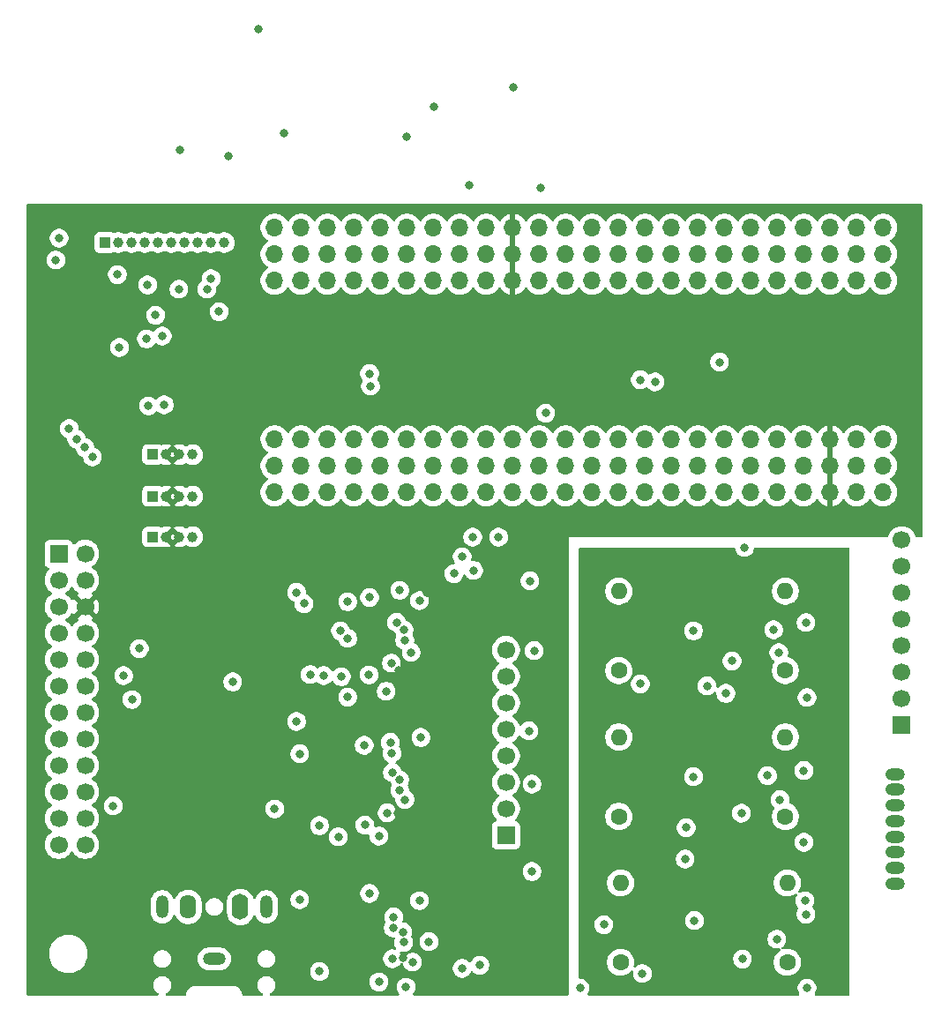
<source format=gbr>
%TF.GenerationSoftware,KiCad,Pcbnew,9.0.1*%
%TF.CreationDate,2025-05-02T15:15:57+01:00*%
%TF.ProjectId,body2,626f6479-322e-46b6-9963-61645f706362,rev?*%
%TF.SameCoordinates,Original*%
%TF.FileFunction,Copper,L3,Inr*%
%TF.FilePolarity,Positive*%
%FSLAX46Y46*%
G04 Gerber Fmt 4.6, Leading zero omitted, Abs format (unit mm)*
G04 Created by KiCad (PCBNEW 9.0.1) date 2025-05-02 15:15:57*
%MOMM*%
%LPD*%
G01*
G04 APERTURE LIST*
%TA.AperFunction,ComponentPad*%
%ADD10R,1.000000X1.000000*%
%TD*%
%TA.AperFunction,ComponentPad*%
%ADD11C,1.000000*%
%TD*%
%TA.AperFunction,ComponentPad*%
%ADD12C,1.600000*%
%TD*%
%TA.AperFunction,ComponentPad*%
%ADD13O,1.600000X1.600000*%
%TD*%
%TA.AperFunction,ComponentPad*%
%ADD14O,1.700000X1.700000*%
%TD*%
%TA.AperFunction,ComponentPad*%
%ADD15O,1.200000X2.200000*%
%TD*%
%TA.AperFunction,ComponentPad*%
%ADD16O,1.600000X2.300000*%
%TD*%
%TA.AperFunction,ComponentPad*%
%ADD17O,2.200000X1.200000*%
%TD*%
%TA.AperFunction,ComponentPad*%
%ADD18O,1.600000X2.500000*%
%TD*%
%TA.AperFunction,ComponentPad*%
%ADD19R,1.700000X1.700000*%
%TD*%
%TA.AperFunction,ComponentPad*%
%ADD20C,1.700000*%
%TD*%
%TA.AperFunction,ComponentPad*%
%ADD21O,1.870000X1.170000*%
%TD*%
%TA.AperFunction,ViaPad*%
%ADD22C,0.800000*%
%TD*%
G04 APERTURE END LIST*
D10*
%TO.N,CODEC3_SCL*%
%TO.C,J10*%
X113100000Y-99975000D03*
D11*
%TO.N,+3.3V*%
X114370000Y-99975000D03*
X115640000Y-99975000D03*
%TO.N,CODEC3_SDA*%
X116910000Y-99975000D03*
%TD*%
D10*
%TO.N,CODEC2_SCL*%
%TO.C,J9*%
X113100000Y-96075000D03*
D11*
%TO.N,+3.3V*%
X114370000Y-96075000D03*
X115640000Y-96075000D03*
%TO.N,CODEC2_SDA*%
X116910000Y-96075000D03*
%TD*%
D12*
%TO.N,Net-(U4B--)*%
%TO.C,R38*%
X173825000Y-126810000D03*
D13*
%TO.N,Net-(JP9-B)*%
X173825000Y-119190000D03*
%TD*%
D12*
%TO.N,Net-(U5B--)*%
%TO.C,R52*%
X174000000Y-140810000D03*
D13*
%TO.N,Net-(JP11-B)*%
X174000000Y-133190000D03*
%TD*%
D12*
%TO.N,Net-(U5A--)*%
%TO.C,R50*%
X158000000Y-140810000D03*
D13*
%TO.N,Net-(JP10-B)*%
X158000000Y-133190000D03*
%TD*%
D14*
%TO.N,GND*%
%TO.C,U1*%
X183210000Y-75380000D03*
X183210000Y-72840000D03*
X183210000Y-70300000D03*
%TO.N,unconnected-(U1-0_RX1_CRX2_CS1-Pad2)_2*%
X180670000Y-75380000D03*
X180670000Y-72840000D03*
X180670000Y-70300000D03*
%TO.N,MIDI_OUT*%
X178130000Y-75380000D03*
X178130000Y-72840000D03*
X178130000Y-70300000D03*
%TO.N,unconnected-(U1-2_OUT2-Pad4)_1*%
X175590000Y-75380000D03*
X175590000Y-72840000D03*
X175590000Y-70300000D03*
%TO.N,unconnected-(U1-3_LRCLK2-Pad5)_1*%
X173050000Y-75380000D03*
X173050000Y-72840000D03*
X173050000Y-70300000D03*
%TO.N,unconnected-(U1-4_BCLK2-Pad6)*%
X170510000Y-75380000D03*
X170510000Y-72840000D03*
X170510000Y-70300000D03*
%TO.N,unconnected-(U1-5_IN2-Pad7)_2*%
X167970000Y-75380000D03*
X167970000Y-72840000D03*
X167970000Y-70300000D03*
%TO.N,CODEC2_DOUT*%
X165430000Y-75380000D03*
X165430000Y-72840000D03*
X165430000Y-70300000D03*
%TO.N,CODEC1_DIN*%
X162890000Y-75380000D03*
X162890000Y-72840000D03*
X162890000Y-70300000D03*
%TO.N,CODEC1_DOUT*%
X160350000Y-75380000D03*
X160350000Y-72840000D03*
X160350000Y-70300000D03*
%TO.N,CODEC3_DOUT*%
X157810000Y-75380000D03*
X157810000Y-72840000D03*
X157810000Y-70300000D03*
%TO.N,unconnected-(U1-10_CS_MQSR-Pad12)*%
X155270000Y-75380000D03*
X155270000Y-72840000D03*
X155270000Y-70300000D03*
%TO.N,unconnected-(U1-11_MOSI_CTX1-Pad13)_1*%
X152730000Y-75380000D03*
X152730000Y-72840000D03*
X152730000Y-70300000D03*
%TO.N,unconnected-(U1-12_MISO_MQSL-Pad14)*%
X150190000Y-75380000D03*
X150190000Y-72840000D03*
X150190000Y-70300000D03*
%TO.N,+3.3V*%
X147650000Y-75380000D03*
X147650000Y-72840000D03*
X147650000Y-70300000D03*
%TO.N,unconnected-(U1-24_A10_TX6_SCL2-Pad16)_2*%
X145110000Y-75380000D03*
X145110000Y-72840000D03*
X145110000Y-70300000D03*
%TO.N,unconnected-(U1-25_A11_RX6_SDA2-Pad17)_2*%
X142570000Y-75380000D03*
X142570000Y-72840000D03*
X142570000Y-70300000D03*
%TO.N,unconnected-(U1-26_A12_MOSI1-Pad18)*%
X140030000Y-75380000D03*
X140030000Y-72840000D03*
X140030000Y-70300000D03*
%TO.N,unconnected-(U1-27_A13_SCK1-Pad19)_1*%
X137490000Y-75380000D03*
X137490000Y-72840000D03*
X137490000Y-70300000D03*
%TO.N,unconnected-(U1-28_RX7-Pad20)_2*%
X134950000Y-75380000D03*
X134950000Y-72840000D03*
X134950000Y-70300000D03*
%TO.N,FRET_CLOCK*%
X132410000Y-75380000D03*
X132410000Y-72840000D03*
X132410000Y-70300000D03*
%TO.N,FRET_LOAD*%
X129870000Y-75380000D03*
X129870000Y-72840000D03*
X129870000Y-70300000D03*
%TO.N,FRET_DATA*%
X127330000Y-75380000D03*
X127330000Y-72840000D03*
X127330000Y-70300000D03*
%TO.N,CODEC2_DIN*%
X124790000Y-75380000D03*
X124790000Y-72840000D03*
X124790000Y-70300000D03*
%TO.N,unconnected-(U1-33_MCLK2-Pad25)_2*%
X124790000Y-95700000D03*
X124790000Y-93160000D03*
X124790000Y-90620000D03*
%TO.N,unconnected-(U1-34_RX8-Pad26)*%
X127330000Y-95700000D03*
X127330000Y-93160000D03*
X127330000Y-90620000D03*
%TO.N,unconnected-(U1-35_TX8-Pad27)_1*%
X129870000Y-95700000D03*
X129870000Y-93160000D03*
X129870000Y-90620000D03*
%TO.N,unconnected-(U1-36_CS-Pad28)_1*%
X132410000Y-95700000D03*
X132410000Y-93160000D03*
X132410000Y-90620000D03*
%TO.N,unconnected-(U1-37_CS-Pad29)*%
X134950000Y-95700000D03*
X134950000Y-93160000D03*
X134950000Y-90620000D03*
%TO.N,unconnected-(U1-38_CS1_IN1-Pad30)_2*%
X137490000Y-95700000D03*
X137490000Y-93160000D03*
X137490000Y-90620000D03*
%TO.N,unconnected-(U1-39_MISO1_OUT1A-Pad31)_2*%
X140030000Y-95700000D03*
X140030000Y-93160000D03*
X140030000Y-90620000D03*
%TO.N,unconnected-(U1-40_A16-Pad32)*%
X142570000Y-95700000D03*
X142570000Y-93160000D03*
X142570000Y-90620000D03*
%TO.N,unconnected-(U1-41_A17-Pad33)_1*%
X145110000Y-95700000D03*
X145110000Y-93160000D03*
X145110000Y-90620000D03*
%TO.N,GND*%
X147650000Y-95700000D03*
X147650000Y-93160000D03*
X147650000Y-90620000D03*
%TO.N,unconnected-(U1-13_SCK_LED-Pad35)_2*%
X150190000Y-95700000D03*
X150190000Y-93160000D03*
X150190000Y-90620000D03*
%TO.N,unconnected-(U1-14_A0_TX3_SPDIF_OUT-Pad36)_2*%
X152730000Y-95700000D03*
X152730000Y-93160000D03*
X152730000Y-90620000D03*
%TO.N,unconnected-(U1-15_A1_RX3_SPDIF_IN-Pad37)_1*%
X155270000Y-95700000D03*
X155270000Y-93160000D03*
X155270000Y-90620000D03*
%TO.N,unconnected-(U1-16_A2_RX4_SCL1-Pad38)*%
X157810000Y-95700000D03*
X157810000Y-93160000D03*
X157810000Y-90620000D03*
%TO.N,unconnected-(U1-17_A3_TX4_SDA1-Pad39)_2*%
X160350000Y-95700000D03*
X160350000Y-93160000D03*
X160350000Y-90620000D03*
%TO.N,SDA_MUX*%
X162890000Y-95700000D03*
X162890000Y-93160000D03*
X162890000Y-90620000D03*
%TO.N,SCL_MUX*%
X165430000Y-95700000D03*
X165430000Y-93160000D03*
X165430000Y-90620000D03*
%TO.N,DAC_LRCLK*%
X167970000Y-95700000D03*
X167970000Y-93160000D03*
X167970000Y-90620000D03*
%TO.N,DAC_BCLK*%
X170510000Y-95700000D03*
X170510000Y-93160000D03*
X170510000Y-90620000D03*
%TO.N,unconnected-(U1-22_A8_CTX1-Pad44)*%
X173050000Y-95700000D03*
X173050000Y-93160000D03*
X173050000Y-90620000D03*
%TO.N,DAC_MCLK*%
X175590000Y-95700000D03*
X175590000Y-93160000D03*
X175590000Y-90620000D03*
%TO.N,+3.3V*%
X178130000Y-95700000D03*
X178130000Y-93160000D03*
X178130000Y-90620000D03*
%TO.N,GND*%
X180670000Y-95700000D03*
X180670000Y-93160000D03*
X180670000Y-90620000D03*
%TO.N,+5V*%
X183210000Y-95700000D03*
X183210000Y-93160000D03*
X183210000Y-90620000D03*
%TD*%
D10*
%TO.N,CODEC1_SCL*%
%TO.C,J8*%
X113100000Y-92075000D03*
D11*
%TO.N,+3.3V*%
X114370000Y-92075000D03*
X115640000Y-92075000D03*
%TO.N,CODEC1_SDA*%
X116910000Y-92075000D03*
%TD*%
D15*
%TO.N,/Audio/codec1/HEADPHONES_R*%
%TO.C,J7*%
X114000000Y-135500000D03*
D16*
%TO.N,unconnected-(J7-PadRN)*%
X116500000Y-135500000D03*
D17*
%TO.N,/Audio/codec1/HEADPHONES_GND*%
X119000000Y-140500000D03*
D15*
%TO.N,/Audio/codec1/HEADPHONES_L*%
X124000000Y-135500000D03*
D18*
%TO.N,unconnected-(J7-PadTN)*%
X121500000Y-135500000D03*
%TD*%
D10*
%TO.N,Net-(J3-Pin_1)*%
%TO.C,J3*%
X108517500Y-71725000D03*
D11*
%TO.N,Net-(J3-Pin_2)*%
X109787500Y-71725000D03*
%TO.N,Net-(J3-Pin_3)*%
X111057500Y-71725000D03*
%TO.N,Net-(J3-Pin_4)*%
X112327500Y-71725000D03*
%TO.N,Net-(J3-Pin_5)*%
X113597500Y-71725000D03*
%TO.N,Net-(J3-Pin_6)*%
X114867500Y-71725000D03*
%TO.N,Net-(J3-Pin_7)*%
X116137500Y-71725000D03*
%TO.N,Net-(J3-Pin_8)*%
X117407500Y-71725000D03*
%TO.N,Net-(J3-Pin_9)*%
X118677500Y-71725000D03*
%TO.N,Net-(J3-Pin_10)*%
X119947500Y-71725000D03*
%TD*%
D12*
%TO.N,Net-(U3B--)*%
%TO.C,R24*%
X173825000Y-112810000D03*
D13*
%TO.N,Net-(JP7-B)*%
X173825000Y-105190000D03*
%TD*%
D12*
%TO.N,Net-(U3A--)*%
%TO.C,R22*%
X157825000Y-112810000D03*
D13*
%TO.N,Net-(JP6-B)*%
X157825000Y-105190000D03*
%TD*%
D19*
%TO.N,GND*%
%TO.C,J2*%
X104060000Y-101600000D03*
D20*
%TO.N,+9V*%
X106600000Y-101600000D03*
%TO.N,GND*%
X104060000Y-104140000D03*
%TO.N,+5V*%
X106600000Y-104140000D03*
%TO.N,GND*%
X104060000Y-106680000D03*
%TO.N,+3.3V*%
X106600000Y-106680000D03*
%TO.N,GND*%
X104060000Y-109220000D03*
%TO.N,+1V8*%
X106600000Y-109220000D03*
%TO.N,GND*%
X104060000Y-111760000D03*
%TO.N,/MIDI_PIN_4*%
X106600000Y-111760000D03*
%TO.N,GND*%
X104060000Y-114300000D03*
%TO.N,/MIDI_PIN_5*%
X106600000Y-114300000D03*
%TO.N,GND*%
X104060000Y-116840000D03*
%TO.N,AUDIO_OUT_1*%
X106600000Y-116840000D03*
%TO.N,GND*%
X104060000Y-119380000D03*
%TO.N,AUDIO_OUT_2*%
X106600000Y-119380000D03*
%TO.N,GND*%
X104060000Y-121920000D03*
%TO.N,AUDIO_OUT_3*%
X106600000Y-121920000D03*
%TO.N,GND*%
X104060000Y-124460000D03*
%TO.N,AUDIO_OUT_4*%
X106600000Y-124460000D03*
%TO.N,GND*%
X104060000Y-127000000D03*
X106600000Y-127000000D03*
X104060000Y-129540000D03*
X106600000Y-129540000D03*
%TD*%
D12*
%TO.N,Net-(U4A--)*%
%TO.C,R36*%
X157825000Y-126810000D03*
D13*
%TO.N,Net-(JP8-B)*%
X157825000Y-119190000D03*
%TD*%
D21*
%TO.N,/Audio/pickuppair3/INPUT_2*%
%TO.C,J5*%
X184400000Y-133250000D03*
%TO.N,/Audio/pickuppair3/INPUT_1*%
X184400000Y-131750000D03*
%TO.N,/Audio/pickuppair2/INPUT_2*%
X184400000Y-130250000D03*
%TO.N,/Audio/pickuppair2/INPUT_1*%
X184400000Y-128750000D03*
%TO.N,/Audio/pickuppair1/INPUT_2*%
X184400000Y-127250000D03*
%TO.N,/Audio/pickuppair1/INPUT_1*%
X184400000Y-125750000D03*
%TO.N,GND*%
X184400000Y-124250000D03*
X184400000Y-122750000D03*
%TD*%
D19*
%TO.N,/Audio/pickuppair3/INPUT_2*%
%TO.C,J4*%
X185000000Y-118080000D03*
D20*
%TO.N,/Audio/pickuppair3/INPUT_1*%
X185000000Y-115540000D03*
%TO.N,/Audio/pickuppair2/INPUT_2*%
X185000000Y-113000000D03*
%TO.N,/Audio/pickuppair2/INPUT_1*%
X185000000Y-110460000D03*
%TO.N,/Audio/pickuppair1/INPUT_2*%
X185000000Y-107920000D03*
%TO.N,/Audio/pickuppair1/INPUT_1*%
X185000000Y-105380000D03*
%TO.N,GND*%
X185000000Y-102840000D03*
X185000000Y-100300000D03*
%TD*%
D19*
%TO.N,/Audio/codec3/LINE_IN_R*%
%TO.C,J6*%
X147000000Y-128620000D03*
D20*
%TO.N,/Audio/codec3/LINE_IN_L*%
X147000000Y-126080000D03*
%TO.N,/Audio/codec2/LINE_IN_R*%
X147000000Y-123540000D03*
%TO.N,/Audio/codec2/LINE_IN_L*%
X147000000Y-121000000D03*
%TO.N,/Audio/codec1/LINE_IN_R*%
X147000000Y-118460000D03*
%TO.N,/Audio/codec1/LINE_IN_L*%
X147000000Y-115920000D03*
%TO.N,GND*%
X147000000Y-113380000D03*
X147000000Y-110840000D03*
%TD*%
D22*
%TO.N,/Audio/codec1/LINE_OUT_L*%
X131805080Y-115364000D03*
X133846004Y-113231458D03*
%TO.N,/Audio/codec2/LINE_OUT_L*%
X133453885Y-127637901D03*
X130900000Y-128776000D03*
%TO.N,GND*%
X129510000Y-113290000D03*
X143500000Y-66200000D03*
X175600000Y-129300000D03*
X133900000Y-134200000D03*
X175900000Y-115400000D03*
X129100000Y-127700000D03*
X164300000Y-127900000D03*
X109700000Y-74800000D03*
X135600000Y-126476000D03*
X175800000Y-108200000D03*
X115600000Y-76200000D03*
X137500000Y-61600000D03*
X175600000Y-122400000D03*
X125700000Y-61200000D03*
X149200000Y-118600000D03*
X133900000Y-105800000D03*
X149500000Y-123700000D03*
X127200000Y-120800000D03*
X149700000Y-110900000D03*
X136100000Y-140476000D03*
X136000000Y-112100000D03*
X159900000Y-114100000D03*
X150300000Y-66500000D03*
X129100000Y-141700000D03*
X124800000Y-126100000D03*
X127200000Y-134800000D03*
X164200000Y-130900000D03*
X115700000Y-62800000D03*
X154100000Y-143300000D03*
X160100000Y-141900000D03*
X134800000Y-142700000D03*
X149300000Y-104200000D03*
X109900000Y-81800000D03*
X133387347Y-119987347D03*
X175900000Y-143300000D03*
X127610000Y-106390000D03*
X149500000Y-132100000D03*
X156400000Y-137200000D03*
X135500000Y-114800000D03*
X134800000Y-128700000D03*
X175800000Y-136200000D03*
%TO.N,+9V*%
X175800000Y-110100000D03*
X176200000Y-137400000D03*
X175800000Y-103300000D03*
X120400000Y-63400000D03*
X168875000Y-134000000D03*
X168700000Y-106000000D03*
X175700000Y-117700000D03*
X175800000Y-131500000D03*
X175700000Y-124400000D03*
X168700000Y-120000000D03*
%TO.N,Net-(U3A-+)*%
X165000000Y-109000000D03*
X172700000Y-108900000D03*
%TO.N,Net-(U3B-+)*%
X168700000Y-111900000D03*
X173200000Y-111100000D03*
%TO.N,+3.3V*%
X115700000Y-74200000D03*
X119200000Y-85800000D03*
X136600003Y-126476000D03*
X140400000Y-132900000D03*
X131200000Y-132900000D03*
X149400000Y-106200000D03*
X131100000Y-120700000D03*
X118900000Y-112000000D03*
X131200000Y-107700000D03*
X136714143Y-112800000D03*
X149300000Y-126600000D03*
X149500000Y-140400000D03*
X149700000Y-112700000D03*
X109600000Y-86700000D03*
X137100000Y-140400000D03*
X143300000Y-119500000D03*
X149500000Y-133800000D03*
X149400000Y-120600000D03*
X139400000Y-105300000D03*
%TO.N,+1V8*%
X103800000Y-73400000D03*
X109300000Y-125800000D03*
X126900000Y-117700000D03*
X131800000Y-106200000D03*
X126900000Y-105300000D03*
X123200000Y-51200000D03*
%TO.N,Net-(U5B-+)*%
X169700000Y-140500000D03*
X173000000Y-138600000D03*
%TO.N,Net-(U4A-+)*%
X165001000Y-123000000D03*
X172100000Y-122900000D03*
%TO.N,Net-(U4B-+)*%
X169600000Y-126500000D03*
X173300000Y-125200000D03*
%TO.N,Net-(U5A-+)*%
X165100000Y-136800000D03*
X175700000Y-134900000D03*
%TO.N,DAC_MCLK*%
X138700000Y-134900000D03*
X136800000Y-105100000D03*
X138700000Y-106100000D03*
X138831975Y-119231975D03*
%TO.N,CODEC2_DIN*%
X136092891Y-122592891D03*
X142000000Y-103500000D03*
%TO.N,CODEC1_DOUT*%
X146300000Y-100000000D03*
X137210000Y-108890000D03*
%TO.N,CODEC1_DIN*%
X150800000Y-88100000D03*
X136502891Y-108182891D03*
%TO.N,CODEC2_DOUT*%
X142800000Y-101900000D03*
X136800000Y-123300000D03*
%TO.N,DAC_LRCLK*%
X137173000Y-138901991D03*
X137901000Y-111071377D03*
X137300864Y-125192992D03*
%TO.N,DAC_BCLK*%
X137285000Y-109887186D03*
X169900000Y-101000000D03*
X143900000Y-103200000D03*
X136798582Y-124299998D03*
X137094960Y-137905040D03*
%TO.N,+5V*%
X140100000Y-58700000D03*
X147700000Y-56800000D03*
X104100000Y-71300000D03*
%TO.N,/Audio/codec1/HEADPHONES_R*%
X111800000Y-110700000D03*
%TO.N,/Audio/codec1/HEADPHONES_GND*%
X131200000Y-113400000D03*
X111100000Y-115600000D03*
X131810981Y-109718534D03*
%TO.N,/Audio/codec1/HEADPHONES_L*%
X128200000Y-113200000D03*
X131108229Y-109007095D03*
X110300000Y-113300000D03*
%TO.N,Net-(C8-Pad2)*%
X166300000Y-114275000D03*
X168100000Y-115000000D03*
%TO.N,MIDI_OUT*%
X167500000Y-83200000D03*
X120762951Y-113899999D03*
%TO.N,MUX_RESET*%
X114000000Y-80700000D03*
X112600000Y-75800000D03*
%TO.N,SCL_MUX*%
X161300000Y-85100000D03*
X118300000Y-76200000D03*
X112679268Y-87404226D03*
X134000000Y-85500000D03*
%TO.N,SDA_MUX*%
X114200000Y-87300000D03*
X159900000Y-84900000D03*
X118700000Y-75200000D03*
X133900000Y-84300000D03*
%TO.N,CODEC1_SDA*%
X105075000Y-89600000D03*
%TO.N,CODEC1_SCL*%
X105800000Y-90600000D03*
%TO.N,CODEC2_SDA*%
X136044975Y-120744975D03*
X106575000Y-91400000D03*
%TO.N,CODEC2_SCL*%
X135900000Y-119700000D03*
X107300000Y-92300000D03*
%TO.N,CODEC3_SDA*%
X139609192Y-138826868D03*
%TO.N,CODEC3_SCL*%
X138016516Y-140800000D03*
%TO.N,CODEC3_DOUT*%
X143800000Y-100000000D03*
X144500000Y-141100000D03*
%TO.N,/Audio/codec3/DAC_DOUT*%
X136174839Y-137500893D03*
X142800000Y-141400000D03*
%TO.N,/Audio/codec3/DAC_DIN*%
X136228509Y-136471491D03*
X137400000Y-143200000D03*
%TO.N,Net-(J3-Pin_1)*%
X113365500Y-78700000D03*
X112495453Y-80975000D03*
%TO.N,Net-(J3-Pin_7)*%
X119455025Y-78355025D03*
%TD*%
%TA.AperFunction,Conductor*%
%TO.N,+9V*%
G36*
X168947133Y-101019685D02*
G01*
X168992888Y-101072489D01*
X169001711Y-101099809D01*
X169034103Y-101262658D01*
X169034106Y-101262667D01*
X169101983Y-101426540D01*
X169101990Y-101426553D01*
X169200535Y-101574034D01*
X169200538Y-101574038D01*
X169325961Y-101699461D01*
X169325965Y-101699464D01*
X169473446Y-101798009D01*
X169473459Y-101798016D01*
X169596363Y-101848923D01*
X169637334Y-101865894D01*
X169637336Y-101865894D01*
X169637341Y-101865896D01*
X169811304Y-101900499D01*
X169811307Y-101900500D01*
X169811309Y-101900500D01*
X169988693Y-101900500D01*
X169988694Y-101900499D01*
X170046682Y-101888964D01*
X170162658Y-101865896D01*
X170162661Y-101865894D01*
X170162666Y-101865894D01*
X170326547Y-101798013D01*
X170474035Y-101699464D01*
X170599464Y-101574035D01*
X170698013Y-101426547D01*
X170765894Y-101262666D01*
X170793477Y-101124000D01*
X170798289Y-101099809D01*
X170830674Y-101037898D01*
X170891390Y-101003324D01*
X170919906Y-101000000D01*
X179876000Y-101000000D01*
X179943039Y-101019685D01*
X179988794Y-101072489D01*
X180000000Y-101124000D01*
X180000000Y-143876000D01*
X179980315Y-143943039D01*
X179927511Y-143988794D01*
X179876000Y-144000000D01*
X176747285Y-144000000D01*
X176680246Y-143980315D01*
X176634491Y-143927511D01*
X176624547Y-143858353D01*
X176644183Y-143807109D01*
X176655367Y-143790369D01*
X176698013Y-143726547D01*
X176765894Y-143562666D01*
X176800500Y-143388691D01*
X176800500Y-143211309D01*
X176800500Y-143211306D01*
X176800499Y-143211304D01*
X176765896Y-143037341D01*
X176765893Y-143037332D01*
X176698016Y-142873459D01*
X176698009Y-142873446D01*
X176599464Y-142725965D01*
X176599461Y-142725961D01*
X176474038Y-142600538D01*
X176474034Y-142600535D01*
X176326553Y-142501990D01*
X176326540Y-142501983D01*
X176162667Y-142434106D01*
X176162658Y-142434103D01*
X175988694Y-142399500D01*
X175988691Y-142399500D01*
X175811309Y-142399500D01*
X175811306Y-142399500D01*
X175637341Y-142434103D01*
X175637332Y-142434106D01*
X175473459Y-142501983D01*
X175473446Y-142501990D01*
X175325965Y-142600535D01*
X175325961Y-142600538D01*
X175200538Y-142725961D01*
X175200535Y-142725965D01*
X175101990Y-142873446D01*
X175101983Y-142873459D01*
X175034106Y-143037332D01*
X175034103Y-143037341D01*
X174999500Y-143211304D01*
X174999500Y-143388695D01*
X175034103Y-143562658D01*
X175034106Y-143562667D01*
X175101983Y-143726540D01*
X175101990Y-143726552D01*
X175155817Y-143807109D01*
X175176695Y-143873786D01*
X175158211Y-143941166D01*
X175106232Y-143987857D01*
X175052715Y-144000000D01*
X154947285Y-144000000D01*
X154880246Y-143980315D01*
X154834491Y-143927511D01*
X154824547Y-143858353D01*
X154844183Y-143807109D01*
X154855367Y-143790369D01*
X154898013Y-143726547D01*
X154965894Y-143562666D01*
X155000500Y-143388691D01*
X155000500Y-143211309D01*
X155000500Y-143211306D01*
X155000499Y-143211304D01*
X154965896Y-143037341D01*
X154965893Y-143037332D01*
X154898016Y-142873459D01*
X154898009Y-142873446D01*
X154799464Y-142725965D01*
X154799461Y-142725961D01*
X154674038Y-142600538D01*
X154674034Y-142600535D01*
X154526553Y-142501990D01*
X154526540Y-142501983D01*
X154362667Y-142434106D01*
X154362658Y-142434103D01*
X154188694Y-142399500D01*
X154188691Y-142399500D01*
X154124000Y-142399500D01*
X154056961Y-142379815D01*
X154011206Y-142327011D01*
X154000000Y-142275500D01*
X154000000Y-140707648D01*
X156699500Y-140707648D01*
X156699500Y-140912351D01*
X156731522Y-141114534D01*
X156794781Y-141309223D01*
X156887715Y-141491613D01*
X157008028Y-141657213D01*
X157152786Y-141801971D01*
X157307749Y-141914556D01*
X157318390Y-141922287D01*
X157434607Y-141981503D01*
X157500776Y-142015218D01*
X157500778Y-142015218D01*
X157500781Y-142015220D01*
X157605137Y-142049127D01*
X157695465Y-142078477D01*
X157796557Y-142094488D01*
X157897648Y-142110500D01*
X157897649Y-142110500D01*
X158102351Y-142110500D01*
X158102352Y-142110500D01*
X158304534Y-142078477D01*
X158499219Y-142015220D01*
X158681610Y-141922287D01*
X158774590Y-141854732D01*
X158847213Y-141801971D01*
X158847215Y-141801968D01*
X158847219Y-141801966D01*
X158991966Y-141657219D01*
X158991969Y-141657214D01*
X158993855Y-141655008D01*
X158994782Y-141654402D01*
X158995411Y-141653774D01*
X158995543Y-141653906D01*
X159052364Y-141616817D01*
X159122232Y-141616322D01*
X159181276Y-141653679D01*
X159210751Y-141717027D01*
X159209758Y-141759735D01*
X159199500Y-141811304D01*
X159199500Y-141988695D01*
X159234103Y-142162658D01*
X159234106Y-142162667D01*
X159301983Y-142326540D01*
X159301990Y-142326553D01*
X159400535Y-142474034D01*
X159400538Y-142474038D01*
X159525961Y-142599461D01*
X159525965Y-142599464D01*
X159673446Y-142698009D01*
X159673459Y-142698016D01*
X159796363Y-142748923D01*
X159837334Y-142765894D01*
X159837336Y-142765894D01*
X159837341Y-142765896D01*
X160011304Y-142800499D01*
X160011307Y-142800500D01*
X160011309Y-142800500D01*
X160188693Y-142800500D01*
X160188694Y-142800499D01*
X160246682Y-142788964D01*
X160362658Y-142765896D01*
X160362661Y-142765894D01*
X160362666Y-142765894D01*
X160526547Y-142698013D01*
X160674035Y-142599464D01*
X160799464Y-142474035D01*
X160898013Y-142326547D01*
X160965894Y-142162666D01*
X161000500Y-141988691D01*
X161000500Y-141811309D01*
X161000500Y-141811306D01*
X161000499Y-141811304D01*
X160965896Y-141637341D01*
X160965893Y-141637332D01*
X160898016Y-141473459D01*
X160898009Y-141473446D01*
X160799464Y-141325965D01*
X160799461Y-141325961D01*
X160674038Y-141200538D01*
X160674034Y-141200535D01*
X160526553Y-141101990D01*
X160526540Y-141101983D01*
X160362667Y-141034106D01*
X160362658Y-141034103D01*
X160188694Y-140999500D01*
X160188691Y-140999500D01*
X160011309Y-140999500D01*
X160011306Y-140999500D01*
X159837341Y-141034103D01*
X159837332Y-141034106D01*
X159673459Y-141101983D01*
X159673446Y-141101990D01*
X159525965Y-141200535D01*
X159468372Y-141258128D01*
X159407048Y-141291612D01*
X159337357Y-141286627D01*
X159281423Y-141244756D01*
X159257007Y-141179291D01*
X159262762Y-141132123D01*
X159268475Y-141114540D01*
X159268474Y-141114540D01*
X159268477Y-141114534D01*
X159300500Y-140912352D01*
X159300500Y-140707648D01*
X159268477Y-140505466D01*
X159268476Y-140505462D01*
X159268476Y-140505461D01*
X159248355Y-140443535D01*
X159237882Y-140411304D01*
X168799500Y-140411304D01*
X168799500Y-140588695D01*
X168834103Y-140762658D01*
X168834106Y-140762667D01*
X168901983Y-140926540D01*
X168901990Y-140926553D01*
X169000535Y-141074034D01*
X169000538Y-141074038D01*
X169125961Y-141199461D01*
X169125965Y-141199464D01*
X169273446Y-141298009D01*
X169273459Y-141298016D01*
X169396363Y-141348923D01*
X169437334Y-141365894D01*
X169437336Y-141365894D01*
X169437341Y-141365896D01*
X169611304Y-141400499D01*
X169611307Y-141400500D01*
X169611309Y-141400500D01*
X169788693Y-141400500D01*
X169788694Y-141400499D01*
X169846682Y-141388964D01*
X169962658Y-141365896D01*
X169962661Y-141365894D01*
X169962666Y-141365894D01*
X170126547Y-141298013D01*
X170274035Y-141199464D01*
X170399464Y-141074035D01*
X170498013Y-140926547D01*
X170565894Y-140762666D01*
X170600500Y-140588691D01*
X170600500Y-140411309D01*
X170600500Y-140411306D01*
X170600499Y-140411304D01*
X170565896Y-140237341D01*
X170565893Y-140237332D01*
X170498016Y-140073459D01*
X170498009Y-140073446D01*
X170399464Y-139925965D01*
X170399461Y-139925961D01*
X170274038Y-139800538D01*
X170274034Y-139800535D01*
X170126553Y-139701990D01*
X170126540Y-139701983D01*
X169962667Y-139634106D01*
X169962658Y-139634103D01*
X169788694Y-139599500D01*
X169788691Y-139599500D01*
X169611309Y-139599500D01*
X169611306Y-139599500D01*
X169437341Y-139634103D01*
X169437332Y-139634106D01*
X169273459Y-139701983D01*
X169273446Y-139701990D01*
X169125965Y-139800535D01*
X169125961Y-139800538D01*
X169000538Y-139925961D01*
X169000535Y-139925965D01*
X168901990Y-140073446D01*
X168901983Y-140073459D01*
X168834106Y-140237332D01*
X168834103Y-140237341D01*
X168799500Y-140411304D01*
X159237882Y-140411304D01*
X159205218Y-140310776D01*
X159167796Y-140237332D01*
X159112287Y-140128390D01*
X159072378Y-140073459D01*
X158991971Y-139962786D01*
X158847213Y-139818028D01*
X158681613Y-139697715D01*
X158681612Y-139697714D01*
X158681610Y-139697713D01*
X158624653Y-139668691D01*
X158499223Y-139604781D01*
X158304534Y-139541522D01*
X158129995Y-139513878D01*
X158102352Y-139509500D01*
X157897648Y-139509500D01*
X157873329Y-139513351D01*
X157695465Y-139541522D01*
X157500776Y-139604781D01*
X157318386Y-139697715D01*
X157152786Y-139818028D01*
X157008028Y-139962786D01*
X156887715Y-140128386D01*
X156794781Y-140310776D01*
X156731522Y-140505465D01*
X156699500Y-140707648D01*
X154000000Y-140707648D01*
X154000000Y-138511304D01*
X172099500Y-138511304D01*
X172099500Y-138688695D01*
X172134103Y-138862658D01*
X172134106Y-138862667D01*
X172201983Y-139026540D01*
X172201990Y-139026553D01*
X172300535Y-139174034D01*
X172300538Y-139174038D01*
X172425961Y-139299461D01*
X172425965Y-139299464D01*
X172573446Y-139398009D01*
X172573459Y-139398016D01*
X172696363Y-139448923D01*
X172737334Y-139465894D01*
X172737336Y-139465894D01*
X172737341Y-139465896D01*
X172911304Y-139500499D01*
X172911307Y-139500500D01*
X172911309Y-139500500D01*
X173088693Y-139500500D01*
X173200134Y-139478332D01*
X173224453Y-139473495D01*
X173294045Y-139479722D01*
X173349222Y-139522585D01*
X173372467Y-139588474D01*
X173356399Y-139656471D01*
X173321530Y-139695430D01*
X173152787Y-139818028D01*
X173152782Y-139818032D01*
X173008028Y-139962786D01*
X172887715Y-140128386D01*
X172794781Y-140310776D01*
X172731522Y-140505465D01*
X172699500Y-140707648D01*
X172699500Y-140912351D01*
X172731522Y-141114534D01*
X172794781Y-141309223D01*
X172887715Y-141491613D01*
X173008028Y-141657213D01*
X173152786Y-141801971D01*
X173307749Y-141914556D01*
X173318390Y-141922287D01*
X173434607Y-141981503D01*
X173500776Y-142015218D01*
X173500778Y-142015218D01*
X173500781Y-142015220D01*
X173605137Y-142049127D01*
X173695465Y-142078477D01*
X173796557Y-142094488D01*
X173897648Y-142110500D01*
X173897649Y-142110500D01*
X174102351Y-142110500D01*
X174102352Y-142110500D01*
X174304534Y-142078477D01*
X174499219Y-142015220D01*
X174681610Y-141922287D01*
X174774590Y-141854732D01*
X174847213Y-141801971D01*
X174847215Y-141801968D01*
X174847219Y-141801966D01*
X174991966Y-141657219D01*
X174991968Y-141657215D01*
X174991971Y-141657213D01*
X175044732Y-141584590D01*
X175112287Y-141491610D01*
X175205220Y-141309219D01*
X175268477Y-141114534D01*
X175300500Y-140912352D01*
X175300500Y-140707648D01*
X175268477Y-140505466D01*
X175268476Y-140505464D01*
X175205218Y-140310776D01*
X175167796Y-140237332D01*
X175112287Y-140128390D01*
X175072378Y-140073459D01*
X174991971Y-139962786D01*
X174847213Y-139818028D01*
X174681613Y-139697715D01*
X174681612Y-139697714D01*
X174681610Y-139697713D01*
X174624653Y-139668691D01*
X174499223Y-139604781D01*
X174304534Y-139541522D01*
X174129995Y-139513878D01*
X174102352Y-139509500D01*
X173897648Y-139509500D01*
X173830254Y-139520174D01*
X173695464Y-139541523D01*
X173695461Y-139541523D01*
X173606530Y-139570419D01*
X173536688Y-139572414D01*
X173476856Y-139536333D01*
X173446028Y-139473632D01*
X173453993Y-139404218D01*
X173498221Y-139350129D01*
X173499193Y-139349471D01*
X173574035Y-139299464D01*
X173699464Y-139174035D01*
X173798013Y-139026547D01*
X173865894Y-138862666D01*
X173900500Y-138688691D01*
X173900500Y-138511309D01*
X173900500Y-138511306D01*
X173900499Y-138511304D01*
X173865896Y-138337341D01*
X173865893Y-138337332D01*
X173798016Y-138173459D01*
X173798009Y-138173446D01*
X173699464Y-138025965D01*
X173699461Y-138025961D01*
X173574038Y-137900538D01*
X173574034Y-137900535D01*
X173426553Y-137801990D01*
X173426540Y-137801983D01*
X173262667Y-137734106D01*
X173262658Y-137734103D01*
X173088694Y-137699500D01*
X173088691Y-137699500D01*
X172911309Y-137699500D01*
X172911306Y-137699500D01*
X172737341Y-137734103D01*
X172737332Y-137734106D01*
X172573459Y-137801983D01*
X172573446Y-137801990D01*
X172425965Y-137900535D01*
X172425961Y-137900538D01*
X172300538Y-138025961D01*
X172300535Y-138025965D01*
X172201990Y-138173446D01*
X172201983Y-138173459D01*
X172134106Y-138337332D01*
X172134103Y-138337341D01*
X172099500Y-138511304D01*
X154000000Y-138511304D01*
X154000000Y-137111304D01*
X155499500Y-137111304D01*
X155499500Y-137288695D01*
X155534103Y-137462658D01*
X155534106Y-137462667D01*
X155601983Y-137626540D01*
X155601990Y-137626553D01*
X155700535Y-137774034D01*
X155700538Y-137774038D01*
X155825961Y-137899461D01*
X155825965Y-137899464D01*
X155973446Y-137998009D01*
X155973459Y-137998016D01*
X156096363Y-138048923D01*
X156137334Y-138065894D01*
X156137336Y-138065894D01*
X156137341Y-138065896D01*
X156311304Y-138100499D01*
X156311307Y-138100500D01*
X156311309Y-138100500D01*
X156488693Y-138100500D01*
X156488694Y-138100499D01*
X156546682Y-138088964D01*
X156662658Y-138065896D01*
X156662661Y-138065894D01*
X156662666Y-138065894D01*
X156826547Y-137998013D01*
X156974035Y-137899464D01*
X157099464Y-137774035D01*
X157198013Y-137626547D01*
X157265894Y-137462666D01*
X157300500Y-137288691D01*
X157300500Y-137111309D01*
X157300500Y-137111306D01*
X157300499Y-137111304D01*
X157265896Y-136937341D01*
X157265893Y-136937332D01*
X157198016Y-136773459D01*
X157198014Y-136773456D01*
X157198013Y-136773453D01*
X157156486Y-136711304D01*
X164199500Y-136711304D01*
X164199500Y-136888695D01*
X164234103Y-137062658D01*
X164234106Y-137062667D01*
X164301983Y-137226540D01*
X164301990Y-137226553D01*
X164400535Y-137374034D01*
X164400538Y-137374038D01*
X164525961Y-137499461D01*
X164525965Y-137499464D01*
X164673446Y-137598009D01*
X164673459Y-137598016D01*
X164742355Y-137626553D01*
X164837334Y-137665894D01*
X164837336Y-137665894D01*
X164837341Y-137665896D01*
X165011304Y-137700499D01*
X165011307Y-137700500D01*
X165011309Y-137700500D01*
X165188693Y-137700500D01*
X165188694Y-137700499D01*
X165246682Y-137688964D01*
X165362658Y-137665896D01*
X165362661Y-137665894D01*
X165362666Y-137665894D01*
X165526547Y-137598013D01*
X165674035Y-137499464D01*
X165799464Y-137374035D01*
X165898013Y-137226547D01*
X165965894Y-137062666D01*
X165978755Y-136998013D01*
X166000499Y-136888695D01*
X166000500Y-136888693D01*
X166000500Y-136711306D01*
X166000499Y-136711304D01*
X165965896Y-136537341D01*
X165965893Y-136537332D01*
X165898016Y-136373459D01*
X165898009Y-136373446D01*
X165799464Y-136225965D01*
X165799461Y-136225961D01*
X165674038Y-136100538D01*
X165674034Y-136100535D01*
X165526553Y-136001990D01*
X165526540Y-136001983D01*
X165362667Y-135934106D01*
X165362658Y-135934103D01*
X165188694Y-135899500D01*
X165188691Y-135899500D01*
X165011309Y-135899500D01*
X165011306Y-135899500D01*
X164837341Y-135934103D01*
X164837332Y-135934106D01*
X164673459Y-136001983D01*
X164673446Y-136001990D01*
X164525965Y-136100535D01*
X164525961Y-136100538D01*
X164400538Y-136225961D01*
X164400535Y-136225965D01*
X164301990Y-136373446D01*
X164301983Y-136373459D01*
X164234106Y-136537332D01*
X164234103Y-136537341D01*
X164199500Y-136711304D01*
X157156486Y-136711304D01*
X157099464Y-136625965D01*
X157099461Y-136625961D01*
X156974038Y-136500538D01*
X156974034Y-136500535D01*
X156826553Y-136401990D01*
X156826540Y-136401983D01*
X156662667Y-136334106D01*
X156662658Y-136334103D01*
X156488694Y-136299500D01*
X156488691Y-136299500D01*
X156311309Y-136299500D01*
X156311306Y-136299500D01*
X156137341Y-136334103D01*
X156137332Y-136334106D01*
X155973459Y-136401983D01*
X155973446Y-136401990D01*
X155825965Y-136500535D01*
X155825961Y-136500538D01*
X155700538Y-136625961D01*
X155700535Y-136625965D01*
X155601990Y-136773446D01*
X155601983Y-136773459D01*
X155534106Y-136937332D01*
X155534103Y-136937341D01*
X155499500Y-137111304D01*
X154000000Y-137111304D01*
X154000000Y-133087648D01*
X156699500Y-133087648D01*
X156699500Y-133292351D01*
X156731522Y-133494534D01*
X156794781Y-133689223D01*
X156887715Y-133871613D01*
X157008028Y-134037213D01*
X157152786Y-134181971D01*
X157288009Y-134280214D01*
X157318390Y-134302287D01*
X157409465Y-134348692D01*
X157500776Y-134395218D01*
X157500778Y-134395218D01*
X157500781Y-134395220D01*
X157605137Y-134429127D01*
X157695465Y-134458477D01*
X157789975Y-134473446D01*
X157897648Y-134490500D01*
X157897649Y-134490500D01*
X158102351Y-134490500D01*
X158102352Y-134490500D01*
X158304534Y-134458477D01*
X158499219Y-134395220D01*
X158681610Y-134302287D01*
X158821657Y-134200538D01*
X158847213Y-134181971D01*
X158847215Y-134181968D01*
X158847219Y-134181966D01*
X158991966Y-134037219D01*
X158991968Y-134037215D01*
X158991971Y-134037213D01*
X159044732Y-133964590D01*
X159112287Y-133871610D01*
X159205220Y-133689219D01*
X159268477Y-133494534D01*
X159300500Y-133292352D01*
X159300500Y-133087648D01*
X172699500Y-133087648D01*
X172699500Y-133292351D01*
X172731522Y-133494534D01*
X172794781Y-133689223D01*
X172887715Y-133871613D01*
X173008028Y-134037213D01*
X173152786Y-134181971D01*
X173288009Y-134280214D01*
X173318390Y-134302287D01*
X173409465Y-134348692D01*
X173500776Y-134395218D01*
X173500778Y-134395218D01*
X173500781Y-134395220D01*
X173605137Y-134429127D01*
X173695465Y-134458477D01*
X173789975Y-134473446D01*
X173897648Y-134490500D01*
X173897649Y-134490500D01*
X174102351Y-134490500D01*
X174102352Y-134490500D01*
X174304534Y-134458477D01*
X174499219Y-134395220D01*
X174681610Y-134302287D01*
X174770421Y-134237762D01*
X174836226Y-134214283D01*
X174904280Y-134230108D01*
X174952974Y-134280214D01*
X174966850Y-134348692D01*
X174946408Y-134406971D01*
X174901989Y-134473448D01*
X174901983Y-134473459D01*
X174834106Y-134637332D01*
X174834103Y-134637341D01*
X174799500Y-134811304D01*
X174799500Y-134988695D01*
X174834103Y-135162658D01*
X174834106Y-135162667D01*
X174901983Y-135326540D01*
X174901990Y-135326553D01*
X175000535Y-135474034D01*
X175000538Y-135474038D01*
X175049377Y-135522877D01*
X175082862Y-135584200D01*
X175077878Y-135653892D01*
X175064798Y-135679449D01*
X175001990Y-135773446D01*
X175001983Y-135773459D01*
X174934106Y-135937332D01*
X174934103Y-135937341D01*
X174899500Y-136111304D01*
X174899500Y-136288695D01*
X174934103Y-136462658D01*
X174934106Y-136462667D01*
X175001983Y-136626540D01*
X175001990Y-136626553D01*
X175100535Y-136774034D01*
X175100538Y-136774038D01*
X175225961Y-136899461D01*
X175225965Y-136899464D01*
X175373446Y-136998009D01*
X175373459Y-136998016D01*
X175496363Y-137048923D01*
X175537334Y-137065894D01*
X175537336Y-137065894D01*
X175537341Y-137065896D01*
X175711304Y-137100499D01*
X175711307Y-137100500D01*
X175711309Y-137100500D01*
X175888693Y-137100500D01*
X175888694Y-137100499D01*
X175946682Y-137088964D01*
X176062658Y-137065896D01*
X176062661Y-137065894D01*
X176062666Y-137065894D01*
X176226547Y-136998013D01*
X176374035Y-136899464D01*
X176499464Y-136774035D01*
X176598013Y-136626547D01*
X176665894Y-136462666D01*
X176683639Y-136373459D01*
X176700499Y-136288695D01*
X176700500Y-136288693D01*
X176700500Y-136111306D01*
X176700499Y-136111304D01*
X176665896Y-135937341D01*
X176665893Y-135937332D01*
X176598016Y-135773459D01*
X176598009Y-135773446D01*
X176499464Y-135625965D01*
X176499461Y-135625961D01*
X176450622Y-135577122D01*
X176417137Y-135515799D01*
X176422121Y-135446107D01*
X176435202Y-135420549D01*
X176498008Y-135326555D01*
X176498009Y-135326552D01*
X176498013Y-135326547D01*
X176565894Y-135162666D01*
X176600500Y-134988691D01*
X176600500Y-134811309D01*
X176600500Y-134811306D01*
X176600499Y-134811304D01*
X176565896Y-134637341D01*
X176565893Y-134637332D01*
X176498016Y-134473459D01*
X176498009Y-134473446D01*
X176399464Y-134325965D01*
X176399461Y-134325961D01*
X176274038Y-134200538D01*
X176274034Y-134200535D01*
X176126553Y-134101990D01*
X176126540Y-134101983D01*
X175962667Y-134034106D01*
X175962658Y-134034103D01*
X175788694Y-133999500D01*
X175788691Y-133999500D01*
X175611309Y-133999500D01*
X175611306Y-133999500D01*
X175437341Y-134034103D01*
X175437332Y-134034106D01*
X175273459Y-134101983D01*
X175273446Y-134101990D01*
X175212287Y-134142856D01*
X175145609Y-134163734D01*
X175078229Y-134145249D01*
X175031539Y-134093270D01*
X175020363Y-134024300D01*
X175043078Y-133966869D01*
X175053781Y-133952136D01*
X175112287Y-133871610D01*
X175205220Y-133689219D01*
X175268477Y-133494534D01*
X175300500Y-133292352D01*
X175300500Y-133087648D01*
X175268477Y-132885466D01*
X175205220Y-132690781D01*
X175205218Y-132690778D01*
X175205218Y-132690776D01*
X175171503Y-132624607D01*
X175112287Y-132508390D01*
X175104556Y-132497749D01*
X174991971Y-132342786D01*
X174847213Y-132198028D01*
X174681613Y-132077715D01*
X174681612Y-132077714D01*
X174681610Y-132077713D01*
X174624653Y-132048691D01*
X174499223Y-131984781D01*
X174304534Y-131921522D01*
X174129995Y-131893878D01*
X174102352Y-131889500D01*
X173897648Y-131889500D01*
X173873329Y-131893351D01*
X173695465Y-131921522D01*
X173500776Y-131984781D01*
X173318386Y-132077715D01*
X173152786Y-132198028D01*
X173008028Y-132342786D01*
X172887715Y-132508386D01*
X172794781Y-132690776D01*
X172731522Y-132885465D01*
X172699500Y-133087648D01*
X159300500Y-133087648D01*
X159268477Y-132885466D01*
X159205220Y-132690781D01*
X159205218Y-132690778D01*
X159205218Y-132690776D01*
X159171503Y-132624607D01*
X159112287Y-132508390D01*
X159104556Y-132497749D01*
X158991971Y-132342786D01*
X158847213Y-132198028D01*
X158681613Y-132077715D01*
X158681612Y-132077714D01*
X158681610Y-132077713D01*
X158624653Y-132048691D01*
X158499223Y-131984781D01*
X158304534Y-131921522D01*
X158129995Y-131893878D01*
X158102352Y-131889500D01*
X157897648Y-131889500D01*
X157873329Y-131893351D01*
X157695465Y-131921522D01*
X157500776Y-131984781D01*
X157318386Y-132077715D01*
X157152786Y-132198028D01*
X157008028Y-132342786D01*
X156887715Y-132508386D01*
X156794781Y-132690776D01*
X156731522Y-132885465D01*
X156699500Y-133087648D01*
X154000000Y-133087648D01*
X154000000Y-130811304D01*
X163299500Y-130811304D01*
X163299500Y-130988695D01*
X163334103Y-131162658D01*
X163334106Y-131162667D01*
X163401983Y-131326540D01*
X163401990Y-131326553D01*
X163500535Y-131474034D01*
X163500538Y-131474038D01*
X163625961Y-131599461D01*
X163625965Y-131599464D01*
X163773446Y-131698009D01*
X163773459Y-131698016D01*
X163896363Y-131748923D01*
X163937334Y-131765894D01*
X163937336Y-131765894D01*
X163937341Y-131765896D01*
X164111304Y-131800499D01*
X164111307Y-131800500D01*
X164111309Y-131800500D01*
X164288693Y-131800500D01*
X164288694Y-131800499D01*
X164346682Y-131788964D01*
X164462658Y-131765896D01*
X164462661Y-131765894D01*
X164462666Y-131765894D01*
X164626547Y-131698013D01*
X164774035Y-131599464D01*
X164899464Y-131474035D01*
X164998013Y-131326547D01*
X165065894Y-131162666D01*
X165100500Y-130988691D01*
X165100500Y-130811309D01*
X165100500Y-130811306D01*
X165100499Y-130811304D01*
X165065896Y-130637341D01*
X165065893Y-130637332D01*
X164998016Y-130473459D01*
X164998009Y-130473446D01*
X164899464Y-130325965D01*
X164899461Y-130325961D01*
X164774038Y-130200538D01*
X164774034Y-130200535D01*
X164626553Y-130101990D01*
X164626540Y-130101983D01*
X164462667Y-130034106D01*
X164462658Y-130034103D01*
X164288694Y-129999500D01*
X164288691Y-129999500D01*
X164111309Y-129999500D01*
X164111306Y-129999500D01*
X163937341Y-130034103D01*
X163937332Y-130034106D01*
X163773459Y-130101983D01*
X163773446Y-130101990D01*
X163625965Y-130200535D01*
X163625961Y-130200538D01*
X163500538Y-130325961D01*
X163500535Y-130325965D01*
X163401990Y-130473446D01*
X163401983Y-130473459D01*
X163334106Y-130637332D01*
X163334103Y-130637341D01*
X163299500Y-130811304D01*
X154000000Y-130811304D01*
X154000000Y-129211304D01*
X174699500Y-129211304D01*
X174699500Y-129388695D01*
X174734103Y-129562658D01*
X174734106Y-129562667D01*
X174801983Y-129726540D01*
X174801990Y-129726553D01*
X174900535Y-129874034D01*
X174900538Y-129874038D01*
X175025961Y-129999461D01*
X175025965Y-129999464D01*
X175173446Y-130098009D01*
X175173459Y-130098016D01*
X175296363Y-130148923D01*
X175337334Y-130165894D01*
X175337336Y-130165894D01*
X175337341Y-130165896D01*
X175511304Y-130200499D01*
X175511307Y-130200500D01*
X175511309Y-130200500D01*
X175688693Y-130200500D01*
X175688694Y-130200499D01*
X175746682Y-130188964D01*
X175862658Y-130165896D01*
X175862661Y-130165894D01*
X175862666Y-130165894D01*
X176016953Y-130101987D01*
X176026540Y-130098016D01*
X176026540Y-130098015D01*
X176026547Y-130098013D01*
X176174035Y-129999464D01*
X176299464Y-129874035D01*
X176398013Y-129726547D01*
X176465894Y-129562666D01*
X176500500Y-129388691D01*
X176500500Y-129211309D01*
X176500500Y-129211306D01*
X176500499Y-129211304D01*
X176465896Y-129037341D01*
X176465893Y-129037332D01*
X176398016Y-128873459D01*
X176398009Y-128873446D01*
X176299464Y-128725965D01*
X176299461Y-128725961D01*
X176174038Y-128600538D01*
X176174034Y-128600535D01*
X176026553Y-128501990D01*
X176026540Y-128501983D01*
X175862667Y-128434106D01*
X175862658Y-128434103D01*
X175688694Y-128399500D01*
X175688691Y-128399500D01*
X175511309Y-128399500D01*
X175511306Y-128399500D01*
X175337341Y-128434103D01*
X175337332Y-128434106D01*
X175173459Y-128501983D01*
X175173446Y-128501990D01*
X175025965Y-128600535D01*
X175025961Y-128600538D01*
X174900538Y-128725961D01*
X174900535Y-128725965D01*
X174801990Y-128873446D01*
X174801983Y-128873459D01*
X174734106Y-129037332D01*
X174734103Y-129037341D01*
X174699500Y-129211304D01*
X154000000Y-129211304D01*
X154000000Y-126707648D01*
X156524500Y-126707648D01*
X156524500Y-126912351D01*
X156556522Y-127114534D01*
X156619781Y-127309223D01*
X156712715Y-127491613D01*
X156833028Y-127657213D01*
X156977786Y-127801971D01*
X157132749Y-127914556D01*
X157143390Y-127922287D01*
X157259607Y-127981503D01*
X157325776Y-128015218D01*
X157325778Y-128015218D01*
X157325781Y-128015220D01*
X157430137Y-128049127D01*
X157520465Y-128078477D01*
X157621557Y-128094488D01*
X157722648Y-128110500D01*
X157722649Y-128110500D01*
X157927351Y-128110500D01*
X157927352Y-128110500D01*
X158129534Y-128078477D01*
X158324219Y-128015220D01*
X158506610Y-127922287D01*
X158599590Y-127854732D01*
X158659367Y-127811304D01*
X163399500Y-127811304D01*
X163399500Y-127988695D01*
X163434103Y-128162658D01*
X163434106Y-128162667D01*
X163501983Y-128326540D01*
X163501990Y-128326553D01*
X163600535Y-128474034D01*
X163600538Y-128474038D01*
X163725961Y-128599461D01*
X163725965Y-128599464D01*
X163873446Y-128698009D01*
X163873459Y-128698016D01*
X163996363Y-128748923D01*
X164037334Y-128765894D01*
X164037336Y-128765894D01*
X164037341Y-128765896D01*
X164211304Y-128800499D01*
X164211307Y-128800500D01*
X164211309Y-128800500D01*
X164388693Y-128800500D01*
X164388694Y-128800499D01*
X164446682Y-128788964D01*
X164562658Y-128765896D01*
X164562661Y-128765894D01*
X164562666Y-128765894D01*
X164726547Y-128698013D01*
X164874035Y-128599464D01*
X164999464Y-128474035D01*
X165098013Y-128326547D01*
X165165894Y-128162666D01*
X165200500Y-127988691D01*
X165200500Y-127811309D01*
X165200500Y-127811306D01*
X165200499Y-127811304D01*
X165165896Y-127637341D01*
X165165893Y-127637332D01*
X165098016Y-127473459D01*
X165098009Y-127473446D01*
X164999464Y-127325965D01*
X164999461Y-127325961D01*
X164874038Y-127200538D01*
X164874034Y-127200535D01*
X164726553Y-127101990D01*
X164726540Y-127101983D01*
X164562667Y-127034106D01*
X164562658Y-127034103D01*
X164388694Y-126999500D01*
X164388691Y-126999500D01*
X164211309Y-126999500D01*
X164211306Y-126999500D01*
X164037341Y-127034103D01*
X164037332Y-127034106D01*
X163873459Y-127101983D01*
X163873446Y-127101990D01*
X163725965Y-127200535D01*
X163725961Y-127200538D01*
X163600538Y-127325961D01*
X163600535Y-127325965D01*
X163501990Y-127473446D01*
X163501983Y-127473459D01*
X163434106Y-127637332D01*
X163434103Y-127637341D01*
X163399500Y-127811304D01*
X158659367Y-127811304D01*
X158672213Y-127801971D01*
X158672215Y-127801968D01*
X158672219Y-127801966D01*
X158816966Y-127657219D01*
X158816968Y-127657215D01*
X158816971Y-127657213D01*
X158869732Y-127584590D01*
X158937287Y-127491610D01*
X159030220Y-127309219D01*
X159093477Y-127114534D01*
X159125500Y-126912352D01*
X159125500Y-126707648D01*
X159093477Y-126505466D01*
X159093476Y-126505462D01*
X159093476Y-126505461D01*
X159073355Y-126443535D01*
X159062882Y-126411304D01*
X168699500Y-126411304D01*
X168699500Y-126588695D01*
X168734103Y-126762658D01*
X168734106Y-126762667D01*
X168801983Y-126926540D01*
X168801990Y-126926553D01*
X168900535Y-127074034D01*
X168900538Y-127074038D01*
X169025961Y-127199461D01*
X169025965Y-127199464D01*
X169173446Y-127298009D01*
X169173459Y-127298016D01*
X169296363Y-127348923D01*
X169337334Y-127365894D01*
X169337336Y-127365894D01*
X169337341Y-127365896D01*
X169511304Y-127400499D01*
X169511307Y-127400500D01*
X169511309Y-127400500D01*
X169688693Y-127400500D01*
X169688694Y-127400499D01*
X169746682Y-127388964D01*
X169862658Y-127365896D01*
X169862661Y-127365894D01*
X169862666Y-127365894D01*
X170026547Y-127298013D01*
X170174035Y-127199464D01*
X170299464Y-127074035D01*
X170398013Y-126926547D01*
X170465894Y-126762666D01*
X170500500Y-126588691D01*
X170500500Y-126411309D01*
X170500500Y-126411306D01*
X170500499Y-126411304D01*
X170465896Y-126237341D01*
X170465893Y-126237332D01*
X170398016Y-126073459D01*
X170398009Y-126073446D01*
X170299464Y-125925965D01*
X170299461Y-125925961D01*
X170174038Y-125800538D01*
X170174034Y-125800535D01*
X170026553Y-125701990D01*
X170026540Y-125701983D01*
X169862667Y-125634106D01*
X169862658Y-125634103D01*
X169688694Y-125599500D01*
X169688691Y-125599500D01*
X169511309Y-125599500D01*
X169511306Y-125599500D01*
X169337341Y-125634103D01*
X169337332Y-125634106D01*
X169173459Y-125701983D01*
X169173446Y-125701990D01*
X169025965Y-125800535D01*
X169025961Y-125800538D01*
X168900538Y-125925961D01*
X168900535Y-125925965D01*
X168801990Y-126073446D01*
X168801983Y-126073459D01*
X168734106Y-126237332D01*
X168734103Y-126237341D01*
X168699500Y-126411304D01*
X159062882Y-126411304D01*
X159030218Y-126310776D01*
X158992796Y-126237332D01*
X158937287Y-126128390D01*
X158897378Y-126073459D01*
X158816971Y-125962786D01*
X158672213Y-125818028D01*
X158506613Y-125697715D01*
X158506612Y-125697714D01*
X158506610Y-125697713D01*
X158449653Y-125668691D01*
X158324223Y-125604781D01*
X158129534Y-125541522D01*
X157954995Y-125513878D01*
X157927352Y-125509500D01*
X157722648Y-125509500D01*
X157698329Y-125513351D01*
X157520465Y-125541522D01*
X157325776Y-125604781D01*
X157143386Y-125697715D01*
X156977786Y-125818028D01*
X156833028Y-125962786D01*
X156712715Y-126128386D01*
X156619781Y-126310776D01*
X156556522Y-126505465D01*
X156524500Y-126707648D01*
X154000000Y-126707648D01*
X154000000Y-125111304D01*
X172399500Y-125111304D01*
X172399500Y-125288695D01*
X172434103Y-125462658D01*
X172434106Y-125462667D01*
X172501983Y-125626540D01*
X172501990Y-125626553D01*
X172600535Y-125774034D01*
X172600538Y-125774038D01*
X172725961Y-125899461D01*
X172730673Y-125903328D01*
X172729020Y-125905341D01*
X172766571Y-125950250D01*
X172775296Y-126019572D01*
X172753207Y-126072653D01*
X172712713Y-126128389D01*
X172712712Y-126128391D01*
X172619781Y-126310776D01*
X172556522Y-126505465D01*
X172524500Y-126707648D01*
X172524500Y-126912351D01*
X172556522Y-127114534D01*
X172619781Y-127309223D01*
X172712715Y-127491613D01*
X172833028Y-127657213D01*
X172977786Y-127801971D01*
X173132749Y-127914556D01*
X173143390Y-127922287D01*
X173259607Y-127981503D01*
X173325776Y-128015218D01*
X173325778Y-128015218D01*
X173325781Y-128015220D01*
X173430137Y-128049127D01*
X173520465Y-128078477D01*
X173621557Y-128094488D01*
X173722648Y-128110500D01*
X173722649Y-128110500D01*
X173927351Y-128110500D01*
X173927352Y-128110500D01*
X174129534Y-128078477D01*
X174324219Y-128015220D01*
X174506610Y-127922287D01*
X174599590Y-127854732D01*
X174672213Y-127801971D01*
X174672215Y-127801968D01*
X174672219Y-127801966D01*
X174816966Y-127657219D01*
X174816968Y-127657215D01*
X174816971Y-127657213D01*
X174869732Y-127584590D01*
X174937287Y-127491610D01*
X175030220Y-127309219D01*
X175093477Y-127114534D01*
X175125500Y-126912352D01*
X175125500Y-126707648D01*
X175093477Y-126505466D01*
X175093476Y-126505464D01*
X175030218Y-126310776D01*
X174992796Y-126237332D01*
X174937287Y-126128390D01*
X174897378Y-126073459D01*
X174816971Y-125962786D01*
X174672213Y-125818028D01*
X174506613Y-125697715D01*
X174506612Y-125697714D01*
X174506610Y-125697713D01*
X174324219Y-125604780D01*
X174253748Y-125581882D01*
X174196073Y-125542445D01*
X174168875Y-125478087D01*
X174170450Y-125439760D01*
X174200500Y-125288693D01*
X174200500Y-125111306D01*
X174200499Y-125111304D01*
X174165896Y-124937341D01*
X174165893Y-124937332D01*
X174098016Y-124773459D01*
X174098009Y-124773446D01*
X173999464Y-124625965D01*
X173999461Y-124625961D01*
X173874038Y-124500538D01*
X173874034Y-124500535D01*
X173726553Y-124401990D01*
X173726540Y-124401983D01*
X173562667Y-124334106D01*
X173562658Y-124334103D01*
X173388694Y-124299500D01*
X173388691Y-124299500D01*
X173211309Y-124299500D01*
X173211306Y-124299500D01*
X173037341Y-124334103D01*
X173037332Y-124334106D01*
X172873459Y-124401983D01*
X172873446Y-124401990D01*
X172725965Y-124500535D01*
X172725961Y-124500538D01*
X172600538Y-124625961D01*
X172600535Y-124625965D01*
X172501990Y-124773446D01*
X172501983Y-124773459D01*
X172434106Y-124937332D01*
X172434103Y-124937341D01*
X172399500Y-125111304D01*
X154000000Y-125111304D01*
X154000000Y-122911304D01*
X164100500Y-122911304D01*
X164100500Y-123088695D01*
X164135103Y-123262658D01*
X164135106Y-123262667D01*
X164202983Y-123426540D01*
X164202990Y-123426553D01*
X164301535Y-123574034D01*
X164301538Y-123574038D01*
X164426961Y-123699461D01*
X164426965Y-123699464D01*
X164574446Y-123798009D01*
X164574459Y-123798016D01*
X164697363Y-123848923D01*
X164738334Y-123865894D01*
X164738336Y-123865894D01*
X164738341Y-123865896D01*
X164912304Y-123900499D01*
X164912307Y-123900500D01*
X164912309Y-123900500D01*
X165089693Y-123900500D01*
X165089694Y-123900499D01*
X165147682Y-123888964D01*
X165263658Y-123865896D01*
X165263661Y-123865894D01*
X165263666Y-123865894D01*
X165427547Y-123798013D01*
X165575035Y-123699464D01*
X165700464Y-123574035D01*
X165799013Y-123426547D01*
X165866894Y-123262666D01*
X165879755Y-123198013D01*
X165901499Y-123088695D01*
X165901500Y-123088693D01*
X165901500Y-122911306D01*
X165885209Y-122829409D01*
X165885209Y-122829408D01*
X165881608Y-122811304D01*
X171199500Y-122811304D01*
X171199500Y-122988695D01*
X171234103Y-123162658D01*
X171234106Y-123162667D01*
X171301983Y-123326540D01*
X171301990Y-123326553D01*
X171400535Y-123474034D01*
X171400538Y-123474038D01*
X171525961Y-123599461D01*
X171525965Y-123599464D01*
X171673446Y-123698009D01*
X171673459Y-123698016D01*
X171796363Y-123748923D01*
X171837334Y-123765894D01*
X171837336Y-123765894D01*
X171837341Y-123765896D01*
X172011304Y-123800499D01*
X172011307Y-123800500D01*
X172011309Y-123800500D01*
X172188693Y-123800500D01*
X172188694Y-123800499D01*
X172246682Y-123788964D01*
X172362658Y-123765896D01*
X172362661Y-123765894D01*
X172362666Y-123765894D01*
X172526547Y-123698013D01*
X172674035Y-123599464D01*
X172799464Y-123474035D01*
X172898013Y-123326547D01*
X172965894Y-123162666D01*
X172978467Y-123099461D01*
X173000499Y-122988695D01*
X173000500Y-122988693D01*
X173000500Y-122811306D01*
X173000499Y-122811304D01*
X172965896Y-122637341D01*
X172965893Y-122637332D01*
X172898016Y-122473459D01*
X172898009Y-122473446D01*
X172831633Y-122374108D01*
X172799464Y-122325965D01*
X172799461Y-122325961D01*
X172784804Y-122311304D01*
X174699500Y-122311304D01*
X174699500Y-122488695D01*
X174734103Y-122662658D01*
X174734106Y-122662667D01*
X174801983Y-122826540D01*
X174801990Y-122826553D01*
X174900535Y-122974034D01*
X174900538Y-122974038D01*
X175025961Y-123099461D01*
X175025965Y-123099464D01*
X175173446Y-123198009D01*
X175173459Y-123198016D01*
X175296363Y-123248923D01*
X175337334Y-123265894D01*
X175337336Y-123265894D01*
X175337341Y-123265896D01*
X175511304Y-123300499D01*
X175511307Y-123300500D01*
X175511309Y-123300500D01*
X175688693Y-123300500D01*
X175688694Y-123300499D01*
X175746682Y-123288964D01*
X175862658Y-123265896D01*
X175862661Y-123265894D01*
X175862666Y-123265894D01*
X176026547Y-123198013D01*
X176174035Y-123099464D01*
X176299464Y-122974035D01*
X176398013Y-122826547D01*
X176465894Y-122662666D01*
X176470932Y-122637341D01*
X176500499Y-122488695D01*
X176500500Y-122488693D01*
X176500500Y-122311306D01*
X176500499Y-122311304D01*
X176465896Y-122137341D01*
X176465893Y-122137332D01*
X176398016Y-121973459D01*
X176398009Y-121973446D01*
X176299464Y-121825965D01*
X176299461Y-121825961D01*
X176174038Y-121700538D01*
X176174034Y-121700535D01*
X176026553Y-121601990D01*
X176026540Y-121601983D01*
X175862667Y-121534106D01*
X175862658Y-121534103D01*
X175688694Y-121499500D01*
X175688691Y-121499500D01*
X175511309Y-121499500D01*
X175511306Y-121499500D01*
X175337341Y-121534103D01*
X175337332Y-121534106D01*
X175173459Y-121601983D01*
X175173446Y-121601990D01*
X175025965Y-121700535D01*
X175025961Y-121700538D01*
X174900538Y-121825961D01*
X174900535Y-121825965D01*
X174801990Y-121973446D01*
X174801983Y-121973459D01*
X174734106Y-122137332D01*
X174734103Y-122137341D01*
X174699500Y-122311304D01*
X172784804Y-122311304D01*
X172674038Y-122200538D01*
X172674034Y-122200535D01*
X172526553Y-122101990D01*
X172526540Y-122101983D01*
X172362667Y-122034106D01*
X172362658Y-122034103D01*
X172188694Y-121999500D01*
X172188691Y-121999500D01*
X172011309Y-121999500D01*
X172011306Y-121999500D01*
X171837341Y-122034103D01*
X171837332Y-122034106D01*
X171673459Y-122101983D01*
X171673446Y-122101990D01*
X171525965Y-122200535D01*
X171525961Y-122200538D01*
X171400538Y-122325961D01*
X171400535Y-122325965D01*
X171301990Y-122473446D01*
X171301983Y-122473459D01*
X171234106Y-122637332D01*
X171234103Y-122637341D01*
X171199500Y-122811304D01*
X165881608Y-122811304D01*
X165866896Y-122737341D01*
X165866893Y-122737332D01*
X165799016Y-122573459D01*
X165799009Y-122573446D01*
X165700464Y-122425965D01*
X165700461Y-122425961D01*
X165575038Y-122300538D01*
X165575034Y-122300535D01*
X165427553Y-122201990D01*
X165427540Y-122201983D01*
X165263667Y-122134106D01*
X165263658Y-122134103D01*
X165089694Y-122099500D01*
X165089691Y-122099500D01*
X164912309Y-122099500D01*
X164912306Y-122099500D01*
X164738341Y-122134103D01*
X164738332Y-122134106D01*
X164574459Y-122201983D01*
X164574446Y-122201990D01*
X164426965Y-122300535D01*
X164426961Y-122300538D01*
X164301538Y-122425961D01*
X164301535Y-122425965D01*
X164202990Y-122573446D01*
X164202983Y-122573459D01*
X164135106Y-122737332D01*
X164135103Y-122737341D01*
X164100500Y-122911304D01*
X154000000Y-122911304D01*
X154000000Y-119087648D01*
X156524500Y-119087648D01*
X156524500Y-119292351D01*
X156556522Y-119494534D01*
X156619781Y-119689223D01*
X156712715Y-119871613D01*
X156833028Y-120037213D01*
X156977786Y-120181971D01*
X157132749Y-120294556D01*
X157143390Y-120302287D01*
X157259607Y-120361503D01*
X157325776Y-120395218D01*
X157325778Y-120395218D01*
X157325781Y-120395220D01*
X157430137Y-120429127D01*
X157520465Y-120458477D01*
X157621557Y-120474488D01*
X157722648Y-120490500D01*
X157722649Y-120490500D01*
X157927351Y-120490500D01*
X157927352Y-120490500D01*
X158129534Y-120458477D01*
X158324219Y-120395220D01*
X158506610Y-120302287D01*
X158599590Y-120234732D01*
X158672213Y-120181971D01*
X158672215Y-120181968D01*
X158672219Y-120181966D01*
X158816966Y-120037219D01*
X158816968Y-120037215D01*
X158816971Y-120037213D01*
X158869732Y-119964590D01*
X158937287Y-119871610D01*
X159030220Y-119689219D01*
X159093477Y-119494534D01*
X159125500Y-119292352D01*
X159125500Y-119087648D01*
X172524500Y-119087648D01*
X172524500Y-119292351D01*
X172556522Y-119494534D01*
X172619781Y-119689223D01*
X172712715Y-119871613D01*
X172833028Y-120037213D01*
X172977786Y-120181971D01*
X173132749Y-120294556D01*
X173143390Y-120302287D01*
X173259607Y-120361503D01*
X173325776Y-120395218D01*
X173325778Y-120395218D01*
X173325781Y-120395220D01*
X173430137Y-120429127D01*
X173520465Y-120458477D01*
X173621557Y-120474488D01*
X173722648Y-120490500D01*
X173722649Y-120490500D01*
X173927351Y-120490500D01*
X173927352Y-120490500D01*
X174129534Y-120458477D01*
X174324219Y-120395220D01*
X174506610Y-120302287D01*
X174599590Y-120234732D01*
X174672213Y-120181971D01*
X174672215Y-120181968D01*
X174672219Y-120181966D01*
X174816966Y-120037219D01*
X174816968Y-120037215D01*
X174816971Y-120037213D01*
X174869732Y-119964590D01*
X174937287Y-119871610D01*
X175030220Y-119689219D01*
X175093477Y-119494534D01*
X175125500Y-119292352D01*
X175125500Y-119087648D01*
X175093477Y-118885466D01*
X175030220Y-118690781D01*
X175030218Y-118690778D01*
X175030218Y-118690776D01*
X174996503Y-118624607D01*
X174937287Y-118508390D01*
X174929556Y-118497749D01*
X174816971Y-118342786D01*
X174672213Y-118198028D01*
X174506613Y-118077715D01*
X174506612Y-118077714D01*
X174506610Y-118077713D01*
X174449653Y-118048691D01*
X174324223Y-117984781D01*
X174129534Y-117921522D01*
X173954995Y-117893878D01*
X173927352Y-117889500D01*
X173722648Y-117889500D01*
X173698329Y-117893351D01*
X173520465Y-117921522D01*
X173325776Y-117984781D01*
X173143386Y-118077715D01*
X172977786Y-118198028D01*
X172833028Y-118342786D01*
X172712715Y-118508386D01*
X172619781Y-118690776D01*
X172556522Y-118885465D01*
X172524500Y-119087648D01*
X159125500Y-119087648D01*
X159093477Y-118885466D01*
X159030220Y-118690781D01*
X159030218Y-118690778D01*
X159030218Y-118690776D01*
X158996503Y-118624607D01*
X158937287Y-118508390D01*
X158929556Y-118497749D01*
X158816971Y-118342786D01*
X158672213Y-118198028D01*
X158506613Y-118077715D01*
X158506612Y-118077714D01*
X158506610Y-118077713D01*
X158449653Y-118048691D01*
X158324223Y-117984781D01*
X158129534Y-117921522D01*
X157954995Y-117893878D01*
X157927352Y-117889500D01*
X157722648Y-117889500D01*
X157698329Y-117893351D01*
X157520465Y-117921522D01*
X157325776Y-117984781D01*
X157143386Y-118077715D01*
X156977786Y-118198028D01*
X156833028Y-118342786D01*
X156712715Y-118508386D01*
X156619781Y-118690776D01*
X156556522Y-118885465D01*
X156524500Y-119087648D01*
X154000000Y-119087648D01*
X154000000Y-112707648D01*
X156524500Y-112707648D01*
X156524500Y-112912351D01*
X156556522Y-113114534D01*
X156619781Y-113309223D01*
X156670675Y-113409106D01*
X156705262Y-113476987D01*
X156712715Y-113491613D01*
X156833028Y-113657213D01*
X156977786Y-113801971D01*
X157132749Y-113914556D01*
X157143390Y-113922287D01*
X157259607Y-113981503D01*
X157325776Y-114015218D01*
X157325778Y-114015218D01*
X157325781Y-114015220D01*
X157430137Y-114049127D01*
X157520465Y-114078477D01*
X157621557Y-114094488D01*
X157722648Y-114110500D01*
X157722649Y-114110500D01*
X157927351Y-114110500D01*
X157927352Y-114110500D01*
X158129534Y-114078477D01*
X158324219Y-114015220D01*
X158331905Y-114011304D01*
X158999500Y-114011304D01*
X158999500Y-114188695D01*
X159034103Y-114362658D01*
X159034106Y-114362667D01*
X159101983Y-114526540D01*
X159101990Y-114526553D01*
X159200535Y-114674034D01*
X159200538Y-114674038D01*
X159325961Y-114799461D01*
X159325965Y-114799464D01*
X159473446Y-114898009D01*
X159473459Y-114898016D01*
X159573651Y-114939516D01*
X159637334Y-114965894D01*
X159637336Y-114965894D01*
X159637341Y-114965896D01*
X159811304Y-115000499D01*
X159811307Y-115000500D01*
X159811309Y-115000500D01*
X159988693Y-115000500D01*
X159988694Y-115000499D01*
X160046682Y-114988964D01*
X160162658Y-114965896D01*
X160162661Y-114965894D01*
X160162666Y-114965894D01*
X160326547Y-114898013D01*
X160474035Y-114799464D01*
X160599464Y-114674035D01*
X160698013Y-114526547D01*
X160765894Y-114362666D01*
X160773061Y-114326638D01*
X160788964Y-114246682D01*
X160800500Y-114188691D01*
X160800500Y-114186304D01*
X165399500Y-114186304D01*
X165399500Y-114363695D01*
X165434103Y-114537658D01*
X165434106Y-114537667D01*
X165501983Y-114701540D01*
X165501990Y-114701553D01*
X165600535Y-114849034D01*
X165600538Y-114849038D01*
X165725961Y-114974461D01*
X165725965Y-114974464D01*
X165873446Y-115073009D01*
X165873459Y-115073016D01*
X165996363Y-115123923D01*
X166037334Y-115140894D01*
X166037336Y-115140894D01*
X166037341Y-115140896D01*
X166211304Y-115175499D01*
X166211307Y-115175500D01*
X166211309Y-115175500D01*
X166388693Y-115175500D01*
X166388694Y-115175499D01*
X166446682Y-115163964D01*
X166562658Y-115140896D01*
X166562661Y-115140894D01*
X166562666Y-115140894D01*
X166726547Y-115073013D01*
X166874035Y-114974464D01*
X166908983Y-114939516D01*
X166987819Y-114860681D01*
X167049142Y-114827196D01*
X167118834Y-114832180D01*
X167174767Y-114874052D01*
X167199184Y-114939516D01*
X167199500Y-114948362D01*
X167199500Y-115088695D01*
X167234103Y-115262658D01*
X167234106Y-115262667D01*
X167301983Y-115426540D01*
X167301990Y-115426553D01*
X167400535Y-115574034D01*
X167400538Y-115574038D01*
X167525961Y-115699461D01*
X167525965Y-115699464D01*
X167673446Y-115798009D01*
X167673459Y-115798016D01*
X167742355Y-115826553D01*
X167837334Y-115865894D01*
X167837336Y-115865894D01*
X167837341Y-115865896D01*
X168011304Y-115900499D01*
X168011307Y-115900500D01*
X168011309Y-115900500D01*
X168188693Y-115900500D01*
X168188694Y-115900499D01*
X168246682Y-115888964D01*
X168362658Y-115865896D01*
X168362661Y-115865894D01*
X168362666Y-115865894D01*
X168526547Y-115798013D01*
X168674035Y-115699464D01*
X168799464Y-115574035D01*
X168898013Y-115426547D01*
X168945748Y-115311304D01*
X174999500Y-115311304D01*
X174999500Y-115488695D01*
X175034103Y-115662658D01*
X175034106Y-115662667D01*
X175101983Y-115826540D01*
X175101990Y-115826553D01*
X175200535Y-115974034D01*
X175200538Y-115974038D01*
X175325961Y-116099461D01*
X175325965Y-116099464D01*
X175473446Y-116198009D01*
X175473459Y-116198016D01*
X175596363Y-116248923D01*
X175637334Y-116265894D01*
X175637336Y-116265894D01*
X175637341Y-116265896D01*
X175811304Y-116300499D01*
X175811307Y-116300500D01*
X175811309Y-116300500D01*
X175988693Y-116300500D01*
X175988694Y-116300499D01*
X176046682Y-116288964D01*
X176162658Y-116265896D01*
X176162661Y-116265894D01*
X176162666Y-116265894D01*
X176326547Y-116198013D01*
X176474035Y-116099464D01*
X176599464Y-115974035D01*
X176698013Y-115826547D01*
X176765894Y-115662666D01*
X176800500Y-115488691D01*
X176800500Y-115311309D01*
X176800500Y-115311306D01*
X176800499Y-115311304D01*
X176765896Y-115137341D01*
X176765893Y-115137332D01*
X176698016Y-114973459D01*
X176698009Y-114973446D01*
X176599464Y-114825965D01*
X176599461Y-114825961D01*
X176474038Y-114700538D01*
X176474034Y-114700535D01*
X176326553Y-114601990D01*
X176326540Y-114601983D01*
X176162667Y-114534106D01*
X176162658Y-114534103D01*
X175988694Y-114499500D01*
X175988691Y-114499500D01*
X175811309Y-114499500D01*
X175811306Y-114499500D01*
X175637341Y-114534103D01*
X175637332Y-114534106D01*
X175473459Y-114601983D01*
X175473446Y-114601990D01*
X175325965Y-114700535D01*
X175325961Y-114700538D01*
X175200538Y-114825961D01*
X175200535Y-114825965D01*
X175101990Y-114973446D01*
X175101983Y-114973459D01*
X175034106Y-115137332D01*
X175034103Y-115137341D01*
X174999500Y-115311304D01*
X168945748Y-115311304D01*
X168965894Y-115262666D01*
X169000500Y-115088691D01*
X169000500Y-114911309D01*
X169000500Y-114911306D01*
X169000499Y-114911304D01*
X168965896Y-114737341D01*
X168965893Y-114737332D01*
X168898016Y-114573459D01*
X168898009Y-114573446D01*
X168799464Y-114425965D01*
X168799461Y-114425961D01*
X168674038Y-114300538D01*
X168674034Y-114300535D01*
X168526553Y-114201990D01*
X168526540Y-114201983D01*
X168362667Y-114134106D01*
X168362658Y-114134103D01*
X168188694Y-114099500D01*
X168188691Y-114099500D01*
X168011309Y-114099500D01*
X168011306Y-114099500D01*
X167837341Y-114134103D01*
X167837332Y-114134106D01*
X167673459Y-114201983D01*
X167673446Y-114201990D01*
X167525965Y-114300535D01*
X167525961Y-114300538D01*
X167412181Y-114414319D01*
X167350858Y-114447804D01*
X167281166Y-114442820D01*
X167225233Y-114400948D01*
X167200816Y-114335484D01*
X167200500Y-114326638D01*
X167200500Y-114186306D01*
X167200499Y-114186304D01*
X167165896Y-114012341D01*
X167165893Y-114012332D01*
X167098016Y-113848459D01*
X167098009Y-113848446D01*
X166999464Y-113700965D01*
X166999461Y-113700961D01*
X166874038Y-113575538D01*
X166874034Y-113575535D01*
X166726553Y-113476990D01*
X166726540Y-113476983D01*
X166562667Y-113409106D01*
X166562658Y-113409103D01*
X166388694Y-113374500D01*
X166388691Y-113374500D01*
X166211309Y-113374500D01*
X166211306Y-113374500D01*
X166037341Y-113409103D01*
X166037332Y-113409106D01*
X165873459Y-113476983D01*
X165873446Y-113476990D01*
X165725965Y-113575535D01*
X165725961Y-113575538D01*
X165600538Y-113700961D01*
X165600535Y-113700965D01*
X165501990Y-113848446D01*
X165501983Y-113848459D01*
X165434106Y-114012332D01*
X165434103Y-114012341D01*
X165399500Y-114186304D01*
X160800500Y-114186304D01*
X160800500Y-114011309D01*
X160800500Y-114011306D01*
X160800499Y-114011304D01*
X160765896Y-113837341D01*
X160765893Y-113837332D01*
X160698016Y-113673459D01*
X160698009Y-113673446D01*
X160599464Y-113525965D01*
X160599461Y-113525961D01*
X160474038Y-113400538D01*
X160474034Y-113400535D01*
X160326553Y-113301990D01*
X160326540Y-113301983D01*
X160162667Y-113234106D01*
X160162658Y-113234103D01*
X159988694Y-113199500D01*
X159988691Y-113199500D01*
X159811309Y-113199500D01*
X159811306Y-113199500D01*
X159637341Y-113234103D01*
X159637332Y-113234106D01*
X159473459Y-113301983D01*
X159473446Y-113301990D01*
X159325965Y-113400535D01*
X159325961Y-113400538D01*
X159200538Y-113525961D01*
X159200533Y-113525967D01*
X159187387Y-113545640D01*
X159187351Y-113545696D01*
X159101987Y-113673453D01*
X159090778Y-113700512D01*
X159090776Y-113700517D01*
X159063321Y-113766799D01*
X159034106Y-113837334D01*
X159034105Y-113837338D01*
X159034104Y-113837341D01*
X159034103Y-113837341D01*
X158999500Y-114011304D01*
X158331905Y-114011304D01*
X158506610Y-113922287D01*
X158623539Y-113837334D01*
X158672213Y-113801971D01*
X158672215Y-113801968D01*
X158672219Y-113801966D01*
X158816966Y-113657219D01*
X158937287Y-113491610D01*
X159030220Y-113309219D01*
X159093477Y-113114534D01*
X159125500Y-112912352D01*
X159125500Y-112707648D01*
X159093477Y-112505466D01*
X159083265Y-112474038D01*
X159064127Y-112415137D01*
X159030220Y-112310781D01*
X159030218Y-112310778D01*
X159030218Y-112310776D01*
X158996503Y-112244607D01*
X158937287Y-112128390D01*
X158929556Y-112117749D01*
X158816971Y-111962786D01*
X158672213Y-111818028D01*
X158662958Y-111811304D01*
X167799500Y-111811304D01*
X167799500Y-111988695D01*
X167834103Y-112162658D01*
X167834106Y-112162667D01*
X167901983Y-112326540D01*
X167901990Y-112326553D01*
X168000535Y-112474034D01*
X168000538Y-112474038D01*
X168125961Y-112599461D01*
X168125965Y-112599464D01*
X168273446Y-112698009D01*
X168273459Y-112698016D01*
X168396363Y-112748923D01*
X168437334Y-112765894D01*
X168437336Y-112765894D01*
X168437341Y-112765896D01*
X168611304Y-112800499D01*
X168611307Y-112800500D01*
X168611309Y-112800500D01*
X168788693Y-112800500D01*
X168788694Y-112800499D01*
X168846682Y-112788964D01*
X168962658Y-112765896D01*
X168962661Y-112765894D01*
X168962666Y-112765894D01*
X169126547Y-112698013D01*
X169274035Y-112599464D01*
X169399464Y-112474035D01*
X169498013Y-112326547D01*
X169504546Y-112310776D01*
X169507958Y-112302535D01*
X169565894Y-112162666D01*
X169600500Y-111988691D01*
X169600500Y-111811309D01*
X169600500Y-111811306D01*
X169600499Y-111811304D01*
X169565896Y-111637341D01*
X169565893Y-111637332D01*
X169498016Y-111473459D01*
X169498009Y-111473446D01*
X169399464Y-111325965D01*
X169399461Y-111325961D01*
X169274038Y-111200538D01*
X169274034Y-111200535D01*
X169136024Y-111108319D01*
X169136023Y-111108318D01*
X169126554Y-111101991D01*
X169126540Y-111101983D01*
X168962667Y-111034106D01*
X168962658Y-111034103D01*
X168848038Y-111011304D01*
X172299500Y-111011304D01*
X172299500Y-111188695D01*
X172334103Y-111362658D01*
X172334106Y-111362667D01*
X172401983Y-111526540D01*
X172401990Y-111526553D01*
X172500535Y-111674034D01*
X172500538Y-111674038D01*
X172625961Y-111799461D01*
X172625965Y-111799464D01*
X172738008Y-111874330D01*
X172782813Y-111927943D01*
X172791520Y-111997268D01*
X172769435Y-112050317D01*
X172712715Y-112128386D01*
X172619781Y-112310776D01*
X172556522Y-112505465D01*
X172524500Y-112707648D01*
X172524500Y-112912351D01*
X172556522Y-113114534D01*
X172619781Y-113309223D01*
X172670675Y-113409106D01*
X172705262Y-113476987D01*
X172712715Y-113491613D01*
X172833028Y-113657213D01*
X172977786Y-113801971D01*
X173132749Y-113914556D01*
X173143390Y-113922287D01*
X173259607Y-113981503D01*
X173325776Y-114015218D01*
X173325778Y-114015218D01*
X173325781Y-114015220D01*
X173430137Y-114049127D01*
X173520465Y-114078477D01*
X173621557Y-114094488D01*
X173722648Y-114110500D01*
X173722649Y-114110500D01*
X173927351Y-114110500D01*
X173927352Y-114110500D01*
X174129534Y-114078477D01*
X174324219Y-114015220D01*
X174506610Y-113922287D01*
X174623539Y-113837334D01*
X174672213Y-113801971D01*
X174672215Y-113801968D01*
X174672219Y-113801966D01*
X174816966Y-113657219D01*
X174816968Y-113657215D01*
X174816971Y-113657213D01*
X174912325Y-113525967D01*
X174937287Y-113491610D01*
X175030220Y-113309219D01*
X175093477Y-113114534D01*
X175125500Y-112912352D01*
X175125500Y-112707648D01*
X175093477Y-112505466D01*
X175083265Y-112474038D01*
X175064127Y-112415137D01*
X175030220Y-112310781D01*
X175030218Y-112310778D01*
X175030218Y-112310776D01*
X174996503Y-112244607D01*
X174937287Y-112128390D01*
X174929556Y-112117749D01*
X174816971Y-111962786D01*
X174672213Y-111818028D01*
X174506613Y-111697715D01*
X174506612Y-111697714D01*
X174506610Y-111697713D01*
X174324219Y-111604780D01*
X174135720Y-111543533D01*
X174078046Y-111504097D01*
X174050848Y-111439738D01*
X174059480Y-111378149D01*
X174065894Y-111362666D01*
X174100500Y-111188691D01*
X174100500Y-111011309D01*
X174100500Y-111011306D01*
X174100499Y-111011304D01*
X174065896Y-110837341D01*
X174065893Y-110837332D01*
X173998016Y-110673459D01*
X173998009Y-110673446D01*
X173899464Y-110525965D01*
X173899461Y-110525961D01*
X173774038Y-110400538D01*
X173774034Y-110400535D01*
X173626553Y-110301990D01*
X173626540Y-110301983D01*
X173462667Y-110234106D01*
X173462658Y-110234103D01*
X173288694Y-110199500D01*
X173288691Y-110199500D01*
X173111309Y-110199500D01*
X173111306Y-110199500D01*
X172937341Y-110234103D01*
X172937332Y-110234106D01*
X172773459Y-110301983D01*
X172773446Y-110301990D01*
X172625965Y-110400535D01*
X172625961Y-110400538D01*
X172500538Y-110525961D01*
X172500535Y-110525965D01*
X172401990Y-110673446D01*
X172401983Y-110673459D01*
X172334106Y-110837332D01*
X172334103Y-110837341D01*
X172299500Y-111011304D01*
X168848038Y-111011304D01*
X168788694Y-110999500D01*
X168788691Y-110999500D01*
X168611309Y-110999500D01*
X168611306Y-110999500D01*
X168437341Y-111034103D01*
X168437332Y-111034106D01*
X168273459Y-111101983D01*
X168273446Y-111101990D01*
X168125965Y-111200535D01*
X168125961Y-111200538D01*
X168000538Y-111325961D01*
X168000535Y-111325965D01*
X167901990Y-111473446D01*
X167901983Y-111473459D01*
X167834106Y-111637332D01*
X167834103Y-111637341D01*
X167799500Y-111811304D01*
X158662958Y-111811304D01*
X158506613Y-111697715D01*
X158506612Y-111697714D01*
X158506610Y-111697713D01*
X158449653Y-111668691D01*
X158324223Y-111604781D01*
X158129534Y-111541522D01*
X157954995Y-111513878D01*
X157927352Y-111509500D01*
X157722648Y-111509500D01*
X157698329Y-111513351D01*
X157520465Y-111541522D01*
X157325776Y-111604781D01*
X157143386Y-111697715D01*
X156977786Y-111818028D01*
X156833028Y-111962786D01*
X156712715Y-112128386D01*
X156619781Y-112310776D01*
X156556522Y-112505465D01*
X156524500Y-112707648D01*
X154000000Y-112707648D01*
X154000000Y-108911304D01*
X164099500Y-108911304D01*
X164099500Y-109088695D01*
X164134103Y-109262658D01*
X164134106Y-109262667D01*
X164201983Y-109426540D01*
X164201990Y-109426553D01*
X164300535Y-109574034D01*
X164300538Y-109574038D01*
X164425961Y-109699461D01*
X164425965Y-109699464D01*
X164573446Y-109798009D01*
X164573459Y-109798016D01*
X164696363Y-109848923D01*
X164737334Y-109865894D01*
X164737336Y-109865894D01*
X164737341Y-109865896D01*
X164911304Y-109900499D01*
X164911307Y-109900500D01*
X164911309Y-109900500D01*
X165088693Y-109900500D01*
X165088694Y-109900499D01*
X165146682Y-109888964D01*
X165262658Y-109865896D01*
X165262661Y-109865894D01*
X165262666Y-109865894D01*
X165426547Y-109798013D01*
X165574035Y-109699464D01*
X165699464Y-109574035D01*
X165798013Y-109426547D01*
X165865894Y-109262666D01*
X165900500Y-109088691D01*
X165900500Y-108911309D01*
X165900500Y-108911306D01*
X165884209Y-108829409D01*
X165884209Y-108829408D01*
X165880608Y-108811304D01*
X171799500Y-108811304D01*
X171799500Y-108988695D01*
X171834103Y-109162658D01*
X171834106Y-109162667D01*
X171901983Y-109326540D01*
X171901990Y-109326553D01*
X172000535Y-109474034D01*
X172000538Y-109474038D01*
X172125961Y-109599461D01*
X172125965Y-109599464D01*
X172273446Y-109698009D01*
X172273459Y-109698016D01*
X172396363Y-109748923D01*
X172437334Y-109765894D01*
X172437336Y-109765894D01*
X172437341Y-109765896D01*
X172611304Y-109800499D01*
X172611307Y-109800500D01*
X172611309Y-109800500D01*
X172788693Y-109800500D01*
X172788694Y-109800499D01*
X172846682Y-109788964D01*
X172962658Y-109765896D01*
X172962661Y-109765894D01*
X172962666Y-109765894D01*
X173126547Y-109698013D01*
X173274035Y-109599464D01*
X173399464Y-109474035D01*
X173498013Y-109326547D01*
X173565894Y-109162666D01*
X173585144Y-109065893D01*
X173598646Y-108998013D01*
X173600500Y-108988691D01*
X173600500Y-108811309D01*
X173600500Y-108811306D01*
X173600499Y-108811304D01*
X173565896Y-108637341D01*
X173565893Y-108637332D01*
X173498016Y-108473459D01*
X173498009Y-108473446D01*
X173399464Y-108325965D01*
X173399461Y-108325961D01*
X173274038Y-108200538D01*
X173274035Y-108200536D01*
X173140492Y-108111304D01*
X174899500Y-108111304D01*
X174899500Y-108288695D01*
X174934103Y-108462658D01*
X174934106Y-108462667D01*
X175001983Y-108626540D01*
X175001990Y-108626553D01*
X175100535Y-108774034D01*
X175100538Y-108774038D01*
X175225961Y-108899461D01*
X175225965Y-108899464D01*
X175373446Y-108998009D01*
X175373459Y-108998016D01*
X175496363Y-109048923D01*
X175537334Y-109065894D01*
X175537336Y-109065894D01*
X175537341Y-109065896D01*
X175711304Y-109100499D01*
X175711307Y-109100500D01*
X175711309Y-109100500D01*
X175888693Y-109100500D01*
X175888694Y-109100499D01*
X175948058Y-109088691D01*
X176062658Y-109065896D01*
X176062661Y-109065894D01*
X176062666Y-109065894D01*
X176226547Y-108998013D01*
X176374035Y-108899464D01*
X176499464Y-108774035D01*
X176598013Y-108626547D01*
X176665894Y-108462666D01*
X176673195Y-108425965D01*
X176700499Y-108288695D01*
X176700500Y-108288693D01*
X176700500Y-108111306D01*
X176700499Y-108111304D01*
X176665896Y-107937341D01*
X176665893Y-107937332D01*
X176598016Y-107773459D01*
X176598009Y-107773446D01*
X176499464Y-107625965D01*
X176499461Y-107625961D01*
X176374038Y-107500538D01*
X176374034Y-107500535D01*
X176226553Y-107401990D01*
X176226540Y-107401983D01*
X176062667Y-107334106D01*
X176062658Y-107334103D01*
X175888694Y-107299500D01*
X175888691Y-107299500D01*
X175711309Y-107299500D01*
X175711306Y-107299500D01*
X175537341Y-107334103D01*
X175537332Y-107334106D01*
X175373459Y-107401983D01*
X175373446Y-107401990D01*
X175225965Y-107500535D01*
X175225961Y-107500538D01*
X175100538Y-107625961D01*
X175100535Y-107625965D01*
X175001990Y-107773446D01*
X175001983Y-107773459D01*
X174934106Y-107937332D01*
X174934103Y-107937341D01*
X174899500Y-108111304D01*
X173140492Y-108111304D01*
X173126553Y-108101990D01*
X173126540Y-108101983D01*
X172962667Y-108034106D01*
X172962658Y-108034103D01*
X172788694Y-107999500D01*
X172788691Y-107999500D01*
X172611309Y-107999500D01*
X172611306Y-107999500D01*
X172437341Y-108034103D01*
X172437332Y-108034106D01*
X172273459Y-108101983D01*
X172273446Y-108101990D01*
X172125965Y-108200535D01*
X172125961Y-108200538D01*
X172000538Y-108325961D01*
X172000535Y-108325965D01*
X171901990Y-108473446D01*
X171901983Y-108473459D01*
X171834106Y-108637332D01*
X171834103Y-108637341D01*
X171799500Y-108811304D01*
X165880608Y-108811304D01*
X165865896Y-108737341D01*
X165865893Y-108737332D01*
X165798016Y-108573459D01*
X165798009Y-108573446D01*
X165699464Y-108425965D01*
X165699461Y-108425961D01*
X165574038Y-108300538D01*
X165574034Y-108300535D01*
X165426553Y-108201990D01*
X165426540Y-108201983D01*
X165262667Y-108134106D01*
X165262658Y-108134103D01*
X165088694Y-108099500D01*
X165088691Y-108099500D01*
X164911309Y-108099500D01*
X164911306Y-108099500D01*
X164737341Y-108134103D01*
X164737332Y-108134106D01*
X164573459Y-108201983D01*
X164573446Y-108201990D01*
X164425965Y-108300535D01*
X164425961Y-108300538D01*
X164300538Y-108425961D01*
X164300535Y-108425965D01*
X164201990Y-108573446D01*
X164201983Y-108573459D01*
X164134106Y-108737332D01*
X164134103Y-108737341D01*
X164099500Y-108911304D01*
X154000000Y-108911304D01*
X154000000Y-105087648D01*
X156524500Y-105087648D01*
X156524500Y-105292351D01*
X156556522Y-105494534D01*
X156619781Y-105689223D01*
X156712715Y-105871613D01*
X156833028Y-106037213D01*
X156977786Y-106181971D01*
X157132749Y-106294556D01*
X157143390Y-106302287D01*
X157259607Y-106361503D01*
X157325776Y-106395218D01*
X157325778Y-106395218D01*
X157325781Y-106395220D01*
X157430137Y-106429127D01*
X157520465Y-106458477D01*
X157621557Y-106474488D01*
X157722648Y-106490500D01*
X157722649Y-106490500D01*
X157927351Y-106490500D01*
X157927352Y-106490500D01*
X158129534Y-106458477D01*
X158324219Y-106395220D01*
X158506610Y-106302287D01*
X158599590Y-106234732D01*
X158672213Y-106181971D01*
X158672215Y-106181968D01*
X158672219Y-106181966D01*
X158816966Y-106037219D01*
X158816968Y-106037215D01*
X158816971Y-106037213D01*
X158869732Y-105964590D01*
X158937287Y-105871610D01*
X159030220Y-105689219D01*
X159093477Y-105494534D01*
X159125500Y-105292352D01*
X159125500Y-105087648D01*
X172524500Y-105087648D01*
X172524500Y-105292351D01*
X172556522Y-105494534D01*
X172619781Y-105689223D01*
X172712715Y-105871613D01*
X172833028Y-106037213D01*
X172977786Y-106181971D01*
X173132749Y-106294556D01*
X173143390Y-106302287D01*
X173259607Y-106361503D01*
X173325776Y-106395218D01*
X173325778Y-106395218D01*
X173325781Y-106395220D01*
X173430137Y-106429127D01*
X173520465Y-106458477D01*
X173621557Y-106474488D01*
X173722648Y-106490500D01*
X173722649Y-106490500D01*
X173927351Y-106490500D01*
X173927352Y-106490500D01*
X174129534Y-106458477D01*
X174324219Y-106395220D01*
X174506610Y-106302287D01*
X174599590Y-106234732D01*
X174672213Y-106181971D01*
X174672215Y-106181968D01*
X174672219Y-106181966D01*
X174816966Y-106037219D01*
X174816968Y-106037215D01*
X174816971Y-106037213D01*
X174869732Y-105964590D01*
X174937287Y-105871610D01*
X175030220Y-105689219D01*
X175093477Y-105494534D01*
X175125500Y-105292352D01*
X175125500Y-105087648D01*
X175093477Y-104885466D01*
X175030220Y-104690781D01*
X175030218Y-104690778D01*
X175030218Y-104690776D01*
X174996503Y-104624607D01*
X174937287Y-104508390D01*
X174929556Y-104497749D01*
X174816971Y-104342786D01*
X174672213Y-104198028D01*
X174506613Y-104077715D01*
X174506612Y-104077714D01*
X174506610Y-104077713D01*
X174449653Y-104048691D01*
X174324223Y-103984781D01*
X174129534Y-103921522D01*
X173954995Y-103893878D01*
X173927352Y-103889500D01*
X173722648Y-103889500D01*
X173698329Y-103893351D01*
X173520465Y-103921522D01*
X173325776Y-103984781D01*
X173143386Y-104077715D01*
X172977786Y-104198028D01*
X172833028Y-104342786D01*
X172712715Y-104508386D01*
X172619781Y-104690776D01*
X172556522Y-104885465D01*
X172524500Y-105087648D01*
X159125500Y-105087648D01*
X159093477Y-104885466D01*
X159030220Y-104690781D01*
X159030218Y-104690778D01*
X159030218Y-104690776D01*
X158996503Y-104624607D01*
X158937287Y-104508390D01*
X158929556Y-104497749D01*
X158816971Y-104342786D01*
X158672213Y-104198028D01*
X158506613Y-104077715D01*
X158506612Y-104077714D01*
X158506610Y-104077713D01*
X158449653Y-104048691D01*
X158324223Y-103984781D01*
X158129534Y-103921522D01*
X157954995Y-103893878D01*
X157927352Y-103889500D01*
X157722648Y-103889500D01*
X157698329Y-103893351D01*
X157520465Y-103921522D01*
X157325776Y-103984781D01*
X157143386Y-104077715D01*
X156977786Y-104198028D01*
X156833028Y-104342786D01*
X156712715Y-104508386D01*
X156619781Y-104690776D01*
X156556522Y-104885465D01*
X156524500Y-105087648D01*
X154000000Y-105087648D01*
X154000000Y-101124000D01*
X154019685Y-101056961D01*
X154072489Y-101011206D01*
X154124000Y-101000000D01*
X168880094Y-101000000D01*
X168947133Y-101019685D01*
G37*
%TD.AperFunction*%
%TD*%
%TA.AperFunction,Conductor*%
%TO.N,+3.3V*%
G36*
X106134075Y-106872993D02*
G01*
X106199901Y-106987007D01*
X106292993Y-107080099D01*
X106407007Y-107145925D01*
X106470590Y-107162962D01*
X105838282Y-107795269D01*
X105838282Y-107795270D01*
X105892452Y-107834626D01*
X105892451Y-107834626D01*
X105901495Y-107839234D01*
X105952292Y-107887208D01*
X105969087Y-107955029D01*
X105946550Y-108021164D01*
X105901499Y-108060202D01*
X105892182Y-108064949D01*
X105720213Y-108189890D01*
X105569890Y-108340213D01*
X105444949Y-108512182D01*
X105440484Y-108520946D01*
X105392509Y-108571742D01*
X105324688Y-108588536D01*
X105258553Y-108565998D01*
X105219516Y-108520946D01*
X105215050Y-108512182D01*
X105090109Y-108340213D01*
X104939786Y-108189890D01*
X104767820Y-108064951D01*
X104767115Y-108064591D01*
X104759054Y-108060485D01*
X104708259Y-108012512D01*
X104691463Y-107944692D01*
X104713999Y-107878556D01*
X104759054Y-107839515D01*
X104767816Y-107835051D01*
X104852599Y-107773453D01*
X104939786Y-107710109D01*
X104939788Y-107710106D01*
X104939792Y-107710104D01*
X105090104Y-107559792D01*
X105090106Y-107559788D01*
X105090109Y-107559786D01*
X105175890Y-107441717D01*
X105215051Y-107387816D01*
X105219793Y-107378508D01*
X105267763Y-107327711D01*
X105335583Y-107310911D01*
X105401719Y-107333445D01*
X105440763Y-107378500D01*
X105445373Y-107387547D01*
X105484728Y-107441716D01*
X106117037Y-106809408D01*
X106134075Y-106872993D01*
G37*
%TD.AperFunction*%
%TA.AperFunction,Conductor*%
G36*
X105401444Y-104793999D02*
G01*
X105440486Y-104839056D01*
X105444951Y-104847820D01*
X105569890Y-105019786D01*
X105720213Y-105170109D01*
X105892179Y-105295048D01*
X105892181Y-105295049D01*
X105892184Y-105295051D01*
X105901493Y-105299794D01*
X105952290Y-105347766D01*
X105969087Y-105415587D01*
X105946552Y-105481722D01*
X105901505Y-105520760D01*
X105892446Y-105525376D01*
X105892440Y-105525380D01*
X105838282Y-105564727D01*
X105838282Y-105564728D01*
X106470591Y-106197037D01*
X106407007Y-106214075D01*
X106292993Y-106279901D01*
X106199901Y-106372993D01*
X106134075Y-106487007D01*
X106117037Y-106550591D01*
X105484728Y-105918282D01*
X105484727Y-105918282D01*
X105445380Y-105972440D01*
X105445376Y-105972446D01*
X105440760Y-105981505D01*
X105392781Y-106032297D01*
X105324959Y-106049087D01*
X105258826Y-106026543D01*
X105219794Y-105981493D01*
X105215051Y-105972184D01*
X105215049Y-105972181D01*
X105215048Y-105972179D01*
X105090109Y-105800213D01*
X104939786Y-105649890D01*
X104767820Y-105524951D01*
X104767115Y-105524591D01*
X104759054Y-105520485D01*
X104708259Y-105472512D01*
X104691463Y-105404692D01*
X104713999Y-105338556D01*
X104759054Y-105299515D01*
X104767816Y-105295051D01*
X104797185Y-105273713D01*
X104939786Y-105170109D01*
X104939788Y-105170106D01*
X104939792Y-105170104D01*
X105090104Y-105019792D01*
X105090106Y-105019788D01*
X105090109Y-105019786D01*
X105215048Y-104847820D01*
X105215047Y-104847820D01*
X105215051Y-104847816D01*
X105219514Y-104839054D01*
X105267488Y-104788259D01*
X105335308Y-104771463D01*
X105401444Y-104793999D01*
G37*
%TD.AperFunction*%
%TA.AperFunction,Conductor*%
G36*
X178380000Y-95266988D02*
G01*
X178322993Y-95234075D01*
X178195826Y-95200000D01*
X178064174Y-95200000D01*
X177937007Y-95234075D01*
X177880000Y-95266988D01*
X177880000Y-93593012D01*
X177937007Y-93625925D01*
X178064174Y-93660000D01*
X178195826Y-93660000D01*
X178322993Y-93625925D01*
X178380000Y-93593012D01*
X178380000Y-95266988D01*
G37*
%TD.AperFunction*%
%TA.AperFunction,Conductor*%
G36*
X178380000Y-92726988D02*
G01*
X178322993Y-92694075D01*
X178195826Y-92660000D01*
X178064174Y-92660000D01*
X177937007Y-92694075D01*
X177880000Y-92726988D01*
X177880000Y-91053012D01*
X177937007Y-91085925D01*
X178064174Y-91120000D01*
X178195826Y-91120000D01*
X178322993Y-91085925D01*
X178380000Y-91053012D01*
X178380000Y-92726988D01*
G37*
%TD.AperFunction*%
%TA.AperFunction,Conductor*%
G36*
X147900000Y-74946988D02*
G01*
X147842993Y-74914075D01*
X147715826Y-74880000D01*
X147584174Y-74880000D01*
X147457007Y-74914075D01*
X147400000Y-74946988D01*
X147400000Y-73273012D01*
X147457007Y-73305925D01*
X147584174Y-73340000D01*
X147715826Y-73340000D01*
X147842993Y-73305925D01*
X147900000Y-73273012D01*
X147900000Y-74946988D01*
G37*
%TD.AperFunction*%
%TA.AperFunction,Conductor*%
G36*
X147900000Y-72406988D02*
G01*
X147842993Y-72374075D01*
X147715826Y-72340000D01*
X147584174Y-72340000D01*
X147457007Y-72374075D01*
X147400000Y-72406988D01*
X147400000Y-70733012D01*
X147457007Y-70765925D01*
X147584174Y-70800000D01*
X147715826Y-70800000D01*
X147842993Y-70765925D01*
X147900000Y-70733012D01*
X147900000Y-72406988D01*
G37*
%TD.AperFunction*%
%TA.AperFunction,Conductor*%
G36*
X186943039Y-68019685D02*
G01*
X186988794Y-68072489D01*
X187000000Y-68124000D01*
X187000000Y-99876000D01*
X186980315Y-99943039D01*
X186927511Y-99988794D01*
X186876000Y-100000000D01*
X186412614Y-100000000D01*
X186345575Y-99980315D01*
X186299820Y-99927511D01*
X186294687Y-99914330D01*
X186251557Y-99781588D01*
X186155051Y-99592184D01*
X186155049Y-99592181D01*
X186155048Y-99592179D01*
X186030109Y-99420213D01*
X185879786Y-99269890D01*
X185707820Y-99144951D01*
X185518414Y-99048444D01*
X185518413Y-99048443D01*
X185518412Y-99048443D01*
X185316243Y-98982754D01*
X185316241Y-98982753D01*
X185316240Y-98982753D01*
X185154957Y-98957208D01*
X185106287Y-98949500D01*
X184893713Y-98949500D01*
X184845042Y-98957208D01*
X184683760Y-98982753D01*
X184481585Y-99048444D01*
X184292179Y-99144951D01*
X184120213Y-99269890D01*
X183969890Y-99420213D01*
X183844951Y-99592179D01*
X183748444Y-99781585D01*
X183748443Y-99781587D01*
X183748443Y-99781588D01*
X183705315Y-99914320D01*
X183665880Y-99971993D01*
X183601521Y-99999192D01*
X183587386Y-100000000D01*
X153000000Y-100000000D01*
X153000000Y-143876000D01*
X152980315Y-143943039D01*
X152927511Y-143988794D01*
X152876000Y-144000000D01*
X138172862Y-144000000D01*
X138105823Y-143980315D01*
X138060068Y-143927511D01*
X138050124Y-143858353D01*
X138079149Y-143794797D01*
X138085181Y-143788319D01*
X138099461Y-143774038D01*
X138099464Y-143774035D01*
X138198013Y-143626547D01*
X138265894Y-143462666D01*
X138273195Y-143425965D01*
X138300499Y-143288695D01*
X138300500Y-143288693D01*
X138300500Y-143111306D01*
X138300499Y-143111304D01*
X138265896Y-142937341D01*
X138265893Y-142937332D01*
X138198016Y-142773459D01*
X138198009Y-142773446D01*
X138099464Y-142625965D01*
X138099461Y-142625961D01*
X137974038Y-142500538D01*
X137974034Y-142500535D01*
X137826553Y-142401990D01*
X137826540Y-142401983D01*
X137662667Y-142334106D01*
X137662658Y-142334103D01*
X137488694Y-142299500D01*
X137488691Y-142299500D01*
X137311309Y-142299500D01*
X137311306Y-142299500D01*
X137137341Y-142334103D01*
X137137332Y-142334106D01*
X136973459Y-142401983D01*
X136973446Y-142401990D01*
X136825965Y-142500535D01*
X136825961Y-142500538D01*
X136700538Y-142625961D01*
X136700535Y-142625965D01*
X136601990Y-142773446D01*
X136601983Y-142773459D01*
X136534106Y-142937332D01*
X136534103Y-142937341D01*
X136499500Y-143111304D01*
X136499500Y-143288695D01*
X136534103Y-143462658D01*
X136534106Y-143462667D01*
X136601983Y-143626540D01*
X136601990Y-143626553D01*
X136700535Y-143774034D01*
X136700538Y-143774038D01*
X136714819Y-143788319D01*
X136748304Y-143849642D01*
X136743320Y-143919334D01*
X136701448Y-143975267D01*
X136635984Y-143999684D01*
X136627138Y-144000000D01*
X124431640Y-144000000D01*
X124364601Y-143980315D01*
X124318846Y-143927511D01*
X124308902Y-143858353D01*
X124337927Y-143794797D01*
X124384187Y-143761439D01*
X124385715Y-143760805D01*
X124402863Y-143753703D01*
X124542162Y-143660626D01*
X124660626Y-143542162D01*
X124753703Y-143402863D01*
X124817816Y-143248082D01*
X124850500Y-143083767D01*
X124850500Y-142916233D01*
X124817816Y-142751918D01*
X124759571Y-142611304D01*
X133899500Y-142611304D01*
X133899500Y-142788695D01*
X133934103Y-142962658D01*
X133934106Y-142962667D01*
X134001983Y-143126540D01*
X134001990Y-143126553D01*
X134100535Y-143274034D01*
X134100538Y-143274038D01*
X134225961Y-143399461D01*
X134225965Y-143399464D01*
X134373446Y-143498009D01*
X134373459Y-143498016D01*
X134480039Y-143542162D01*
X134537334Y-143565894D01*
X134537336Y-143565894D01*
X134537341Y-143565896D01*
X134711304Y-143600499D01*
X134711307Y-143600500D01*
X134711309Y-143600500D01*
X134888693Y-143600500D01*
X134888694Y-143600499D01*
X134946682Y-143588964D01*
X135062658Y-143565896D01*
X135062661Y-143565894D01*
X135062666Y-143565894D01*
X135226547Y-143498013D01*
X135374035Y-143399464D01*
X135499464Y-143274035D01*
X135598013Y-143126547D01*
X135665894Y-142962666D01*
X135670932Y-142937341D01*
X135700499Y-142788695D01*
X135700500Y-142788693D01*
X135700500Y-142611306D01*
X135700499Y-142611304D01*
X135665896Y-142437341D01*
X135665893Y-142437332D01*
X135598016Y-142273459D01*
X135598009Y-142273446D01*
X135499464Y-142125965D01*
X135499461Y-142125961D01*
X135374038Y-142000538D01*
X135374034Y-142000535D01*
X135226553Y-141901990D01*
X135226540Y-141901983D01*
X135062667Y-141834106D01*
X135062658Y-141834103D01*
X134888694Y-141799500D01*
X134888691Y-141799500D01*
X134711309Y-141799500D01*
X134711306Y-141799500D01*
X134537341Y-141834103D01*
X134537332Y-141834106D01*
X134373459Y-141901983D01*
X134373446Y-141901990D01*
X134225965Y-142000535D01*
X134225961Y-142000538D01*
X134100538Y-142125961D01*
X134100535Y-142125965D01*
X134001990Y-142273446D01*
X134001983Y-142273459D01*
X133934106Y-142437332D01*
X133934103Y-142437341D01*
X133899500Y-142611304D01*
X124759571Y-142611304D01*
X124753703Y-142597137D01*
X124690126Y-142501987D01*
X124660626Y-142457837D01*
X124542162Y-142339373D01*
X124402860Y-142246295D01*
X124248082Y-142182184D01*
X124248074Y-142182182D01*
X124083771Y-142149500D01*
X124083767Y-142149500D01*
X123916233Y-142149500D01*
X123916228Y-142149500D01*
X123751925Y-142182182D01*
X123751917Y-142182184D01*
X123597139Y-142246295D01*
X123457837Y-142339373D01*
X123339373Y-142457837D01*
X123246295Y-142597139D01*
X123182184Y-142751917D01*
X123182182Y-142751925D01*
X123149500Y-142916228D01*
X123149500Y-143083771D01*
X123182182Y-143248074D01*
X123182184Y-143248082D01*
X123246295Y-143402860D01*
X123339373Y-143542162D01*
X123457837Y-143660626D01*
X123527487Y-143707164D01*
X123597137Y-143753703D01*
X123612987Y-143760268D01*
X123615813Y-143761439D01*
X123670216Y-143805280D01*
X123692281Y-143871574D01*
X123675002Y-143939273D01*
X123623865Y-143986884D01*
X123568360Y-144000000D01*
X121819906Y-144000000D01*
X121752867Y-143980315D01*
X121707112Y-143927511D01*
X121698289Y-143900191D01*
X121665896Y-143737341D01*
X121665893Y-143737332D01*
X121598016Y-143573459D01*
X121598009Y-143573446D01*
X121499464Y-143425965D01*
X121499461Y-143425961D01*
X121374038Y-143300538D01*
X121374034Y-143300535D01*
X121226553Y-143201990D01*
X121226540Y-143201983D01*
X121062667Y-143134106D01*
X121062658Y-143134103D01*
X120888694Y-143099500D01*
X120888691Y-143099500D01*
X120865892Y-143099500D01*
X117265892Y-143099500D01*
X117200000Y-143099500D01*
X117111309Y-143099500D01*
X117111306Y-143099500D01*
X116937341Y-143134103D01*
X116937332Y-143134106D01*
X116773459Y-143201983D01*
X116773446Y-143201990D01*
X116625965Y-143300535D01*
X116625961Y-143300538D01*
X116500538Y-143425961D01*
X116500535Y-143425965D01*
X116401990Y-143573446D01*
X116401983Y-143573459D01*
X116334106Y-143737332D01*
X116334103Y-143737341D01*
X116301711Y-143900191D01*
X116269326Y-143962102D01*
X116208610Y-143996676D01*
X116180094Y-144000000D01*
X114431640Y-144000000D01*
X114364601Y-143980315D01*
X114318846Y-143927511D01*
X114308902Y-143858353D01*
X114337927Y-143794797D01*
X114384187Y-143761439D01*
X114385715Y-143760805D01*
X114402863Y-143753703D01*
X114542162Y-143660626D01*
X114660626Y-143542162D01*
X114753703Y-143402863D01*
X114817816Y-143248082D01*
X114850500Y-143083767D01*
X114850500Y-142916233D01*
X114817816Y-142751918D01*
X114753703Y-142597137D01*
X114690126Y-142501987D01*
X114660626Y-142457837D01*
X114542162Y-142339373D01*
X114402860Y-142246295D01*
X114248082Y-142182184D01*
X114248074Y-142182182D01*
X114083771Y-142149500D01*
X114083767Y-142149500D01*
X113916233Y-142149500D01*
X113916228Y-142149500D01*
X113751925Y-142182182D01*
X113751917Y-142182184D01*
X113597139Y-142246295D01*
X113457837Y-142339373D01*
X113339373Y-142457837D01*
X113246295Y-142597139D01*
X113182184Y-142751917D01*
X113182182Y-142751925D01*
X113149500Y-142916228D01*
X113149500Y-143083771D01*
X113182182Y-143248074D01*
X113182184Y-143248082D01*
X113246295Y-143402860D01*
X113339373Y-143542162D01*
X113457837Y-143660626D01*
X113527487Y-143707164D01*
X113597137Y-143753703D01*
X113612987Y-143760268D01*
X113615813Y-143761439D01*
X113670216Y-143805280D01*
X113692281Y-143871574D01*
X113675002Y-143939273D01*
X113623865Y-143986884D01*
X113568360Y-144000000D01*
X101124000Y-144000000D01*
X101056961Y-143980315D01*
X101011206Y-143927511D01*
X101000000Y-143876000D01*
X101000000Y-139878711D01*
X103149500Y-139878711D01*
X103149500Y-140121288D01*
X103181161Y-140361785D01*
X103243947Y-140596104D01*
X103325619Y-140793276D01*
X103336776Y-140820212D01*
X103458064Y-141030289D01*
X103458066Y-141030292D01*
X103458067Y-141030293D01*
X103605733Y-141222736D01*
X103605739Y-141222743D01*
X103777256Y-141394260D01*
X103777263Y-141394266D01*
X103833388Y-141437332D01*
X103969711Y-141541936D01*
X104179788Y-141663224D01*
X104403900Y-141756054D01*
X104638211Y-141818838D01*
X104818586Y-141842584D01*
X104878711Y-141850500D01*
X104878712Y-141850500D01*
X105121289Y-141850500D01*
X105169388Y-141844167D01*
X105361789Y-141818838D01*
X105596100Y-141756054D01*
X105820212Y-141663224D01*
X105910140Y-141611304D01*
X128199500Y-141611304D01*
X128199500Y-141788695D01*
X128234103Y-141962658D01*
X128234106Y-141962667D01*
X128301983Y-142126540D01*
X128301990Y-142126553D01*
X128400535Y-142274034D01*
X128400538Y-142274038D01*
X128525961Y-142399461D01*
X128525965Y-142399464D01*
X128673446Y-142498009D01*
X128673459Y-142498016D01*
X128796363Y-142548923D01*
X128837334Y-142565894D01*
X128837336Y-142565894D01*
X128837341Y-142565896D01*
X129011304Y-142600499D01*
X129011307Y-142600500D01*
X129011309Y-142600500D01*
X129188693Y-142600500D01*
X129188694Y-142600499D01*
X129246682Y-142588964D01*
X129362658Y-142565896D01*
X129362661Y-142565894D01*
X129362666Y-142565894D01*
X129526547Y-142498013D01*
X129674035Y-142399464D01*
X129799464Y-142274035D01*
X129898013Y-142126547D01*
X129965894Y-141962666D01*
X129978755Y-141898013D01*
X130000499Y-141788695D01*
X130000500Y-141788693D01*
X130000500Y-141611306D01*
X130000499Y-141611304D01*
X129965896Y-141437341D01*
X129965893Y-141437332D01*
X129898016Y-141273459D01*
X129898009Y-141273446D01*
X129799464Y-141125965D01*
X129799461Y-141125961D01*
X129674038Y-141000538D01*
X129674034Y-141000535D01*
X129526553Y-140901990D01*
X129526540Y-140901983D01*
X129362667Y-140834106D01*
X129362658Y-140834103D01*
X129188694Y-140799500D01*
X129188691Y-140799500D01*
X129011309Y-140799500D01*
X129011306Y-140799500D01*
X128837341Y-140834103D01*
X128837332Y-140834106D01*
X128673459Y-140901983D01*
X128673446Y-140901990D01*
X128525965Y-141000535D01*
X128525961Y-141000538D01*
X128400538Y-141125961D01*
X128400535Y-141125965D01*
X128301990Y-141273446D01*
X128301983Y-141273459D01*
X128234106Y-141437332D01*
X128234103Y-141437341D01*
X128199500Y-141611304D01*
X105910140Y-141611304D01*
X106030289Y-141541936D01*
X106222738Y-141394265D01*
X106394265Y-141222738D01*
X106541936Y-141030289D01*
X106663224Y-140820212D01*
X106756054Y-140596100D01*
X106804251Y-140416228D01*
X113149500Y-140416228D01*
X113149500Y-140583771D01*
X113182182Y-140748074D01*
X113182184Y-140748082D01*
X113246295Y-140902860D01*
X113339373Y-141042162D01*
X113457837Y-141160626D01*
X113550494Y-141222537D01*
X113597137Y-141253703D01*
X113751918Y-141317816D01*
X113916228Y-141350499D01*
X113916232Y-141350500D01*
X113916233Y-141350500D01*
X114083768Y-141350500D01*
X114083769Y-141350499D01*
X114248082Y-141317816D01*
X114402863Y-141253703D01*
X114542162Y-141160626D01*
X114660626Y-141042162D01*
X114753703Y-140902863D01*
X114817816Y-140748082D01*
X114850500Y-140583767D01*
X114850500Y-140416233D01*
X114849934Y-140413389D01*
X117399500Y-140413389D01*
X117399500Y-140586611D01*
X117426598Y-140757701D01*
X117480127Y-140922445D01*
X117558768Y-141076788D01*
X117660586Y-141216928D01*
X117783072Y-141339414D01*
X117923212Y-141441232D01*
X118077555Y-141519873D01*
X118242299Y-141573402D01*
X118413389Y-141600500D01*
X118413390Y-141600500D01*
X119586610Y-141600500D01*
X119586611Y-141600500D01*
X119757701Y-141573402D01*
X119922445Y-141519873D01*
X119953102Y-141504252D01*
X119971786Y-141494733D01*
X119971788Y-141494732D01*
X120013550Y-141473453D01*
X120076788Y-141441232D01*
X120216928Y-141339414D01*
X120339414Y-141216928D01*
X120441232Y-141076788D01*
X120519873Y-140922445D01*
X120573402Y-140757701D01*
X120600500Y-140586611D01*
X120600500Y-140416228D01*
X123149500Y-140416228D01*
X123149500Y-140583771D01*
X123182182Y-140748074D01*
X123182184Y-140748082D01*
X123246295Y-140902860D01*
X123339373Y-141042162D01*
X123457837Y-141160626D01*
X123550494Y-141222537D01*
X123597137Y-141253703D01*
X123751918Y-141317816D01*
X123916228Y-141350499D01*
X123916232Y-141350500D01*
X123916233Y-141350500D01*
X124083768Y-141350500D01*
X124083769Y-141350499D01*
X124248082Y-141317816D01*
X124402863Y-141253703D01*
X124542162Y-141160626D01*
X124660626Y-141042162D01*
X124753703Y-140902863D01*
X124817816Y-140748082D01*
X124850500Y-140583767D01*
X124850500Y-140416233D01*
X124844745Y-140387304D01*
X135199500Y-140387304D01*
X135199500Y-140564695D01*
X135234103Y-140738658D01*
X135234106Y-140738667D01*
X135301983Y-140902540D01*
X135301990Y-140902553D01*
X135400535Y-141050034D01*
X135400538Y-141050038D01*
X135525961Y-141175461D01*
X135525965Y-141175464D01*
X135673446Y-141274009D01*
X135673459Y-141274016D01*
X135779204Y-141317816D01*
X135837334Y-141341894D01*
X135837336Y-141341894D01*
X135837341Y-141341896D01*
X136011304Y-141376499D01*
X136011307Y-141376500D01*
X136011309Y-141376500D01*
X136188693Y-141376500D01*
X136188694Y-141376499D01*
X136258279Y-141362658D01*
X136362658Y-141341896D01*
X136362661Y-141341894D01*
X136362666Y-141341894D01*
X136526547Y-141274013D01*
X136674035Y-141175464D01*
X136799464Y-141050035D01*
X136851047Y-140972836D01*
X136901398Y-140897482D01*
X136903629Y-140898973D01*
X136944397Y-140857396D01*
X137012520Y-140841873D01*
X137078222Y-140865644D01*
X137120642Y-140921163D01*
X137126509Y-140941446D01*
X137150620Y-141062659D01*
X137150622Y-141062667D01*
X137218499Y-141226540D01*
X137218506Y-141226553D01*
X137317051Y-141374034D01*
X137317054Y-141374038D01*
X137442477Y-141499461D01*
X137442481Y-141499464D01*
X137589962Y-141598009D01*
X137589975Y-141598016D01*
X137684899Y-141637334D01*
X137753850Y-141665894D01*
X137753852Y-141665894D01*
X137753857Y-141665896D01*
X137927820Y-141700499D01*
X137927823Y-141700500D01*
X137927825Y-141700500D01*
X138105209Y-141700500D01*
X138105210Y-141700499D01*
X138169250Y-141687761D01*
X138279174Y-141665896D01*
X138279177Y-141665894D01*
X138279182Y-141665894D01*
X138443063Y-141598013D01*
X138590551Y-141499464D01*
X138715980Y-141374035D01*
X138757896Y-141311304D01*
X141899500Y-141311304D01*
X141899500Y-141488695D01*
X141934103Y-141662658D01*
X141934106Y-141662667D01*
X142001983Y-141826540D01*
X142001990Y-141826553D01*
X142100535Y-141974034D01*
X142100538Y-141974038D01*
X142225961Y-142099461D01*
X142225965Y-142099464D01*
X142373446Y-142198009D01*
X142373459Y-142198016D01*
X142490017Y-142246295D01*
X142537334Y-142265894D01*
X142537336Y-142265894D01*
X142537341Y-142265896D01*
X142711304Y-142300499D01*
X142711307Y-142300500D01*
X142711309Y-142300500D01*
X142888693Y-142300500D01*
X142888694Y-142300499D01*
X142946682Y-142288964D01*
X143062658Y-142265896D01*
X143062661Y-142265894D01*
X143062666Y-142265894D01*
X143226547Y-142198013D01*
X143374035Y-142099464D01*
X143499464Y-141974035D01*
X143598013Y-141826547D01*
X143630983Y-141746949D01*
X143674820Y-141692549D01*
X143741114Y-141670483D01*
X143808813Y-141687761D01*
X143833223Y-141706723D01*
X143925961Y-141799461D01*
X143925965Y-141799464D01*
X144073446Y-141898009D01*
X144073459Y-141898016D01*
X144132056Y-141922287D01*
X144237334Y-141965894D01*
X144237336Y-141965894D01*
X144237341Y-141965896D01*
X144411304Y-142000499D01*
X144411307Y-142000500D01*
X144411309Y-142000500D01*
X144588693Y-142000500D01*
X144588694Y-142000499D01*
X144648058Y-141988691D01*
X144762658Y-141965896D01*
X144762661Y-141965894D01*
X144762666Y-141965894D01*
X144916953Y-141901987D01*
X144926540Y-141898016D01*
X144926540Y-141898015D01*
X144926547Y-141898013D01*
X145074035Y-141799464D01*
X145199464Y-141674035D01*
X145298013Y-141526547D01*
X145300778Y-141519873D01*
X145333351Y-141441232D01*
X145365894Y-141362666D01*
X145368315Y-141350499D01*
X145400499Y-141188695D01*
X145400500Y-141188693D01*
X145400500Y-141011306D01*
X145400499Y-141011304D01*
X145365896Y-140837341D01*
X145365893Y-140837332D01*
X145298016Y-140673459D01*
X145298009Y-140673446D01*
X145199464Y-140525965D01*
X145199461Y-140525961D01*
X145074038Y-140400538D01*
X145074034Y-140400535D01*
X144926553Y-140301990D01*
X144926540Y-140301983D01*
X144762667Y-140234106D01*
X144762658Y-140234103D01*
X144588694Y-140199500D01*
X144588691Y-140199500D01*
X144411309Y-140199500D01*
X144411306Y-140199500D01*
X144237341Y-140234103D01*
X144237332Y-140234106D01*
X144073459Y-140301983D01*
X144073446Y-140301990D01*
X143925965Y-140400535D01*
X143925961Y-140400538D01*
X143800538Y-140525961D01*
X143800535Y-140525965D01*
X143701990Y-140673446D01*
X143701983Y-140673459D01*
X143669018Y-140753047D01*
X143625178Y-140807451D01*
X143558883Y-140829516D01*
X143491184Y-140812237D01*
X143466776Y-140793276D01*
X143374038Y-140700538D01*
X143374034Y-140700535D01*
X143226553Y-140601990D01*
X143226540Y-140601983D01*
X143062667Y-140534106D01*
X143062658Y-140534103D01*
X142888694Y-140499500D01*
X142888691Y-140499500D01*
X142711309Y-140499500D01*
X142711306Y-140499500D01*
X142537341Y-140534103D01*
X142537332Y-140534106D01*
X142373459Y-140601983D01*
X142373446Y-140601990D01*
X142225965Y-140700535D01*
X142225961Y-140700538D01*
X142100538Y-140825961D01*
X142100535Y-140825965D01*
X142001990Y-140973446D01*
X142001983Y-140973459D01*
X141934106Y-141137332D01*
X141934103Y-141137341D01*
X141899500Y-141311304D01*
X138757896Y-141311304D01*
X138814529Y-141226547D01*
X138818513Y-141216930D01*
X138851482Y-141137334D01*
X138882410Y-141062666D01*
X138882410Y-141062661D01*
X138882412Y-141062658D01*
X138910557Y-140921163D01*
X138917016Y-140888691D01*
X138917016Y-140711309D01*
X138917016Y-140711306D01*
X138917015Y-140711304D01*
X138882412Y-140537341D01*
X138882409Y-140537332D01*
X138814532Y-140373459D01*
X138814525Y-140373446D01*
X138715980Y-140225965D01*
X138715977Y-140225961D01*
X138590554Y-140100538D01*
X138590550Y-140100535D01*
X138443069Y-140001990D01*
X138443056Y-140001983D01*
X138279183Y-139934106D01*
X138279174Y-139934103D01*
X138105210Y-139899500D01*
X138105207Y-139899500D01*
X137927825Y-139899500D01*
X137927822Y-139899500D01*
X137753857Y-139934103D01*
X137753848Y-139934106D01*
X137589975Y-140001983D01*
X137589962Y-140001990D01*
X137442481Y-140100535D01*
X137442477Y-140100538D01*
X137317054Y-140225961D01*
X137317051Y-140225965D01*
X137215118Y-140378518D01*
X137212917Y-140377047D01*
X137171942Y-140418701D01*
X137103793Y-140434114D01*
X137038131Y-140410235D01*
X136995801Y-140354648D01*
X136990006Y-140334552D01*
X136965896Y-140213341D01*
X136965893Y-140213332D01*
X136898016Y-140049459D01*
X136898009Y-140049446D01*
X136845466Y-139970810D01*
X136824588Y-139904132D01*
X136843073Y-139836752D01*
X136895051Y-139790062D01*
X136964021Y-139778886D01*
X136972749Y-139780300D01*
X137021825Y-139790062D01*
X137084307Y-139802491D01*
X137084309Y-139802491D01*
X137261693Y-139802491D01*
X137261694Y-139802490D01*
X137324175Y-139790062D01*
X137435658Y-139767887D01*
X137435661Y-139767885D01*
X137435666Y-139767885D01*
X137599547Y-139700004D01*
X137747035Y-139601455D01*
X137872464Y-139476026D01*
X137971013Y-139328538D01*
X138038894Y-139164657D01*
X138073500Y-138990682D01*
X138073500Y-138813300D01*
X138073500Y-138813297D01*
X138073499Y-138813295D01*
X138062158Y-138756276D01*
X138058557Y-138738172D01*
X138708692Y-138738172D01*
X138708692Y-138915563D01*
X138743295Y-139089526D01*
X138743298Y-139089535D01*
X138811175Y-139253408D01*
X138811182Y-139253421D01*
X138909727Y-139400902D01*
X138909730Y-139400906D01*
X139035153Y-139526329D01*
X139035157Y-139526332D01*
X139182638Y-139624877D01*
X139182651Y-139624884D01*
X139242081Y-139649500D01*
X139346526Y-139692762D01*
X139346528Y-139692762D01*
X139346533Y-139692764D01*
X139520496Y-139727367D01*
X139520499Y-139727368D01*
X139520501Y-139727368D01*
X139697885Y-139727368D01*
X139697886Y-139727367D01*
X139755874Y-139715832D01*
X139871850Y-139692764D01*
X139871853Y-139692762D01*
X139871858Y-139692762D01*
X140035739Y-139624881D01*
X140183227Y-139526332D01*
X140308656Y-139400903D01*
X140407205Y-139253415D01*
X140475086Y-139089534D01*
X140509692Y-138915559D01*
X140509692Y-138738177D01*
X140509692Y-138738174D01*
X140509691Y-138738172D01*
X140475088Y-138564209D01*
X140475085Y-138564200D01*
X140466320Y-138543040D01*
X140415803Y-138421078D01*
X140407208Y-138400327D01*
X140407201Y-138400314D01*
X140308656Y-138252833D01*
X140308653Y-138252829D01*
X140183230Y-138127406D01*
X140183226Y-138127403D01*
X140035745Y-138028858D01*
X140035732Y-138028851D01*
X139871859Y-137960974D01*
X139871850Y-137960971D01*
X139697886Y-137926368D01*
X139697883Y-137926368D01*
X139520501Y-137926368D01*
X139520498Y-137926368D01*
X139346533Y-137960971D01*
X139346524Y-137960974D01*
X139182651Y-138028851D01*
X139182638Y-138028858D01*
X139035157Y-138127403D01*
X139035153Y-138127406D01*
X138909730Y-138252829D01*
X138909727Y-138252833D01*
X138811182Y-138400314D01*
X138811175Y-138400327D01*
X138743298Y-138564200D01*
X138743295Y-138564209D01*
X138708692Y-138738172D01*
X138058557Y-138738172D01*
X138038895Y-138639331D01*
X138038894Y-138639327D01*
X138038894Y-138639325D01*
X137971013Y-138475444D01*
X137922874Y-138403400D01*
X137901997Y-138336725D01*
X137911414Y-138287063D01*
X137960854Y-138167706D01*
X137964476Y-138149500D01*
X137995459Y-137993735D01*
X137995460Y-137993733D01*
X137995460Y-137816346D01*
X137995459Y-137816344D01*
X137960856Y-137642381D01*
X137960853Y-137642372D01*
X137892976Y-137478499D01*
X137892969Y-137478486D01*
X137794424Y-137331005D01*
X137794421Y-137331001D01*
X137668998Y-137205578D01*
X137668994Y-137205575D01*
X137521513Y-137107030D01*
X137521500Y-137107023D01*
X137357627Y-137039146D01*
X137357618Y-137039143D01*
X137183654Y-137004540D01*
X137183651Y-137004540D01*
X137167986Y-137004540D01*
X137100947Y-136984855D01*
X137055192Y-136932051D01*
X137045248Y-136862893D01*
X137053425Y-136833088D01*
X137068282Y-136797219D01*
X137094403Y-136734157D01*
X137101751Y-136697219D01*
X137129008Y-136560186D01*
X137129009Y-136560184D01*
X137129009Y-136382797D01*
X137129008Y-136382795D01*
X137094405Y-136208832D01*
X137094402Y-136208823D01*
X137026525Y-136044950D01*
X137026518Y-136044937D01*
X136927973Y-135897456D01*
X136927970Y-135897452D01*
X136802547Y-135772029D01*
X136802543Y-135772026D01*
X136655062Y-135673481D01*
X136655049Y-135673474D01*
X136491176Y-135605597D01*
X136491167Y-135605594D01*
X136317203Y-135570991D01*
X136317200Y-135570991D01*
X136139818Y-135570991D01*
X136139815Y-135570991D01*
X135965850Y-135605594D01*
X135965841Y-135605597D01*
X135801968Y-135673474D01*
X135801955Y-135673481D01*
X135654474Y-135772026D01*
X135654470Y-135772029D01*
X135529047Y-135897452D01*
X135529044Y-135897456D01*
X135430499Y-136044937D01*
X135430492Y-136044950D01*
X135362615Y-136208823D01*
X135362612Y-136208832D01*
X135328009Y-136382795D01*
X135328009Y-136560186D01*
X135362612Y-136734149D01*
X135362615Y-136734158D01*
X135429675Y-136896057D01*
X135437144Y-136965526D01*
X135418216Y-137012399D01*
X135376830Y-137074337D01*
X135376826Y-137074345D01*
X135308945Y-137238225D01*
X135308942Y-137238234D01*
X135274339Y-137412197D01*
X135274339Y-137589588D01*
X135308942Y-137763551D01*
X135308945Y-137763560D01*
X135376822Y-137927433D01*
X135376829Y-137927446D01*
X135475374Y-138074927D01*
X135475377Y-138074931D01*
X135600800Y-138200354D01*
X135600804Y-138200357D01*
X135748285Y-138298902D01*
X135748298Y-138298909D01*
X135841066Y-138337334D01*
X135912173Y-138366787D01*
X135912175Y-138366787D01*
X135912180Y-138366789D01*
X136086143Y-138401392D01*
X136086146Y-138401393D01*
X136220082Y-138401393D01*
X136287121Y-138421078D01*
X136332876Y-138473882D01*
X136342820Y-138543040D01*
X136334644Y-138572840D01*
X136321018Y-138605739D01*
X136307105Y-138639327D01*
X136307103Y-138639332D01*
X136272500Y-138813295D01*
X136272500Y-138990686D01*
X136307103Y-139164649D01*
X136307106Y-139164658D01*
X136374983Y-139328531D01*
X136374990Y-139328544D01*
X136427533Y-139407180D01*
X136448411Y-139473858D01*
X136429926Y-139541238D01*
X136377947Y-139587928D01*
X136308977Y-139599104D01*
X136300240Y-139597688D01*
X136188694Y-139575500D01*
X136188691Y-139575500D01*
X136011309Y-139575500D01*
X136011306Y-139575500D01*
X135837341Y-139610103D01*
X135837332Y-139610106D01*
X135673459Y-139677983D01*
X135673446Y-139677990D01*
X135525965Y-139776535D01*
X135525961Y-139776538D01*
X135400538Y-139901961D01*
X135400535Y-139901965D01*
X135301990Y-140049446D01*
X135301983Y-140049459D01*
X135234106Y-140213332D01*
X135234103Y-140213341D01*
X135199500Y-140387304D01*
X124844745Y-140387304D01*
X124842705Y-140377047D01*
X124817817Y-140251925D01*
X124817816Y-140251918D01*
X124753703Y-140097137D01*
X124663929Y-139962781D01*
X124660626Y-139957837D01*
X124542162Y-139839373D01*
X124402860Y-139746295D01*
X124248082Y-139682184D01*
X124248074Y-139682182D01*
X124083771Y-139649500D01*
X124083767Y-139649500D01*
X123916233Y-139649500D01*
X123916228Y-139649500D01*
X123751925Y-139682182D01*
X123751917Y-139682184D01*
X123597139Y-139746295D01*
X123457837Y-139839373D01*
X123339373Y-139957837D01*
X123246295Y-140097139D01*
X123182184Y-140251917D01*
X123182182Y-140251925D01*
X123149500Y-140416228D01*
X120600500Y-140416228D01*
X120600500Y-140413389D01*
X120573402Y-140242299D01*
X120519873Y-140077555D01*
X120441232Y-139923212D01*
X120339414Y-139783072D01*
X120216928Y-139660586D01*
X120076788Y-139558768D01*
X119922445Y-139480127D01*
X119757701Y-139426598D01*
X119757699Y-139426597D01*
X119757698Y-139426597D01*
X119626271Y-139405781D01*
X119586611Y-139399500D01*
X118413389Y-139399500D01*
X118373728Y-139405781D01*
X118242302Y-139426597D01*
X118242299Y-139426598D01*
X118090177Y-139476026D01*
X118077552Y-139480128D01*
X117923211Y-139558768D01*
X117843256Y-139616859D01*
X117783072Y-139660586D01*
X117783070Y-139660588D01*
X117783069Y-139660588D01*
X117660588Y-139783069D01*
X117660588Y-139783070D01*
X117660586Y-139783072D01*
X117635185Y-139818034D01*
X117558768Y-139923211D01*
X117480128Y-140077552D01*
X117426597Y-140242302D01*
X117405826Y-140373446D01*
X117399500Y-140413389D01*
X114849934Y-140413389D01*
X114817816Y-140251918D01*
X114753703Y-140097137D01*
X114663929Y-139962781D01*
X114660626Y-139957837D01*
X114542162Y-139839373D01*
X114402860Y-139746295D01*
X114248082Y-139682184D01*
X114248074Y-139682182D01*
X114083771Y-139649500D01*
X114083767Y-139649500D01*
X113916233Y-139649500D01*
X113916228Y-139649500D01*
X113751925Y-139682182D01*
X113751917Y-139682184D01*
X113597139Y-139746295D01*
X113457837Y-139839373D01*
X113339373Y-139957837D01*
X113246295Y-140097139D01*
X113182184Y-140251917D01*
X113182182Y-140251925D01*
X113149500Y-140416228D01*
X106804251Y-140416228D01*
X106818838Y-140361789D01*
X106850500Y-140121288D01*
X106850500Y-139878712D01*
X106818838Y-139638211D01*
X106756054Y-139403900D01*
X106754231Y-139399500D01*
X106744195Y-139375269D01*
X106663224Y-139179788D01*
X106541936Y-138969711D01*
X106394265Y-138777262D01*
X106394260Y-138777256D01*
X106222743Y-138605739D01*
X106222736Y-138605733D01*
X106030293Y-138458067D01*
X106030292Y-138458066D01*
X106030289Y-138458064D01*
X105834661Y-138345118D01*
X105820214Y-138336777D01*
X105820205Y-138336773D01*
X105596104Y-138243947D01*
X105361785Y-138181161D01*
X105121289Y-138149500D01*
X105121288Y-138149500D01*
X104878712Y-138149500D01*
X104878711Y-138149500D01*
X104638214Y-138181161D01*
X104403895Y-138243947D01*
X104179794Y-138336773D01*
X104179785Y-138336777D01*
X103969706Y-138458067D01*
X103777263Y-138605733D01*
X103777256Y-138605739D01*
X103605739Y-138777256D01*
X103605733Y-138777263D01*
X103458067Y-138969706D01*
X103336777Y-139179785D01*
X103336773Y-139179794D01*
X103243947Y-139403895D01*
X103181161Y-139638214D01*
X103149500Y-139878711D01*
X101000000Y-139878711D01*
X101000000Y-134913389D01*
X112899500Y-134913389D01*
X112899500Y-136086610D01*
X112925964Y-136253703D01*
X112926598Y-136257701D01*
X112980127Y-136422445D01*
X113058768Y-136576788D01*
X113160586Y-136716928D01*
X113283072Y-136839414D01*
X113423212Y-136941232D01*
X113577555Y-137019873D01*
X113742299Y-137073402D01*
X113913389Y-137100500D01*
X113913390Y-137100500D01*
X114086610Y-137100500D01*
X114086611Y-137100500D01*
X114257701Y-137073402D01*
X114422445Y-137019873D01*
X114576788Y-136941232D01*
X114716928Y-136839414D01*
X114839414Y-136716928D01*
X114941232Y-136576788D01*
X115019873Y-136422445D01*
X115051292Y-136325745D01*
X115090728Y-136268072D01*
X115155086Y-136240873D01*
X115223933Y-136252787D01*
X115275409Y-136300031D01*
X115287152Y-136325744D01*
X115294780Y-136349220D01*
X115387715Y-136531613D01*
X115508028Y-136697213D01*
X115652786Y-136841971D01*
X115789410Y-136941232D01*
X115818390Y-136962287D01*
X115931405Y-137019871D01*
X116000776Y-137055218D01*
X116000778Y-137055218D01*
X116000781Y-137055220D01*
X116059642Y-137074345D01*
X116195465Y-137118477D01*
X116296557Y-137134488D01*
X116397648Y-137150500D01*
X116397649Y-137150500D01*
X116602351Y-137150500D01*
X116602352Y-137150500D01*
X116804534Y-137118477D01*
X116999219Y-137055220D01*
X117181610Y-136962287D01*
X117282907Y-136888691D01*
X117347213Y-136841971D01*
X117347215Y-136841968D01*
X117347219Y-136841966D01*
X117491966Y-136697219D01*
X117491968Y-136697215D01*
X117491971Y-136697213D01*
X117544732Y-136624590D01*
X117612287Y-136531610D01*
X117705220Y-136349219D01*
X117768477Y-136154534D01*
X117800500Y-135952352D01*
X117800500Y-135416228D01*
X118149500Y-135416228D01*
X118149500Y-135583771D01*
X118182182Y-135748074D01*
X118182184Y-135748082D01*
X118246295Y-135902860D01*
X118339373Y-136042162D01*
X118457837Y-136160626D01*
X118529983Y-136208832D01*
X118597137Y-136253703D01*
X118597138Y-136253703D01*
X118597139Y-136253704D01*
X118632201Y-136268227D01*
X118751918Y-136317816D01*
X118909793Y-136349219D01*
X118916228Y-136350499D01*
X118916232Y-136350500D01*
X118916233Y-136350500D01*
X119083768Y-136350500D01*
X119083769Y-136350499D01*
X119248082Y-136317816D01*
X119402863Y-136253703D01*
X119542162Y-136160626D01*
X119660626Y-136042162D01*
X119753703Y-135902863D01*
X119817816Y-135748082D01*
X119850500Y-135583767D01*
X119850500Y-135416233D01*
X119817816Y-135251918D01*
X119753703Y-135097137D01*
X119660626Y-134957838D01*
X119660625Y-134957837D01*
X119660623Y-134957834D01*
X119650437Y-134947648D01*
X120199500Y-134947648D01*
X120199500Y-136052351D01*
X120231522Y-136254534D01*
X120294781Y-136449223D01*
X120358691Y-136574653D01*
X120385133Y-136626547D01*
X120387715Y-136631613D01*
X120508028Y-136797213D01*
X120652786Y-136941971D01*
X120786539Y-137039146D01*
X120818390Y-137062287D01*
X120906203Y-137107030D01*
X121000776Y-137155218D01*
X121000778Y-137155218D01*
X121000781Y-137155220D01*
X121105137Y-137189127D01*
X121195465Y-137218477D01*
X121246417Y-137226547D01*
X121397648Y-137250500D01*
X121397649Y-137250500D01*
X121602351Y-137250500D01*
X121602352Y-137250500D01*
X121804534Y-137218477D01*
X121999219Y-137155220D01*
X122181610Y-137062287D01*
X122303881Y-136973453D01*
X122347213Y-136941971D01*
X122347215Y-136941968D01*
X122347219Y-136941966D01*
X122491966Y-136797219D01*
X122491968Y-136797215D01*
X122491971Y-136797213D01*
X122562210Y-136700536D01*
X122612287Y-136631610D01*
X122705220Y-136449219D01*
X122729092Y-136375745D01*
X122768529Y-136318072D01*
X122832888Y-136290873D01*
X122901734Y-136302787D01*
X122953210Y-136350031D01*
X122964952Y-136375741D01*
X122980127Y-136422445D01*
X123058768Y-136576788D01*
X123160586Y-136716928D01*
X123283072Y-136839414D01*
X123423212Y-136941232D01*
X123577555Y-137019873D01*
X123742299Y-137073402D01*
X123913389Y-137100500D01*
X123913390Y-137100500D01*
X124086610Y-137100500D01*
X124086611Y-137100500D01*
X124257701Y-137073402D01*
X124422445Y-137019873D01*
X124576788Y-136941232D01*
X124716928Y-136839414D01*
X124839414Y-136716928D01*
X124941232Y-136576788D01*
X125019873Y-136422445D01*
X125073402Y-136257701D01*
X125100500Y-136086611D01*
X125100500Y-134913389D01*
X125073402Y-134742299D01*
X125063331Y-134711304D01*
X126299500Y-134711304D01*
X126299500Y-134888695D01*
X126334103Y-135062658D01*
X126334106Y-135062667D01*
X126401983Y-135226540D01*
X126401990Y-135226553D01*
X126500535Y-135374034D01*
X126500538Y-135374038D01*
X126625961Y-135499461D01*
X126625965Y-135499464D01*
X126773446Y-135598009D01*
X126773459Y-135598016D01*
X126896363Y-135648923D01*
X126937334Y-135665894D01*
X126937336Y-135665894D01*
X126937341Y-135665896D01*
X127111304Y-135700499D01*
X127111307Y-135700500D01*
X127111309Y-135700500D01*
X127288693Y-135700500D01*
X127288694Y-135700499D01*
X127346682Y-135688964D01*
X127462658Y-135665896D01*
X127462661Y-135665894D01*
X127462666Y-135665894D01*
X127626547Y-135598013D01*
X127774035Y-135499464D01*
X127899464Y-135374035D01*
X127998013Y-135226547D01*
X128065894Y-135062666D01*
X128068882Y-135047648D01*
X128100499Y-134888695D01*
X128100500Y-134888693D01*
X128100500Y-134711306D01*
X128100499Y-134711304D01*
X128065896Y-134537341D01*
X128065893Y-134537332D01*
X127998016Y-134373459D01*
X127998009Y-134373446D01*
X127899464Y-134225965D01*
X127899461Y-134225961D01*
X127784804Y-134111304D01*
X132999500Y-134111304D01*
X132999500Y-134288695D01*
X133034103Y-134462658D01*
X133034106Y-134462667D01*
X133101983Y-134626540D01*
X133101990Y-134626553D01*
X133200535Y-134774034D01*
X133200538Y-134774038D01*
X133325961Y-134899461D01*
X133325965Y-134899464D01*
X133473446Y-134998009D01*
X133473459Y-134998016D01*
X133593284Y-135047648D01*
X133637334Y-135065894D01*
X133637336Y-135065894D01*
X133637341Y-135065896D01*
X133811304Y-135100499D01*
X133811307Y-135100500D01*
X133811309Y-135100500D01*
X133988693Y-135100500D01*
X133988694Y-135100499D01*
X134046682Y-135088964D01*
X134162658Y-135065896D01*
X134162661Y-135065894D01*
X134162666Y-135065894D01*
X134326547Y-134998013D01*
X134474035Y-134899464D01*
X134562195Y-134811304D01*
X137799500Y-134811304D01*
X137799500Y-134988695D01*
X137834103Y-135162658D01*
X137834106Y-135162667D01*
X137901983Y-135326540D01*
X137901990Y-135326553D01*
X138000535Y-135474034D01*
X138000538Y-135474038D01*
X138125961Y-135599461D01*
X138125965Y-135599464D01*
X138273446Y-135698009D01*
X138273459Y-135698016D01*
X138394312Y-135748074D01*
X138437334Y-135765894D01*
X138437336Y-135765894D01*
X138437341Y-135765896D01*
X138611304Y-135800499D01*
X138611307Y-135800500D01*
X138611309Y-135800500D01*
X138788693Y-135800500D01*
X138788694Y-135800499D01*
X138846682Y-135788964D01*
X138962658Y-135765896D01*
X138962661Y-135765894D01*
X138962666Y-135765894D01*
X139126547Y-135698013D01*
X139274035Y-135599464D01*
X139399464Y-135474035D01*
X139498013Y-135326547D01*
X139565894Y-135162666D01*
X139585144Y-135065893D01*
X139598646Y-134998013D01*
X139600500Y-134988691D01*
X139600500Y-134811309D01*
X139600500Y-134811306D01*
X139600499Y-134811304D01*
X139565896Y-134637341D01*
X139565893Y-134637332D01*
X139498016Y-134473459D01*
X139498009Y-134473446D01*
X139399464Y-134325965D01*
X139399461Y-134325961D01*
X139274038Y-134200538D01*
X139274034Y-134200535D01*
X139126553Y-134101990D01*
X139126540Y-134101983D01*
X138962667Y-134034106D01*
X138962658Y-134034103D01*
X138788694Y-133999500D01*
X138788691Y-133999500D01*
X138611309Y-133999500D01*
X138611306Y-133999500D01*
X138437341Y-134034103D01*
X138437332Y-134034106D01*
X138273459Y-134101983D01*
X138273446Y-134101990D01*
X138125965Y-134200535D01*
X138125961Y-134200538D01*
X138000538Y-134325961D01*
X138000535Y-134325965D01*
X137901990Y-134473446D01*
X137901983Y-134473459D01*
X137834106Y-134637332D01*
X137834103Y-134637341D01*
X137799500Y-134811304D01*
X134562195Y-134811304D01*
X134599464Y-134774035D01*
X134617998Y-134746297D01*
X134624661Y-134736326D01*
X134698009Y-134626553D01*
X134698009Y-134626552D01*
X134698013Y-134626547D01*
X134765894Y-134462666D01*
X134766728Y-134458477D01*
X134793086Y-134325961D01*
X134800500Y-134288691D01*
X134800500Y-134111309D01*
X134800500Y-134111306D01*
X134800499Y-134111304D01*
X134765896Y-133937341D01*
X134765893Y-133937332D01*
X134698016Y-133773459D01*
X134698009Y-133773446D01*
X134599464Y-133625965D01*
X134599461Y-133625961D01*
X134474038Y-133500538D01*
X134474034Y-133500535D01*
X134326553Y-133401990D01*
X134326540Y-133401983D01*
X134162667Y-133334106D01*
X134162658Y-133334103D01*
X133988694Y-133299500D01*
X133988691Y-133299500D01*
X133811309Y-133299500D01*
X133811306Y-133299500D01*
X133637341Y-133334103D01*
X133637332Y-133334106D01*
X133473459Y-133401983D01*
X133473446Y-133401990D01*
X133325965Y-133500535D01*
X133325961Y-133500538D01*
X133200538Y-133625961D01*
X133200535Y-133625965D01*
X133101990Y-133773446D01*
X133101983Y-133773459D01*
X133034106Y-133937332D01*
X133034103Y-133937341D01*
X132999500Y-134111304D01*
X127784804Y-134111304D01*
X127774038Y-134100538D01*
X127774034Y-134100535D01*
X127626553Y-134001990D01*
X127626540Y-134001983D01*
X127462667Y-133934106D01*
X127462658Y-133934103D01*
X127288694Y-133899500D01*
X127288691Y-133899500D01*
X127111309Y-133899500D01*
X127111306Y-133899500D01*
X126937341Y-133934103D01*
X126937332Y-133934106D01*
X126773459Y-134001983D01*
X126773446Y-134001990D01*
X126625965Y-134100535D01*
X126625961Y-134100538D01*
X126500538Y-134225961D01*
X126500535Y-134225965D01*
X126401990Y-134373446D01*
X126401983Y-134373459D01*
X126334106Y-134537332D01*
X126334103Y-134537341D01*
X126299500Y-134711304D01*
X125063331Y-134711304D01*
X125019873Y-134577555D01*
X124941232Y-134423212D01*
X124839414Y-134283072D01*
X124716928Y-134160586D01*
X124576788Y-134058768D01*
X124422445Y-133980127D01*
X124257701Y-133926598D01*
X124257699Y-133926597D01*
X124257698Y-133926597D01*
X124126271Y-133905781D01*
X124086611Y-133899500D01*
X123913389Y-133899500D01*
X123873728Y-133905781D01*
X123742302Y-133926597D01*
X123577552Y-133980128D01*
X123423211Y-134058768D01*
X123363732Y-134101983D01*
X123283072Y-134160586D01*
X123283070Y-134160588D01*
X123283069Y-134160588D01*
X123160588Y-134283069D01*
X123160588Y-134283070D01*
X123160586Y-134283072D01*
X123146267Y-134302781D01*
X123058768Y-134423211D01*
X122980128Y-134577550D01*
X122964954Y-134624253D01*
X122925516Y-134681928D01*
X122861157Y-134709126D01*
X122792311Y-134697211D01*
X122740835Y-134649966D01*
X122729092Y-134624253D01*
X122705220Y-134550781D01*
X122612287Y-134368390D01*
X122581461Y-134325961D01*
X122491971Y-134202786D01*
X122347213Y-134058028D01*
X122181613Y-133937715D01*
X122181612Y-133937714D01*
X122181610Y-133937713D01*
X122106613Y-133899500D01*
X121999223Y-133844781D01*
X121804534Y-133781522D01*
X121629995Y-133753878D01*
X121602352Y-133749500D01*
X121397648Y-133749500D01*
X121373329Y-133753351D01*
X121195465Y-133781522D01*
X121000776Y-133844781D01*
X120818386Y-133937715D01*
X120652786Y-134058028D01*
X120508028Y-134202786D01*
X120387715Y-134368386D01*
X120294781Y-134550776D01*
X120231522Y-134745465D01*
X120199500Y-134947648D01*
X119650437Y-134947648D01*
X119542162Y-134839373D01*
X119402860Y-134746295D01*
X119248082Y-134682184D01*
X119248074Y-134682182D01*
X119083771Y-134649500D01*
X119083767Y-134649500D01*
X118916233Y-134649500D01*
X118916228Y-134649500D01*
X118751925Y-134682182D01*
X118751917Y-134682184D01*
X118597139Y-134746295D01*
X118457837Y-134839373D01*
X118339373Y-134957837D01*
X118246295Y-135097139D01*
X118182184Y-135251917D01*
X118182182Y-135251925D01*
X118149500Y-135416228D01*
X117800500Y-135416228D01*
X117800500Y-135047648D01*
X117792639Y-134998016D01*
X117768477Y-134845465D01*
X117705218Y-134650776D01*
X117647419Y-134537341D01*
X117612287Y-134468390D01*
X117579463Y-134423211D01*
X117491971Y-134302786D01*
X117347213Y-134158028D01*
X117181613Y-134037715D01*
X117181612Y-134037714D01*
X117181610Y-134037713D01*
X117106613Y-133999500D01*
X116999223Y-133944781D01*
X116804534Y-133881522D01*
X116629995Y-133853878D01*
X116602352Y-133849500D01*
X116397648Y-133849500D01*
X116373329Y-133853351D01*
X116195465Y-133881522D01*
X116000776Y-133944781D01*
X115818386Y-134037715D01*
X115652786Y-134158028D01*
X115508028Y-134302786D01*
X115387715Y-134468386D01*
X115294781Y-134650777D01*
X115287152Y-134674256D01*
X115247712Y-134731930D01*
X115183352Y-134759126D01*
X115114507Y-134747209D01*
X115063032Y-134699963D01*
X115051293Y-134674256D01*
X115019873Y-134577555D01*
X114941232Y-134423212D01*
X114839414Y-134283072D01*
X114716928Y-134160586D01*
X114576788Y-134058768D01*
X114422445Y-133980127D01*
X114257701Y-133926598D01*
X114257699Y-133926597D01*
X114257698Y-133926597D01*
X114126271Y-133905781D01*
X114086611Y-133899500D01*
X113913389Y-133899500D01*
X113873728Y-133905781D01*
X113742302Y-133926597D01*
X113577552Y-133980128D01*
X113423211Y-134058768D01*
X113363732Y-134101983D01*
X113283072Y-134160586D01*
X113283070Y-134160588D01*
X113283069Y-134160588D01*
X113160588Y-134283069D01*
X113160588Y-134283070D01*
X113160586Y-134283072D01*
X113146267Y-134302781D01*
X113058768Y-134423211D01*
X112980128Y-134577552D01*
X112926597Y-134742302D01*
X112899500Y-134913389D01*
X101000000Y-134913389D01*
X101000000Y-132011304D01*
X148599500Y-132011304D01*
X148599500Y-132188695D01*
X148634103Y-132362658D01*
X148634106Y-132362667D01*
X148701983Y-132526540D01*
X148701990Y-132526553D01*
X148800535Y-132674034D01*
X148800538Y-132674038D01*
X148925961Y-132799461D01*
X148925965Y-132799464D01*
X149073446Y-132898009D01*
X149073459Y-132898016D01*
X149196363Y-132948923D01*
X149237334Y-132965894D01*
X149237336Y-132965894D01*
X149237341Y-132965896D01*
X149411304Y-133000499D01*
X149411307Y-133000500D01*
X149411309Y-133000500D01*
X149588693Y-133000500D01*
X149588694Y-133000499D01*
X149646682Y-132988964D01*
X149762658Y-132965896D01*
X149762661Y-132965894D01*
X149762666Y-132965894D01*
X149926547Y-132898013D01*
X150074035Y-132799464D01*
X150199464Y-132674035D01*
X150298013Y-132526547D01*
X150365894Y-132362666D01*
X150369850Y-132342781D01*
X150398357Y-132199464D01*
X150400500Y-132188691D01*
X150400500Y-132011309D01*
X150400500Y-132011306D01*
X150400499Y-132011304D01*
X150365896Y-131837341D01*
X150365893Y-131837332D01*
X150298016Y-131673459D01*
X150298009Y-131673446D01*
X150199464Y-131525965D01*
X150199461Y-131525961D01*
X150074038Y-131400538D01*
X150074034Y-131400535D01*
X149926553Y-131301990D01*
X149926540Y-131301983D01*
X149762667Y-131234106D01*
X149762658Y-131234103D01*
X149588694Y-131199500D01*
X149588691Y-131199500D01*
X149411309Y-131199500D01*
X149411306Y-131199500D01*
X149237341Y-131234103D01*
X149237332Y-131234106D01*
X149073459Y-131301983D01*
X149073446Y-131301990D01*
X148925965Y-131400535D01*
X148925961Y-131400538D01*
X148800538Y-131525961D01*
X148800535Y-131525965D01*
X148701990Y-131673446D01*
X148701983Y-131673459D01*
X148634106Y-131837332D01*
X148634103Y-131837341D01*
X148599500Y-132011304D01*
X101000000Y-132011304D01*
X101000000Y-100702135D01*
X102709500Y-100702135D01*
X102709500Y-102497870D01*
X102709501Y-102497876D01*
X102715908Y-102557483D01*
X102766202Y-102692328D01*
X102766206Y-102692335D01*
X102852452Y-102807544D01*
X102852455Y-102807547D01*
X102967664Y-102893793D01*
X102967671Y-102893797D01*
X103099082Y-102942810D01*
X103155016Y-102984681D01*
X103179433Y-103050145D01*
X103164582Y-103118418D01*
X103143431Y-103146673D01*
X103029889Y-103260215D01*
X102904951Y-103432179D01*
X102808444Y-103621585D01*
X102742753Y-103823760D01*
X102709500Y-104033713D01*
X102709500Y-104246287D01*
X102716217Y-104288695D01*
X102733930Y-104400535D01*
X102742754Y-104456243D01*
X102798091Y-104626553D01*
X102808444Y-104658414D01*
X102904951Y-104847820D01*
X103029890Y-105019786D01*
X103180213Y-105170109D01*
X103352182Y-105295050D01*
X103360946Y-105299516D01*
X103411742Y-105347491D01*
X103428536Y-105415312D01*
X103405998Y-105481447D01*
X103360946Y-105520484D01*
X103352182Y-105524949D01*
X103180213Y-105649890D01*
X103029890Y-105800213D01*
X102904951Y-105972179D01*
X102808444Y-106161585D01*
X102808443Y-106161587D01*
X102808443Y-106161588D01*
X102776534Y-106259792D01*
X102742753Y-106363760D01*
X102709500Y-106573713D01*
X102709500Y-106786286D01*
X102742735Y-106996127D01*
X102742754Y-106996243D01*
X102776629Y-107100500D01*
X102808444Y-107198414D01*
X102904951Y-107387820D01*
X103029890Y-107559786D01*
X103180213Y-107710109D01*
X103352182Y-107835050D01*
X103360946Y-107839516D01*
X103411742Y-107887491D01*
X103428536Y-107955312D01*
X103405998Y-108021447D01*
X103360946Y-108060484D01*
X103352182Y-108064949D01*
X103180213Y-108189890D01*
X103029890Y-108340213D01*
X102904951Y-108512179D01*
X102808444Y-108701585D01*
X102742753Y-108903760D01*
X102709500Y-109113713D01*
X102709500Y-109326286D01*
X102740617Y-109522754D01*
X102742754Y-109536243D01*
X102798093Y-109706559D01*
X102808444Y-109738414D01*
X102904951Y-109927820D01*
X103029890Y-110099786D01*
X103180213Y-110250109D01*
X103352182Y-110375050D01*
X103360946Y-110379516D01*
X103411742Y-110427491D01*
X103428536Y-110495312D01*
X103405998Y-110561447D01*
X103360946Y-110600484D01*
X103352182Y-110604949D01*
X103180213Y-110729890D01*
X103029890Y-110880213D01*
X102904951Y-111052179D01*
X102808444Y-111241585D01*
X102742753Y-111443760D01*
X102712094Y-111637334D01*
X102709500Y-111653713D01*
X102709500Y-111866287D01*
X102709992Y-111869393D01*
X102732468Y-112011304D01*
X102742754Y-112076243D01*
X102791072Y-112224951D01*
X102808444Y-112278414D01*
X102904951Y-112467820D01*
X103029890Y-112639786D01*
X103180213Y-112790109D01*
X103352182Y-112915050D01*
X103360946Y-112919516D01*
X103411742Y-112967491D01*
X103428536Y-113035312D01*
X103405998Y-113101447D01*
X103360946Y-113140484D01*
X103352182Y-113144949D01*
X103180213Y-113269890D01*
X103029890Y-113420213D01*
X102904951Y-113592179D01*
X102808444Y-113781585D01*
X102742753Y-113983760D01*
X102709500Y-114193713D01*
X102709500Y-114406286D01*
X102740095Y-114599460D01*
X102742754Y-114616243D01*
X102803106Y-114801987D01*
X102808444Y-114818414D01*
X102904951Y-115007820D01*
X103029890Y-115179786D01*
X103180213Y-115330109D01*
X103352182Y-115455050D01*
X103360946Y-115459516D01*
X103411742Y-115507491D01*
X103428536Y-115575312D01*
X103405998Y-115641447D01*
X103360946Y-115680484D01*
X103352182Y-115684949D01*
X103180213Y-115809890D01*
X103029890Y-115960213D01*
X102904951Y-116132179D01*
X102808444Y-116321585D01*
X102742753Y-116523760D01*
X102709500Y-116733713D01*
X102709500Y-116946286D01*
X102737957Y-117125961D01*
X102742754Y-117156243D01*
X102791072Y-117304951D01*
X102808444Y-117358414D01*
X102904951Y-117547820D01*
X103029890Y-117719786D01*
X103180213Y-117870109D01*
X103352182Y-117995050D01*
X103360946Y-117999516D01*
X103411742Y-118047491D01*
X103428536Y-118115312D01*
X103405998Y-118181447D01*
X103360946Y-118220484D01*
X103352182Y-118224949D01*
X103180213Y-118349890D01*
X103029890Y-118500213D01*
X102904951Y-118672179D01*
X102808444Y-118861585D01*
X102742753Y-119063760D01*
X102709500Y-119273713D01*
X102709500Y-119486286D01*
X102736779Y-119658522D01*
X102742754Y-119696243D01*
X102799734Y-119871610D01*
X102808444Y-119898414D01*
X102904951Y-120087820D01*
X103029890Y-120259786D01*
X103180213Y-120410109D01*
X103352182Y-120535050D01*
X103360946Y-120539516D01*
X103411742Y-120587491D01*
X103428536Y-120655312D01*
X103405998Y-120721447D01*
X103360946Y-120760484D01*
X103352182Y-120764949D01*
X103180213Y-120889890D01*
X103029890Y-121040213D01*
X102904951Y-121212179D01*
X102808444Y-121401585D01*
X102742753Y-121603760D01*
X102722802Y-121729729D01*
X102709500Y-121813713D01*
X102709500Y-122026287D01*
X102719534Y-122089644D01*
X102737098Y-122200536D01*
X102742754Y-122236243D01*
X102796172Y-122400647D01*
X102808444Y-122438414D01*
X102904951Y-122627820D01*
X103029890Y-122799786D01*
X103180213Y-122950109D01*
X103352182Y-123075050D01*
X103360946Y-123079516D01*
X103411742Y-123127491D01*
X103428536Y-123195312D01*
X103405998Y-123261447D01*
X103360946Y-123300484D01*
X103352182Y-123304949D01*
X103180213Y-123429890D01*
X103029890Y-123580213D01*
X102904951Y-123752179D01*
X102808444Y-123941585D01*
X102742753Y-124143760D01*
X102709500Y-124353713D01*
X102709500Y-124566286D01*
X102734883Y-124726551D01*
X102742754Y-124776243D01*
X102801536Y-124957156D01*
X102808444Y-124978414D01*
X102904951Y-125167820D01*
X103029890Y-125339786D01*
X103180213Y-125490109D01*
X103352182Y-125615050D01*
X103360946Y-125619516D01*
X103411742Y-125667491D01*
X103428536Y-125735312D01*
X103405998Y-125801447D01*
X103360946Y-125840484D01*
X103352182Y-125844949D01*
X103180213Y-125969890D01*
X103029890Y-126120213D01*
X102904951Y-126292179D01*
X102808444Y-126481585D01*
X102742753Y-126683760D01*
X102709500Y-126893713D01*
X102709500Y-127106286D01*
X102739866Y-127298013D01*
X102742754Y-127316243D01*
X102799734Y-127491610D01*
X102808444Y-127518414D01*
X102904951Y-127707820D01*
X103029890Y-127879786D01*
X103180213Y-128030109D01*
X103352182Y-128155050D01*
X103360946Y-128159516D01*
X103411742Y-128207491D01*
X103428536Y-128275312D01*
X103405998Y-128341447D01*
X103360946Y-128380484D01*
X103352182Y-128384949D01*
X103180213Y-128509890D01*
X103029890Y-128660213D01*
X102904951Y-128832179D01*
X102808444Y-129021585D01*
X102742753Y-129223760D01*
X102709500Y-129433713D01*
X102709500Y-129646287D01*
X102742754Y-129856243D01*
X102800545Y-130034106D01*
X102808444Y-130058414D01*
X102904951Y-130247820D01*
X103029890Y-130419786D01*
X103180213Y-130570109D01*
X103352179Y-130695048D01*
X103352181Y-130695049D01*
X103352184Y-130695051D01*
X103541588Y-130791557D01*
X103743757Y-130857246D01*
X103953713Y-130890500D01*
X103953714Y-130890500D01*
X104166286Y-130890500D01*
X104166287Y-130890500D01*
X104376243Y-130857246D01*
X104578412Y-130791557D01*
X104767816Y-130695051D01*
X104806855Y-130666688D01*
X104939786Y-130570109D01*
X104939788Y-130570106D01*
X104939792Y-130570104D01*
X105090104Y-130419792D01*
X105090106Y-130419788D01*
X105090109Y-130419786D01*
X105215048Y-130247820D01*
X105215047Y-130247820D01*
X105215051Y-130247816D01*
X105219514Y-130239054D01*
X105267488Y-130188259D01*
X105335308Y-130171463D01*
X105401444Y-130193999D01*
X105440486Y-130239056D01*
X105444951Y-130247820D01*
X105569890Y-130419786D01*
X105720213Y-130570109D01*
X105892179Y-130695048D01*
X105892181Y-130695049D01*
X105892184Y-130695051D01*
X106081588Y-130791557D01*
X106283757Y-130857246D01*
X106493713Y-130890500D01*
X106493714Y-130890500D01*
X106706286Y-130890500D01*
X106706287Y-130890500D01*
X106916243Y-130857246D01*
X107118412Y-130791557D01*
X107307816Y-130695051D01*
X107346855Y-130666688D01*
X107479786Y-130570109D01*
X107479788Y-130570106D01*
X107479792Y-130570104D01*
X107630104Y-130419792D01*
X107630106Y-130419788D01*
X107630109Y-130419786D01*
X107755048Y-130247820D01*
X107755047Y-130247820D01*
X107755051Y-130247816D01*
X107851557Y-130058412D01*
X107917246Y-129856243D01*
X107950500Y-129646287D01*
X107950500Y-129433713D01*
X107917246Y-129223757D01*
X107851557Y-129021588D01*
X107755051Y-128832184D01*
X107755049Y-128832181D01*
X107755048Y-128832179D01*
X107649792Y-128687304D01*
X129999500Y-128687304D01*
X129999500Y-128864695D01*
X130034103Y-129038658D01*
X130034106Y-129038667D01*
X130101983Y-129202540D01*
X130101990Y-129202553D01*
X130200535Y-129350034D01*
X130200538Y-129350038D01*
X130325961Y-129475461D01*
X130325965Y-129475464D01*
X130473446Y-129574009D01*
X130473459Y-129574016D01*
X130596363Y-129624923D01*
X130637334Y-129641894D01*
X130637336Y-129641894D01*
X130637341Y-129641896D01*
X130811304Y-129676499D01*
X130811307Y-129676500D01*
X130811309Y-129676500D01*
X130988693Y-129676500D01*
X130988694Y-129676499D01*
X131046682Y-129664964D01*
X131162658Y-129641896D01*
X131162661Y-129641894D01*
X131162666Y-129641894D01*
X131326547Y-129574013D01*
X131474035Y-129475464D01*
X131599464Y-129350035D01*
X131698013Y-129202547D01*
X131765894Y-129038666D01*
X131781012Y-128962666D01*
X131800499Y-128864695D01*
X131800500Y-128864693D01*
X131800500Y-128687306D01*
X131800499Y-128687304D01*
X131765896Y-128513341D01*
X131765893Y-128513332D01*
X131698016Y-128349459D01*
X131698009Y-128349446D01*
X131599464Y-128201965D01*
X131599461Y-128201961D01*
X131474038Y-128076538D01*
X131474034Y-128076535D01*
X131326553Y-127977990D01*
X131326540Y-127977983D01*
X131162667Y-127910106D01*
X131162658Y-127910103D01*
X130988694Y-127875500D01*
X130988691Y-127875500D01*
X130811309Y-127875500D01*
X130811306Y-127875500D01*
X130637341Y-127910103D01*
X130637332Y-127910106D01*
X130473459Y-127977983D01*
X130473446Y-127977990D01*
X130325965Y-128076535D01*
X130325961Y-128076538D01*
X130200538Y-128201961D01*
X130200535Y-128201965D01*
X130101990Y-128349446D01*
X130101983Y-128349459D01*
X130034106Y-128513332D01*
X130034103Y-128513341D01*
X129999500Y-128687304D01*
X107649792Y-128687304D01*
X107630109Y-128660213D01*
X107479786Y-128509890D01*
X107307820Y-128384951D01*
X107307115Y-128384591D01*
X107299054Y-128380485D01*
X107248259Y-128332512D01*
X107231463Y-128264692D01*
X107253999Y-128198556D01*
X107299054Y-128159515D01*
X107307816Y-128155051D01*
X107329789Y-128139086D01*
X107479786Y-128030109D01*
X107479788Y-128030106D01*
X107479792Y-128030104D01*
X107630104Y-127879792D01*
X107630106Y-127879788D01*
X107630109Y-127879786D01*
X107684899Y-127804371D01*
X107755051Y-127707816D01*
X107804226Y-127611304D01*
X128199500Y-127611304D01*
X128199500Y-127788695D01*
X128234103Y-127962658D01*
X128234106Y-127962667D01*
X128301983Y-128126540D01*
X128301990Y-128126553D01*
X128400535Y-128274034D01*
X128400538Y-128274038D01*
X128525961Y-128399461D01*
X128525965Y-128399464D01*
X128673446Y-128498009D01*
X128673459Y-128498016D01*
X128770957Y-128538400D01*
X128837334Y-128565894D01*
X128837336Y-128565894D01*
X128837341Y-128565896D01*
X129011304Y-128600499D01*
X129011307Y-128600500D01*
X129011309Y-128600500D01*
X129188693Y-128600500D01*
X129188694Y-128600499D01*
X129246682Y-128588964D01*
X129362658Y-128565896D01*
X129362661Y-128565894D01*
X129362666Y-128565894D01*
X129512583Y-128503797D01*
X129526540Y-128498016D01*
X129526540Y-128498015D01*
X129526547Y-128498013D01*
X129674035Y-128399464D01*
X129799464Y-128274035D01*
X129898013Y-128126547D01*
X129965894Y-127962666D01*
X129967993Y-127952118D01*
X130000499Y-127788695D01*
X130000500Y-127788693D01*
X130000500Y-127611306D01*
X129991748Y-127567310D01*
X129991748Y-127567309D01*
X129988147Y-127549205D01*
X132553385Y-127549205D01*
X132553385Y-127726596D01*
X132587988Y-127900559D01*
X132587991Y-127900568D01*
X132655868Y-128064441D01*
X132655875Y-128064454D01*
X132754420Y-128211935D01*
X132754423Y-128211939D01*
X132879846Y-128337362D01*
X132879850Y-128337365D01*
X133027331Y-128435910D01*
X133027344Y-128435917D01*
X133119371Y-128474035D01*
X133191219Y-128503795D01*
X133191221Y-128503795D01*
X133191226Y-128503797D01*
X133365189Y-128538400D01*
X133365192Y-128538401D01*
X133365194Y-128538401D01*
X133542578Y-128538401D01*
X133542579Y-128538400D01*
X133620826Y-128522836D01*
X133716543Y-128503797D01*
X133716543Y-128503796D01*
X133716551Y-128503795D01*
X133728048Y-128499032D01*
X133797513Y-128491563D01*
X133859993Y-128522836D01*
X133895647Y-128582923D01*
X133899500Y-128613593D01*
X133899500Y-128788695D01*
X133934103Y-128962658D01*
X133934106Y-128962667D01*
X134001983Y-129126540D01*
X134001990Y-129126553D01*
X134100535Y-129274034D01*
X134100538Y-129274038D01*
X134225961Y-129399461D01*
X134225965Y-129399464D01*
X134373446Y-129498009D01*
X134373459Y-129498016D01*
X134481686Y-129542844D01*
X134537334Y-129565894D01*
X134537336Y-129565894D01*
X134537341Y-129565896D01*
X134711304Y-129600499D01*
X134711307Y-129600500D01*
X134711309Y-129600500D01*
X134888693Y-129600500D01*
X134888694Y-129600499D01*
X134946682Y-129588964D01*
X135062658Y-129565896D01*
X135062661Y-129565894D01*
X135062666Y-129565894D01*
X135226547Y-129498013D01*
X135374035Y-129399464D01*
X135499464Y-129274035D01*
X135598013Y-129126547D01*
X135665894Y-128962666D01*
X135700500Y-128788691D01*
X135700500Y-128611309D01*
X135700500Y-128611306D01*
X135700499Y-128611304D01*
X135665896Y-128437341D01*
X135665893Y-128437332D01*
X135598016Y-128273459D01*
X135598009Y-128273446D01*
X135499464Y-128125965D01*
X135499461Y-128125961D01*
X135374038Y-128000538D01*
X135374034Y-128000535D01*
X135226553Y-127901990D01*
X135226540Y-127901983D01*
X135062667Y-127834106D01*
X135062658Y-127834103D01*
X134888694Y-127799500D01*
X134888691Y-127799500D01*
X134711309Y-127799500D01*
X134711306Y-127799500D01*
X134537341Y-127834103D01*
X134537333Y-127834106D01*
X134525835Y-127838869D01*
X134456366Y-127846336D01*
X134393887Y-127815060D01*
X134358236Y-127754971D01*
X134354385Y-127724307D01*
X134354385Y-127549207D01*
X134354384Y-127549205D01*
X134319781Y-127375242D01*
X134319778Y-127375233D01*
X134251901Y-127211360D01*
X134251894Y-127211347D01*
X134153349Y-127063866D01*
X134153346Y-127063862D01*
X134027923Y-126938439D01*
X134027919Y-126938436D01*
X133880438Y-126839891D01*
X133880425Y-126839884D01*
X133716552Y-126772007D01*
X133716543Y-126772004D01*
X133542579Y-126737401D01*
X133542576Y-126737401D01*
X133365194Y-126737401D01*
X133365191Y-126737401D01*
X133191226Y-126772004D01*
X133191217Y-126772007D01*
X133027344Y-126839884D01*
X133027331Y-126839891D01*
X132879850Y-126938436D01*
X132879846Y-126938439D01*
X132754423Y-127063862D01*
X132754420Y-127063866D01*
X132655875Y-127211347D01*
X132655868Y-127211360D01*
X132587991Y-127375233D01*
X132587988Y-127375242D01*
X132553385Y-127549205D01*
X129988147Y-127549205D01*
X129965896Y-127437341D01*
X129965893Y-127437332D01*
X129898016Y-127273459D01*
X129898009Y-127273446D01*
X129799464Y-127125965D01*
X129799461Y-127125961D01*
X129674038Y-127000538D01*
X129674034Y-127000535D01*
X129526553Y-126901990D01*
X129526540Y-126901983D01*
X129362667Y-126834106D01*
X129362658Y-126834103D01*
X129188694Y-126799500D01*
X129188691Y-126799500D01*
X129011309Y-126799500D01*
X129011306Y-126799500D01*
X128837341Y-126834103D01*
X128837332Y-126834106D01*
X128673459Y-126901983D01*
X128673446Y-126901990D01*
X128525965Y-127000535D01*
X128525961Y-127000538D01*
X128400538Y-127125961D01*
X128400535Y-127125965D01*
X128301990Y-127273446D01*
X128301983Y-127273459D01*
X128234106Y-127437332D01*
X128234103Y-127437341D01*
X128199500Y-127611304D01*
X107804226Y-127611304D01*
X107812672Y-127594727D01*
X107836012Y-127548922D01*
X107836013Y-127548920D01*
X107851554Y-127518417D01*
X107851557Y-127518412D01*
X107917246Y-127316243D01*
X107950500Y-127106287D01*
X107950500Y-126893713D01*
X107917246Y-126683757D01*
X107851557Y-126481588D01*
X107755051Y-126292184D01*
X107755049Y-126292181D01*
X107755048Y-126292179D01*
X107630109Y-126120213D01*
X107479786Y-125969890D01*
X107307820Y-125844951D01*
X107307115Y-125844591D01*
X107299054Y-125840485D01*
X107294016Y-125835726D01*
X107287387Y-125833716D01*
X107268947Y-125812050D01*
X107248259Y-125792512D01*
X107246593Y-125785785D01*
X107242102Y-125780509D01*
X107238302Y-125752310D01*
X107231463Y-125724692D01*
X107233698Y-125718132D01*
X107232778Y-125711304D01*
X108399500Y-125711304D01*
X108399500Y-125888695D01*
X108434103Y-126062658D01*
X108434106Y-126062667D01*
X108501983Y-126226540D01*
X108501990Y-126226553D01*
X108600535Y-126374034D01*
X108600538Y-126374038D01*
X108725961Y-126499461D01*
X108725965Y-126499464D01*
X108873446Y-126598009D01*
X108873459Y-126598016D01*
X108996363Y-126648923D01*
X109037334Y-126665894D01*
X109037336Y-126665894D01*
X109037341Y-126665896D01*
X109211304Y-126700499D01*
X109211307Y-126700500D01*
X109211309Y-126700500D01*
X109388693Y-126700500D01*
X109388694Y-126700499D01*
X109446682Y-126688964D01*
X109562658Y-126665896D01*
X109562661Y-126665894D01*
X109562666Y-126665894D01*
X109726547Y-126598013D01*
X109874035Y-126499464D01*
X109999464Y-126374035D01*
X110098013Y-126226547D01*
X110165894Y-126062666D01*
X110176111Y-126011304D01*
X123899500Y-126011304D01*
X123899500Y-126188695D01*
X123934103Y-126362658D01*
X123934106Y-126362667D01*
X124001983Y-126526540D01*
X124001990Y-126526553D01*
X124100535Y-126674034D01*
X124100538Y-126674038D01*
X124225961Y-126799461D01*
X124225965Y-126799464D01*
X124373446Y-126898009D01*
X124373459Y-126898016D01*
X124471044Y-126938436D01*
X124537334Y-126965894D01*
X124537336Y-126965894D01*
X124537341Y-126965896D01*
X124711304Y-127000499D01*
X124711307Y-127000500D01*
X124711309Y-127000500D01*
X124888693Y-127000500D01*
X124888694Y-127000499D01*
X124946682Y-126988964D01*
X125062658Y-126965896D01*
X125062661Y-126965894D01*
X125062666Y-126965894D01*
X125216953Y-126901987D01*
X125226540Y-126898016D01*
X125226540Y-126898015D01*
X125226547Y-126898013D01*
X125374035Y-126799464D01*
X125499464Y-126674035D01*
X125598013Y-126526547D01*
X125655689Y-126387304D01*
X134699500Y-126387304D01*
X134699500Y-126564695D01*
X134734103Y-126738658D01*
X134734106Y-126738667D01*
X134801983Y-126902540D01*
X134801990Y-126902553D01*
X134900535Y-127050034D01*
X134900538Y-127050038D01*
X135025961Y-127175461D01*
X135025965Y-127175464D01*
X135173446Y-127274009D01*
X135173459Y-127274016D01*
X135275406Y-127316243D01*
X135337334Y-127341894D01*
X135337336Y-127341894D01*
X135337341Y-127341896D01*
X135511304Y-127376499D01*
X135511307Y-127376500D01*
X135511309Y-127376500D01*
X135688693Y-127376500D01*
X135688694Y-127376499D01*
X135746682Y-127364964D01*
X135862658Y-127341896D01*
X135862661Y-127341894D01*
X135862666Y-127341894D01*
X136002535Y-127283958D01*
X136026540Y-127274016D01*
X136026540Y-127274015D01*
X136026547Y-127274013D01*
X136174035Y-127175464D01*
X136299464Y-127050035D01*
X136398013Y-126902547D01*
X136465894Y-126738666D01*
X136478750Y-126674038D01*
X136500499Y-126564695D01*
X136500500Y-126564693D01*
X136500500Y-126387306D01*
X136500499Y-126387304D01*
X136465896Y-126213341D01*
X136465893Y-126213332D01*
X136398016Y-126049459D01*
X136398009Y-126049446D01*
X136299464Y-125901965D01*
X136299461Y-125901961D01*
X136174038Y-125776538D01*
X136174034Y-125776535D01*
X136026553Y-125677990D01*
X136026540Y-125677983D01*
X135862667Y-125610106D01*
X135862658Y-125610103D01*
X135688694Y-125575500D01*
X135688691Y-125575500D01*
X135511309Y-125575500D01*
X135511306Y-125575500D01*
X135337341Y-125610103D01*
X135337332Y-125610106D01*
X135173459Y-125677983D01*
X135173446Y-125677990D01*
X135025965Y-125776535D01*
X135025961Y-125776538D01*
X134900538Y-125901961D01*
X134900535Y-125901965D01*
X134801990Y-126049446D01*
X134801983Y-126049459D01*
X134734106Y-126213332D01*
X134734103Y-126213341D01*
X134699500Y-126387304D01*
X125655689Y-126387304D01*
X125665894Y-126362666D01*
X125672136Y-126331281D01*
X125700500Y-126188693D01*
X125700500Y-126011306D01*
X125700499Y-126011304D01*
X125665896Y-125837341D01*
X125665893Y-125837332D01*
X125598016Y-125673459D01*
X125598009Y-125673446D01*
X125499464Y-125525965D01*
X125499461Y-125525961D01*
X125374038Y-125400538D01*
X125374034Y-125400535D01*
X125226553Y-125301990D01*
X125226540Y-125301983D01*
X125062667Y-125234106D01*
X125062658Y-125234103D01*
X124888694Y-125199500D01*
X124888691Y-125199500D01*
X124711309Y-125199500D01*
X124711306Y-125199500D01*
X124537341Y-125234103D01*
X124537332Y-125234106D01*
X124373459Y-125301983D01*
X124373446Y-125301990D01*
X124225965Y-125400535D01*
X124225961Y-125400538D01*
X124100538Y-125525961D01*
X124100535Y-125525965D01*
X124001990Y-125673446D01*
X124001983Y-125673459D01*
X123934106Y-125837332D01*
X123934103Y-125837341D01*
X123899500Y-126011304D01*
X110176111Y-126011304D01*
X110180148Y-125991008D01*
X110182134Y-125981025D01*
X110182134Y-125981024D01*
X110193086Y-125925965D01*
X110200500Y-125888691D01*
X110200500Y-125711309D01*
X110200500Y-125711306D01*
X110200499Y-125711304D01*
X110165896Y-125537341D01*
X110165893Y-125537332D01*
X110098016Y-125373459D01*
X110098009Y-125373446D01*
X109999464Y-125225965D01*
X109999461Y-125225961D01*
X109874038Y-125100538D01*
X109874034Y-125100535D01*
X109726553Y-125001990D01*
X109726540Y-125001983D01*
X109562667Y-124934106D01*
X109562658Y-124934103D01*
X109388694Y-124899500D01*
X109388691Y-124899500D01*
X109211309Y-124899500D01*
X109211306Y-124899500D01*
X109037341Y-124934103D01*
X109037332Y-124934106D01*
X108873459Y-125001983D01*
X108873446Y-125001990D01*
X108725965Y-125100535D01*
X108725961Y-125100538D01*
X108600538Y-125225961D01*
X108600535Y-125225965D01*
X108501990Y-125373446D01*
X108501983Y-125373459D01*
X108434106Y-125537332D01*
X108434103Y-125537341D01*
X108399500Y-125711304D01*
X107232778Y-125711304D01*
X107232773Y-125711265D01*
X107244821Y-125685490D01*
X107253999Y-125658556D01*
X107260134Y-125652729D01*
X107262360Y-125647969D01*
X107277563Y-125636179D01*
X107289238Y-125625094D01*
X107294018Y-125622081D01*
X107307816Y-125615051D01*
X107453096Y-125509500D01*
X107479786Y-125490109D01*
X107479788Y-125490106D01*
X107479792Y-125490104D01*
X107630104Y-125339792D01*
X107630106Y-125339788D01*
X107630109Y-125339786D01*
X107755048Y-125167820D01*
X107755047Y-125167820D01*
X107755051Y-125167816D01*
X107851557Y-124978412D01*
X107917246Y-124776243D01*
X107950500Y-124566287D01*
X107950500Y-124353713D01*
X107917246Y-124143757D01*
X107851557Y-123941588D01*
X107755051Y-123752184D01*
X107755049Y-123752181D01*
X107755048Y-123752179D01*
X107630109Y-123580213D01*
X107479786Y-123429890D01*
X107307820Y-123304951D01*
X107307115Y-123304591D01*
X107299054Y-123300485D01*
X107248259Y-123252512D01*
X107231463Y-123184692D01*
X107253999Y-123118556D01*
X107299054Y-123079515D01*
X107307816Y-123075051D01*
X107359720Y-123037341D01*
X107479786Y-122950109D01*
X107479788Y-122950106D01*
X107479792Y-122950104D01*
X107630104Y-122799792D01*
X107630106Y-122799788D01*
X107630109Y-122799786D01*
X107755048Y-122627820D01*
X107755047Y-122627820D01*
X107755051Y-122627816D01*
X107851557Y-122438412D01*
X107917246Y-122236243D01*
X107950500Y-122026287D01*
X107950500Y-121813713D01*
X107917246Y-121603757D01*
X107851557Y-121401588D01*
X107755051Y-121212184D01*
X107755049Y-121212181D01*
X107755048Y-121212179D01*
X107630109Y-121040213D01*
X107479792Y-120889896D01*
X107402400Y-120833668D01*
X107307816Y-120764949D01*
X107292094Y-120756938D01*
X107285631Y-120752544D01*
X107268207Y-120731352D01*
X107248259Y-120712512D01*
X107247960Y-120711304D01*
X126299500Y-120711304D01*
X126299500Y-120888695D01*
X126334103Y-121062658D01*
X126334106Y-121062667D01*
X126401983Y-121226540D01*
X126401990Y-121226553D01*
X126500535Y-121374034D01*
X126500538Y-121374038D01*
X126625961Y-121499461D01*
X126625965Y-121499464D01*
X126773446Y-121598009D01*
X126773459Y-121598016D01*
X126804490Y-121610869D01*
X126937334Y-121665894D01*
X126937336Y-121665894D01*
X126937341Y-121665896D01*
X127111304Y-121700499D01*
X127111307Y-121700500D01*
X127111309Y-121700500D01*
X127288693Y-121700500D01*
X127288694Y-121700499D01*
X127346682Y-121688964D01*
X127462658Y-121665896D01*
X127462661Y-121665894D01*
X127462666Y-121665894D01*
X127626547Y-121598013D01*
X127774035Y-121499464D01*
X127899464Y-121374035D01*
X127998013Y-121226547D01*
X128065894Y-121062666D01*
X128070361Y-121040213D01*
X128100260Y-120889896D01*
X128100500Y-120888691D01*
X128100500Y-120711309D01*
X128100500Y-120711306D01*
X128100499Y-120711304D01*
X128065896Y-120537341D01*
X128065893Y-120537332D01*
X127998016Y-120373459D01*
X127998009Y-120373446D01*
X127899464Y-120225965D01*
X127899461Y-120225961D01*
X127774038Y-120100538D01*
X127774034Y-120100535D01*
X127626548Y-120001987D01*
X127626545Y-120001985D01*
X127462667Y-119934106D01*
X127462658Y-119934103D01*
X127288694Y-119899500D01*
X127288691Y-119899500D01*
X127111309Y-119899500D01*
X127111306Y-119899500D01*
X126937341Y-119934103D01*
X126937332Y-119934106D01*
X126773459Y-120001983D01*
X126773446Y-120001990D01*
X126625965Y-120100535D01*
X126625961Y-120100538D01*
X126500538Y-120225961D01*
X126500535Y-120225965D01*
X126401990Y-120373446D01*
X126401983Y-120373459D01*
X126334106Y-120537332D01*
X126334103Y-120537341D01*
X126299500Y-120711304D01*
X107247960Y-120711304D01*
X107246336Y-120704750D01*
X107241258Y-120698573D01*
X107238057Y-120671320D01*
X107231463Y-120644692D01*
X107234041Y-120637123D01*
X107233109Y-120629180D01*
X107245150Y-120604523D01*
X107253999Y-120578556D01*
X107260644Y-120572797D01*
X107263770Y-120566398D01*
X107277976Y-120557779D01*
X107299054Y-120539515D01*
X107307816Y-120535051D01*
X107380410Y-120482309D01*
X107479786Y-120410109D01*
X107479788Y-120410106D01*
X107479792Y-120410104D01*
X107630104Y-120259792D01*
X107630106Y-120259788D01*
X107630109Y-120259786D01*
X107755048Y-120087820D01*
X107755047Y-120087820D01*
X107755051Y-120087816D01*
X107851435Y-119898651D01*
X132486847Y-119898651D01*
X132486847Y-120076042D01*
X132521450Y-120250005D01*
X132521453Y-120250014D01*
X132589330Y-120413887D01*
X132589337Y-120413900D01*
X132687882Y-120561381D01*
X132687885Y-120561385D01*
X132813308Y-120686808D01*
X132813312Y-120686811D01*
X132960793Y-120785356D01*
X132960806Y-120785363D01*
X133077422Y-120833666D01*
X133124681Y-120853241D01*
X133124683Y-120853241D01*
X133124688Y-120853243D01*
X133298651Y-120887846D01*
X133298654Y-120887847D01*
X133298656Y-120887847D01*
X133476040Y-120887847D01*
X133476041Y-120887846D01*
X133534029Y-120876311D01*
X133650005Y-120853243D01*
X133650008Y-120853241D01*
X133650013Y-120853241D01*
X133813894Y-120785360D01*
X133961382Y-120686811D01*
X134086811Y-120561382D01*
X134185360Y-120413894D01*
X134253241Y-120250013D01*
X134258025Y-120225965D01*
X134279061Y-120120208D01*
X134287847Y-120076038D01*
X134287847Y-119898656D01*
X134287847Y-119898653D01*
X134287846Y-119898651D01*
X134253243Y-119724688D01*
X134253240Y-119724679D01*
X134223413Y-119652669D01*
X134206280Y-119611304D01*
X134999500Y-119611304D01*
X134999500Y-119788695D01*
X135034103Y-119962658D01*
X135034106Y-119962667D01*
X135101983Y-120126540D01*
X135101990Y-120126553D01*
X135203723Y-120278806D01*
X135224601Y-120345483D01*
X135215183Y-120395148D01*
X135179080Y-120482312D01*
X135179078Y-120482316D01*
X135144475Y-120656279D01*
X135144475Y-120833670D01*
X135179078Y-121007633D01*
X135179081Y-121007642D01*
X135246958Y-121171515D01*
X135246965Y-121171528D01*
X135345510Y-121319009D01*
X135345513Y-121319013D01*
X135470936Y-121444436D01*
X135470940Y-121444439D01*
X135618421Y-121542984D01*
X135618428Y-121542988D01*
X135669868Y-121564295D01*
X135724271Y-121608135D01*
X135746337Y-121674429D01*
X135729058Y-121742128D01*
X135677922Y-121789739D01*
X135669876Y-121793414D01*
X135666351Y-121794874D01*
X135666337Y-121794881D01*
X135518856Y-121893426D01*
X135518852Y-121893429D01*
X135393429Y-122018852D01*
X135393426Y-122018856D01*
X135294881Y-122166337D01*
X135294874Y-122166350D01*
X135226997Y-122330223D01*
X135226994Y-122330232D01*
X135192391Y-122504195D01*
X135192391Y-122681586D01*
X135226994Y-122855549D01*
X135226997Y-122855558D01*
X135294874Y-123019431D01*
X135294881Y-123019444D01*
X135393426Y-123166925D01*
X135393429Y-123166929D01*
X135518852Y-123292352D01*
X135518856Y-123292355D01*
X135666337Y-123390900D01*
X135666350Y-123390907D01*
X135742997Y-123422654D01*
X135830225Y-123458785D01*
X135835607Y-123459855D01*
X135897517Y-123492239D01*
X135926028Y-123534142D01*
X135930665Y-123545372D01*
X135934106Y-123562666D01*
X136001987Y-123726547D01*
X136011146Y-123740254D01*
X136015834Y-123751606D01*
X136018284Y-123774629D01*
X136025203Y-123796727D01*
X136021912Y-123808718D01*
X136023229Y-123821083D01*
X136012843Y-123841775D01*
X136006717Y-123864106D01*
X136004330Y-123867820D01*
X136000576Y-123873439D01*
X136000565Y-123873458D01*
X135932688Y-124037330D01*
X135932685Y-124037339D01*
X135898082Y-124211302D01*
X135898082Y-124388693D01*
X135932685Y-124562656D01*
X135932688Y-124562665D01*
X136000565Y-124726538D01*
X136000572Y-124726551D01*
X136099117Y-124874032D01*
X136099120Y-124874036D01*
X136224543Y-124999459D01*
X136224547Y-124999462D01*
X136345255Y-125080117D01*
X136390060Y-125133729D01*
X136400364Y-125183219D01*
X136400364Y-125281687D01*
X136434967Y-125455650D01*
X136434970Y-125455659D01*
X136502847Y-125619532D01*
X136502854Y-125619545D01*
X136601399Y-125767026D01*
X136601402Y-125767030D01*
X136726825Y-125892453D01*
X136726829Y-125892456D01*
X136874310Y-125991001D01*
X136874323Y-125991008D01*
X136997227Y-126041915D01*
X137038198Y-126058886D01*
X137038200Y-126058886D01*
X137038205Y-126058888D01*
X137212168Y-126093491D01*
X137212171Y-126093492D01*
X137212173Y-126093492D01*
X137389557Y-126093492D01*
X137389558Y-126093491D01*
X137447546Y-126081956D01*
X137563522Y-126058888D01*
X137563525Y-126058886D01*
X137563530Y-126058886D01*
X137727411Y-125991005D01*
X137874899Y-125892456D01*
X138000328Y-125767027D01*
X138098877Y-125619539D01*
X138102786Y-125610103D01*
X138122882Y-125561585D01*
X138166758Y-125455658D01*
X138201364Y-125281683D01*
X138201364Y-125104301D01*
X138201364Y-125104298D01*
X138201363Y-125104296D01*
X138166760Y-124930333D01*
X138166757Y-124930324D01*
X138164531Y-124924951D01*
X138116918Y-124810000D01*
X138098880Y-124766451D01*
X138098873Y-124766438D01*
X138000328Y-124618957D01*
X138000325Y-124618953D01*
X137874902Y-124493530D01*
X137874898Y-124493527D01*
X137754191Y-124412873D01*
X137709386Y-124359261D01*
X137699082Y-124309771D01*
X137699082Y-124211304D01*
X137699081Y-124211302D01*
X137664478Y-124037339D01*
X137664475Y-124037330D01*
X137596597Y-123873455D01*
X137596596Y-123873454D01*
X137596595Y-123873451D01*
X137594255Y-123869950D01*
X137573378Y-123803274D01*
X137591862Y-123735894D01*
X137594257Y-123732168D01*
X137598013Y-123726547D01*
X137665894Y-123562666D01*
X137700500Y-123388691D01*
X137700500Y-123211309D01*
X137700500Y-123211306D01*
X137700499Y-123211304D01*
X137665896Y-123037341D01*
X137665893Y-123037332D01*
X137598016Y-122873459D01*
X137598009Y-122873446D01*
X137499464Y-122725965D01*
X137499461Y-122725961D01*
X137374038Y-122600538D01*
X137374034Y-122600535D01*
X137226553Y-122501990D01*
X137226540Y-122501983D01*
X137062668Y-122434106D01*
X137062664Y-122434105D01*
X137057278Y-122433034D01*
X136995368Y-122400647D01*
X136960796Y-122339930D01*
X136959855Y-122335606D01*
X136958785Y-122330225D01*
X136919855Y-122236239D01*
X136890907Y-122166350D01*
X136890900Y-122166337D01*
X136792355Y-122018856D01*
X136792352Y-122018852D01*
X136666929Y-121893429D01*
X136666925Y-121893426D01*
X136519444Y-121794881D01*
X136519431Y-121794874D01*
X136467997Y-121773570D01*
X136413593Y-121729729D01*
X136391528Y-121663435D01*
X136408807Y-121595736D01*
X136459944Y-121548125D01*
X136468004Y-121544445D01*
X136471522Y-121542988D01*
X136619010Y-121444439D01*
X136744439Y-121319010D01*
X136842988Y-121171522D01*
X136910869Y-121007641D01*
X136945475Y-120833666D01*
X136945475Y-120656284D01*
X136945475Y-120656281D01*
X136945474Y-120656279D01*
X136910871Y-120482316D01*
X136910868Y-120482307D01*
X136900997Y-120458477D01*
X136874766Y-120395148D01*
X136842991Y-120318434D01*
X136842987Y-120318427D01*
X136744439Y-120170940D01*
X136744435Y-120170936D01*
X136741250Y-120166169D01*
X136720372Y-120099491D01*
X136729789Y-120049829D01*
X136765894Y-119962666D01*
X136800500Y-119788691D01*
X136800500Y-119611309D01*
X136800500Y-119611306D01*
X136800499Y-119611304D01*
X136765896Y-119437341D01*
X136765893Y-119437332D01*
X136698016Y-119273459D01*
X136698009Y-119273446D01*
X136652998Y-119206083D01*
X136611033Y-119143279D01*
X137931475Y-119143279D01*
X137931475Y-119320670D01*
X137966078Y-119494633D01*
X137966081Y-119494642D01*
X138033958Y-119658515D01*
X138033965Y-119658528D01*
X138132510Y-119806009D01*
X138132513Y-119806013D01*
X138257936Y-119931436D01*
X138257940Y-119931439D01*
X138405421Y-120029984D01*
X138405434Y-120029991D01*
X138516613Y-120076042D01*
X138569309Y-120097869D01*
X138569311Y-120097869D01*
X138569316Y-120097871D01*
X138743279Y-120132474D01*
X138743282Y-120132475D01*
X138743284Y-120132475D01*
X138920668Y-120132475D01*
X138920669Y-120132474D01*
X138982336Y-120120208D01*
X139094633Y-120097871D01*
X139094636Y-120097869D01*
X139094641Y-120097869D01*
X139241065Y-120037219D01*
X139258515Y-120029991D01*
X139258515Y-120029990D01*
X139258522Y-120029988D01*
X139406010Y-119931439D01*
X139531439Y-119806010D01*
X139629988Y-119658522D01*
X139697869Y-119494641D01*
X139697891Y-119494534D01*
X139721907Y-119373796D01*
X139732475Y-119320666D01*
X139732475Y-119143284D01*
X139732475Y-119143281D01*
X139732474Y-119143279D01*
X139697871Y-118969316D01*
X139697868Y-118969307D01*
X139629991Y-118805434D01*
X139629984Y-118805421D01*
X139531439Y-118657940D01*
X139531436Y-118657936D01*
X139406013Y-118532513D01*
X139406009Y-118532510D01*
X139258528Y-118433965D01*
X139258515Y-118433958D01*
X139094642Y-118366081D01*
X139094633Y-118366078D01*
X138920669Y-118331475D01*
X138920666Y-118331475D01*
X138743284Y-118331475D01*
X138743281Y-118331475D01*
X138569316Y-118366078D01*
X138569307Y-118366081D01*
X138405434Y-118433958D01*
X138405421Y-118433965D01*
X138257940Y-118532510D01*
X138257936Y-118532513D01*
X138132513Y-118657936D01*
X138132510Y-118657940D01*
X138033965Y-118805421D01*
X138033958Y-118805434D01*
X137966081Y-118969307D01*
X137966078Y-118969316D01*
X137931475Y-119143279D01*
X136611033Y-119143279D01*
X136599464Y-119125965D01*
X136599461Y-119125961D01*
X136474038Y-119000538D01*
X136474034Y-119000535D01*
X136326553Y-118901990D01*
X136326540Y-118901983D01*
X136162667Y-118834106D01*
X136162658Y-118834103D01*
X135988694Y-118799500D01*
X135988691Y-118799500D01*
X135811309Y-118799500D01*
X135811306Y-118799500D01*
X135637341Y-118834103D01*
X135637332Y-118834106D01*
X135473459Y-118901983D01*
X135473446Y-118901990D01*
X135325965Y-119000535D01*
X135325961Y-119000538D01*
X135200538Y-119125961D01*
X135200535Y-119125965D01*
X135101990Y-119273446D01*
X135101983Y-119273459D01*
X135034106Y-119437332D01*
X135034103Y-119437341D01*
X134999500Y-119611304D01*
X134206280Y-119611304D01*
X134185363Y-119560805D01*
X134185356Y-119560793D01*
X134086811Y-119413312D01*
X134086808Y-119413308D01*
X133961385Y-119287885D01*
X133961381Y-119287882D01*
X133813900Y-119189337D01*
X133813887Y-119189330D01*
X133650014Y-119121453D01*
X133650005Y-119121450D01*
X133476041Y-119086847D01*
X133476038Y-119086847D01*
X133298656Y-119086847D01*
X133298653Y-119086847D01*
X133124688Y-119121450D01*
X133124679Y-119121453D01*
X132960806Y-119189330D01*
X132960793Y-119189337D01*
X132813312Y-119287882D01*
X132813308Y-119287885D01*
X132687885Y-119413308D01*
X132687882Y-119413312D01*
X132589337Y-119560793D01*
X132589330Y-119560806D01*
X132521453Y-119724679D01*
X132521450Y-119724688D01*
X132486847Y-119898651D01*
X107851435Y-119898651D01*
X107851557Y-119898412D01*
X107917246Y-119696243D01*
X107950500Y-119486287D01*
X107950500Y-119273713D01*
X107917246Y-119063757D01*
X107851557Y-118861588D01*
X107755051Y-118672184D01*
X107755049Y-118672181D01*
X107755048Y-118672179D01*
X107630109Y-118500213D01*
X107479786Y-118349890D01*
X107307820Y-118224951D01*
X107307115Y-118224591D01*
X107299054Y-118220485D01*
X107248259Y-118172512D01*
X107231463Y-118104692D01*
X107253999Y-118038556D01*
X107299054Y-117999515D01*
X107307816Y-117995051D01*
X107352389Y-117962667D01*
X107479786Y-117870109D01*
X107479788Y-117870106D01*
X107479792Y-117870104D01*
X107630104Y-117719792D01*
X107630106Y-117719788D01*
X107630109Y-117719786D01*
X107708925Y-117611304D01*
X125999500Y-117611304D01*
X125999500Y-117788695D01*
X126034103Y-117962658D01*
X126034106Y-117962667D01*
X126101983Y-118126540D01*
X126101990Y-118126553D01*
X126200535Y-118274034D01*
X126200538Y-118274038D01*
X126325961Y-118399461D01*
X126325965Y-118399464D01*
X126473446Y-118498009D01*
X126473459Y-118498016D01*
X126556737Y-118532510D01*
X126637334Y-118565894D01*
X126637336Y-118565894D01*
X126637341Y-118565896D01*
X126811304Y-118600499D01*
X126811307Y-118600500D01*
X126811309Y-118600500D01*
X126988693Y-118600500D01*
X126988694Y-118600499D01*
X127046682Y-118588964D01*
X127162658Y-118565896D01*
X127162661Y-118565894D01*
X127162666Y-118565894D01*
X127326547Y-118498013D01*
X127474035Y-118399464D01*
X127599464Y-118274035D01*
X127698013Y-118126547D01*
X127765894Y-117962666D01*
X127770088Y-117941585D01*
X127788964Y-117846682D01*
X127800500Y-117788691D01*
X127800500Y-117611309D01*
X127800500Y-117611306D01*
X127800499Y-117611304D01*
X127765896Y-117437341D01*
X127765893Y-117437332D01*
X127762810Y-117429890D01*
X127711059Y-117304949D01*
X127698016Y-117273459D01*
X127698009Y-117273446D01*
X127599464Y-117125965D01*
X127599461Y-117125961D01*
X127474038Y-117000538D01*
X127474034Y-117000535D01*
X127326553Y-116901990D01*
X127326540Y-116901983D01*
X127162667Y-116834106D01*
X127162658Y-116834103D01*
X126988694Y-116799500D01*
X126988691Y-116799500D01*
X126811309Y-116799500D01*
X126811306Y-116799500D01*
X126637341Y-116834103D01*
X126637332Y-116834106D01*
X126473459Y-116901983D01*
X126473446Y-116901990D01*
X126325965Y-117000535D01*
X126325961Y-117000538D01*
X126200538Y-117125961D01*
X126200535Y-117125965D01*
X126101990Y-117273446D01*
X126101983Y-117273459D01*
X126034106Y-117437332D01*
X126034103Y-117437341D01*
X125999500Y-117611304D01*
X107708925Y-117611304D01*
X107755047Y-117547821D01*
X107755048Y-117547820D01*
X107755051Y-117547816D01*
X107851557Y-117358412D01*
X107917246Y-117156243D01*
X107950500Y-116946287D01*
X107950500Y-116733713D01*
X107917246Y-116523757D01*
X107851557Y-116321588D01*
X107755051Y-116132184D01*
X107755049Y-116132181D01*
X107755048Y-116132179D01*
X107630109Y-115960213D01*
X107479786Y-115809890D01*
X107307820Y-115684951D01*
X107307115Y-115684591D01*
X107299054Y-115680485D01*
X107295816Y-115677426D01*
X107291504Y-115676301D01*
X107270642Y-115653651D01*
X107248259Y-115632512D01*
X107247187Y-115628186D01*
X107244169Y-115624909D01*
X107238864Y-115594576D01*
X107231463Y-115564692D01*
X107232899Y-115560474D01*
X107232132Y-115556084D01*
X107244069Y-115527696D01*
X107249655Y-115511304D01*
X110199500Y-115511304D01*
X110199500Y-115688695D01*
X110234103Y-115862658D01*
X110234106Y-115862667D01*
X110301983Y-116026540D01*
X110301990Y-116026553D01*
X110400535Y-116174034D01*
X110400538Y-116174038D01*
X110525961Y-116299461D01*
X110525965Y-116299464D01*
X110673446Y-116398009D01*
X110673459Y-116398016D01*
X110796363Y-116448923D01*
X110837334Y-116465894D01*
X110837336Y-116465894D01*
X110837341Y-116465896D01*
X111011304Y-116500499D01*
X111011307Y-116500500D01*
X111011309Y-116500500D01*
X111188693Y-116500500D01*
X111188694Y-116500499D01*
X111246682Y-116488964D01*
X111362658Y-116465896D01*
X111362661Y-116465894D01*
X111362666Y-116465894D01*
X111526547Y-116398013D01*
X111674035Y-116299464D01*
X111799464Y-116174035D01*
X111898013Y-116026547D01*
X111965894Y-115862666D01*
X111975632Y-115813713D01*
X112000499Y-115688695D01*
X112000500Y-115688693D01*
X112000500Y-115511306D01*
X112000499Y-115511304D01*
X111965896Y-115337341D01*
X111965893Y-115337332D01*
X111940201Y-115275304D01*
X130904580Y-115275304D01*
X130904580Y-115452695D01*
X130939183Y-115626658D01*
X130939186Y-115626667D01*
X131007063Y-115790540D01*
X131007070Y-115790553D01*
X131105615Y-115938034D01*
X131105618Y-115938038D01*
X131231041Y-116063461D01*
X131231045Y-116063464D01*
X131378526Y-116162009D01*
X131378539Y-116162016D01*
X131490851Y-116208536D01*
X131542414Y-116229894D01*
X131542416Y-116229894D01*
X131542421Y-116229896D01*
X131716384Y-116264499D01*
X131716387Y-116264500D01*
X131716389Y-116264500D01*
X131893773Y-116264500D01*
X131893774Y-116264499D01*
X131977647Y-116247816D01*
X132067738Y-116229896D01*
X132067741Y-116229894D01*
X132067746Y-116229894D01*
X132231627Y-116162013D01*
X132379115Y-116063464D01*
X132504544Y-115938035D01*
X132603093Y-115790547D01*
X132670974Y-115626666D01*
X132671324Y-115624909D01*
X132704223Y-115459514D01*
X132705580Y-115452691D01*
X132705580Y-115275309D01*
X132705580Y-115275306D01*
X132705579Y-115275304D01*
X132670976Y-115101341D01*
X132670973Y-115101332D01*
X132603096Y-114937459D01*
X132603089Y-114937446D01*
X132504544Y-114789965D01*
X132504541Y-114789961D01*
X132425884Y-114711304D01*
X134599500Y-114711304D01*
X134599500Y-114888695D01*
X134634103Y-115062658D01*
X134634106Y-115062667D01*
X134701983Y-115226540D01*
X134701990Y-115226553D01*
X134800535Y-115374034D01*
X134800538Y-115374038D01*
X134925961Y-115499461D01*
X134925965Y-115499464D01*
X135073446Y-115598009D01*
X135073459Y-115598016D01*
X135178313Y-115641447D01*
X135237334Y-115665894D01*
X135237336Y-115665894D01*
X135237341Y-115665896D01*
X135411304Y-115700499D01*
X135411307Y-115700500D01*
X135411309Y-115700500D01*
X135588693Y-115700500D01*
X135588694Y-115700499D01*
X135689318Y-115680484D01*
X135762658Y-115665896D01*
X135762661Y-115665894D01*
X135762666Y-115665894D01*
X135926547Y-115598013D01*
X136074035Y-115499464D01*
X136199464Y-115374035D01*
X136298013Y-115226547D01*
X136365894Y-115062666D01*
X136370361Y-115040213D01*
X136400260Y-114889896D01*
X136400500Y-114888691D01*
X136400500Y-114711309D01*
X136400500Y-114711306D01*
X136400499Y-114711304D01*
X136365896Y-114537341D01*
X136365893Y-114537332D01*
X136298016Y-114373459D01*
X136298009Y-114373446D01*
X136199464Y-114225965D01*
X136199461Y-114225961D01*
X136074038Y-114100538D01*
X136074034Y-114100535D01*
X135926553Y-114001990D01*
X135926540Y-114001983D01*
X135762667Y-113934106D01*
X135762658Y-113934103D01*
X135588694Y-113899500D01*
X135588691Y-113899500D01*
X135411309Y-113899500D01*
X135411306Y-113899500D01*
X135237341Y-113934103D01*
X135237332Y-113934106D01*
X135073459Y-114001983D01*
X135073446Y-114001990D01*
X134925965Y-114100535D01*
X134925961Y-114100538D01*
X134800538Y-114225961D01*
X134800535Y-114225965D01*
X134701990Y-114373446D01*
X134701983Y-114373459D01*
X134634106Y-114537332D01*
X134634103Y-114537341D01*
X134599500Y-114711304D01*
X132425884Y-114711304D01*
X132379118Y-114664538D01*
X132379114Y-114664535D01*
X132231633Y-114565990D01*
X132231620Y-114565983D01*
X132067747Y-114498106D01*
X132067738Y-114498103D01*
X131893774Y-114463500D01*
X131893771Y-114463500D01*
X131716389Y-114463500D01*
X131716384Y-114463500D01*
X131552592Y-114496080D01*
X131552580Y-114496083D01*
X131542414Y-114498106D01*
X131527155Y-114504426D01*
X131527144Y-114504430D01*
X131378539Y-114565983D01*
X131378526Y-114565990D01*
X131231045Y-114664535D01*
X131231041Y-114664538D01*
X131105618Y-114789961D01*
X131105615Y-114789965D01*
X131007070Y-114937446D01*
X131007063Y-114937459D01*
X130939186Y-115101332D01*
X130939183Y-115101341D01*
X130904580Y-115275304D01*
X111940201Y-115275304D01*
X111898016Y-115173459D01*
X111898009Y-115173446D01*
X111799464Y-115025965D01*
X111799461Y-115025961D01*
X111674038Y-114900538D01*
X111674034Y-114900535D01*
X111526553Y-114801990D01*
X111526540Y-114801983D01*
X111362667Y-114734106D01*
X111362658Y-114734103D01*
X111188694Y-114699500D01*
X111188691Y-114699500D01*
X111011309Y-114699500D01*
X111011306Y-114699500D01*
X110837341Y-114734103D01*
X110837332Y-114734106D01*
X110673459Y-114801983D01*
X110673446Y-114801990D01*
X110525965Y-114900535D01*
X110525961Y-114900538D01*
X110400538Y-115025961D01*
X110400535Y-115025965D01*
X110301990Y-115173446D01*
X110301983Y-115173459D01*
X110234106Y-115337332D01*
X110234103Y-115337341D01*
X110199500Y-115511304D01*
X107249655Y-115511304D01*
X107253999Y-115498556D01*
X107257974Y-115494630D01*
X107259216Y-115491677D01*
X107268794Y-115483944D01*
X107285176Y-115467766D01*
X107291843Y-115463189D01*
X107307816Y-115455051D01*
X107479792Y-115330104D01*
X107630104Y-115179792D01*
X107630106Y-115179788D01*
X107630109Y-115179786D01*
X107755048Y-115007820D01*
X107755047Y-115007820D01*
X107755051Y-115007816D01*
X107851557Y-114818412D01*
X107917246Y-114616243D01*
X107950500Y-114406287D01*
X107950500Y-114193713D01*
X107917246Y-113983757D01*
X107851557Y-113781588D01*
X107755051Y-113592184D01*
X107755049Y-113592181D01*
X107755048Y-113592179D01*
X107630109Y-113420213D01*
X107479786Y-113269890D01*
X107399148Y-113211304D01*
X109399500Y-113211304D01*
X109399500Y-113388695D01*
X109434103Y-113562658D01*
X109434106Y-113562667D01*
X109501983Y-113726540D01*
X109501990Y-113726553D01*
X109600535Y-113874034D01*
X109600538Y-113874038D01*
X109725961Y-113999461D01*
X109725965Y-113999464D01*
X109873446Y-114098009D01*
X109873459Y-114098016D01*
X109955402Y-114131957D01*
X110037334Y-114165894D01*
X110037336Y-114165894D01*
X110037341Y-114165896D01*
X110211304Y-114200499D01*
X110211307Y-114200500D01*
X110211309Y-114200500D01*
X110388693Y-114200500D01*
X110388694Y-114200499D01*
X110460034Y-114186309D01*
X110562658Y-114165896D01*
X110562661Y-114165894D01*
X110562666Y-114165894D01*
X110726547Y-114098013D01*
X110874035Y-113999464D01*
X110999464Y-113874035D01*
X111041380Y-113811303D01*
X119862451Y-113811303D01*
X119862451Y-113988694D01*
X119897054Y-114162657D01*
X119897057Y-114162666D01*
X119964934Y-114326539D01*
X119964941Y-114326552D01*
X120063486Y-114474033D01*
X120063489Y-114474037D01*
X120188912Y-114599460D01*
X120188916Y-114599463D01*
X120336397Y-114698008D01*
X120336410Y-114698015D01*
X120459314Y-114748922D01*
X120500285Y-114765893D01*
X120500287Y-114765893D01*
X120500292Y-114765895D01*
X120674255Y-114800498D01*
X120674258Y-114800499D01*
X120674260Y-114800499D01*
X120851644Y-114800499D01*
X120851645Y-114800498D01*
X120909633Y-114788963D01*
X121025609Y-114765895D01*
X121025612Y-114765893D01*
X121025617Y-114765893D01*
X121180964Y-114701547D01*
X121189491Y-114698015D01*
X121189491Y-114698014D01*
X121189498Y-114698012D01*
X121336986Y-114599463D01*
X121462415Y-114474034D01*
X121560964Y-114326546D01*
X121628845Y-114162665D01*
X121630192Y-114155896D01*
X121655213Y-114030104D01*
X121663451Y-113988690D01*
X121663451Y-113811308D01*
X121663451Y-113811305D01*
X121663450Y-113811303D01*
X121628847Y-113637340D01*
X121628844Y-113637331D01*
X121560967Y-113473458D01*
X121560960Y-113473445D01*
X121462415Y-113325964D01*
X121462412Y-113325960D01*
X121336991Y-113200539D01*
X121336983Y-113200532D01*
X121203445Y-113111304D01*
X127299500Y-113111304D01*
X127299500Y-113288695D01*
X127334103Y-113462658D01*
X127334106Y-113462667D01*
X127401983Y-113626540D01*
X127401990Y-113626553D01*
X127500535Y-113774034D01*
X127500538Y-113774038D01*
X127625961Y-113899461D01*
X127625965Y-113899464D01*
X127773446Y-113998009D01*
X127773459Y-113998016D01*
X127849390Y-114029467D01*
X127937334Y-114065894D01*
X127937336Y-114065894D01*
X127937341Y-114065896D01*
X128111304Y-114100499D01*
X128111307Y-114100500D01*
X128111309Y-114100500D01*
X128288693Y-114100500D01*
X128288694Y-114100499D01*
X128352457Y-114087816D01*
X128462658Y-114065896D01*
X128462661Y-114065894D01*
X128462666Y-114065894D01*
X128616953Y-114001987D01*
X128626540Y-113998016D01*
X128626540Y-113998015D01*
X128626547Y-113998013D01*
X128626552Y-113998009D01*
X128626555Y-113998008D01*
X128709461Y-113942611D01*
X128732539Y-113927190D01*
X128799215Y-113906312D01*
X128866595Y-113924796D01*
X128889111Y-113942611D01*
X128935961Y-113989461D01*
X128935965Y-113989464D01*
X129083446Y-114088009D01*
X129083459Y-114088016D01*
X129206363Y-114138923D01*
X129247334Y-114155894D01*
X129247336Y-114155894D01*
X129247341Y-114155896D01*
X129421304Y-114190499D01*
X129421307Y-114190500D01*
X129421309Y-114190500D01*
X129598693Y-114190500D01*
X129598694Y-114190499D01*
X129656682Y-114178964D01*
X129772658Y-114155896D01*
X129772661Y-114155894D01*
X129772666Y-114155894D01*
X129936547Y-114088013D01*
X130084035Y-113989464D01*
X130209464Y-113864035D01*
X130215144Y-113855533D01*
X130268754Y-113810726D01*
X130338079Y-113802016D01*
X130401107Y-113832168D01*
X130421351Y-113855528D01*
X130500538Y-113974038D01*
X130625961Y-114099461D01*
X130625965Y-114099464D01*
X130773446Y-114198009D01*
X130773459Y-114198016D01*
X130896363Y-114248923D01*
X130937334Y-114265894D01*
X130937336Y-114265894D01*
X130937341Y-114265896D01*
X131111304Y-114300499D01*
X131111307Y-114300500D01*
X131111309Y-114300500D01*
X131288693Y-114300500D01*
X131349305Y-114288443D01*
X131462666Y-114265894D01*
X131626547Y-114198013D01*
X131774035Y-114099464D01*
X131899464Y-113974035D01*
X131998013Y-113826547D01*
X132065894Y-113662666D01*
X132066822Y-113658005D01*
X132100499Y-113488695D01*
X132100500Y-113488693D01*
X132100500Y-113311306D01*
X132070575Y-113160867D01*
X132066974Y-113142762D01*
X132945504Y-113142762D01*
X132945504Y-113320153D01*
X132980107Y-113494116D01*
X132980110Y-113494125D01*
X133047987Y-113657998D01*
X133047994Y-113658011D01*
X133146539Y-113805492D01*
X133146542Y-113805496D01*
X133271965Y-113930919D01*
X133271969Y-113930922D01*
X133419450Y-114029467D01*
X133419463Y-114029474D01*
X133537769Y-114078477D01*
X133583338Y-114097352D01*
X133583340Y-114097352D01*
X133583345Y-114097354D01*
X133757308Y-114131957D01*
X133757311Y-114131958D01*
X133757313Y-114131958D01*
X133934697Y-114131958D01*
X133934698Y-114131957D01*
X133992686Y-114120422D01*
X134108662Y-114097354D01*
X134108665Y-114097352D01*
X134108670Y-114097352D01*
X134272551Y-114029471D01*
X134420039Y-113930922D01*
X134545468Y-113805493D01*
X134644017Y-113658005D01*
X134711898Y-113494124D01*
X134712979Y-113488693D01*
X134746503Y-113320153D01*
X134746504Y-113320151D01*
X134746504Y-113142764D01*
X134746503Y-113142762D01*
X134711900Y-112968799D01*
X134711897Y-112968790D01*
X134710697Y-112965894D01*
X134680800Y-112893713D01*
X134644020Y-112804917D01*
X134644013Y-112804904D01*
X134545468Y-112657423D01*
X134545465Y-112657419D01*
X134420042Y-112531996D01*
X134420038Y-112531993D01*
X134272557Y-112433448D01*
X134272544Y-112433441D01*
X134108671Y-112365564D01*
X134108662Y-112365561D01*
X133934698Y-112330958D01*
X133934695Y-112330958D01*
X133757313Y-112330958D01*
X133757310Y-112330958D01*
X133583345Y-112365561D01*
X133583336Y-112365564D01*
X133419463Y-112433441D01*
X133419450Y-112433448D01*
X133271969Y-112531993D01*
X133271965Y-112531996D01*
X133146542Y-112657419D01*
X133146539Y-112657423D01*
X133047994Y-112804904D01*
X133047987Y-112804917D01*
X132980110Y-112968790D01*
X132980107Y-112968799D01*
X132945504Y-113142762D01*
X132066974Y-113142762D01*
X132065894Y-113137334D01*
X132024473Y-113037334D01*
X131998016Y-112973459D01*
X131998009Y-112973446D01*
X131899464Y-112825965D01*
X131899461Y-112825961D01*
X131774038Y-112700538D01*
X131774034Y-112700535D01*
X131626553Y-112601990D01*
X131626540Y-112601983D01*
X131462667Y-112534106D01*
X131462658Y-112534103D01*
X131288694Y-112499500D01*
X131288691Y-112499500D01*
X131111309Y-112499500D01*
X131111306Y-112499500D01*
X130937341Y-112534103D01*
X130937332Y-112534106D01*
X130773459Y-112601983D01*
X130773446Y-112601990D01*
X130625965Y-112700535D01*
X130625961Y-112700538D01*
X130500538Y-112825961D01*
X130500532Y-112825969D01*
X130494849Y-112834474D01*
X130441235Y-112879277D01*
X130371910Y-112887981D01*
X130308884Y-112857824D01*
X130288648Y-112834470D01*
X130209464Y-112715965D01*
X130209461Y-112715961D01*
X130084038Y-112590538D01*
X130084034Y-112590535D01*
X129936553Y-112491990D01*
X129936540Y-112491983D01*
X129772667Y-112424106D01*
X129772658Y-112424103D01*
X129598694Y-112389500D01*
X129598691Y-112389500D01*
X129421309Y-112389500D01*
X129421306Y-112389500D01*
X129247341Y-112424103D01*
X129247332Y-112424106D01*
X129083459Y-112491983D01*
X129083446Y-112491990D01*
X128977459Y-112562809D01*
X128910781Y-112583687D01*
X128843401Y-112565202D01*
X128820886Y-112547387D01*
X128774038Y-112500538D01*
X128774034Y-112500535D01*
X128626553Y-112401990D01*
X128626540Y-112401983D01*
X128462667Y-112334106D01*
X128462658Y-112334103D01*
X128288694Y-112299500D01*
X128288691Y-112299500D01*
X128111309Y-112299500D01*
X128111306Y-112299500D01*
X127937341Y-112334103D01*
X127937332Y-112334106D01*
X127773459Y-112401983D01*
X127773446Y-112401990D01*
X127625965Y-112500535D01*
X127625961Y-112500538D01*
X127500538Y-112625961D01*
X127500535Y-112625965D01*
X127401990Y-112773446D01*
X127401983Y-112773459D01*
X127334106Y-112937332D01*
X127334103Y-112937341D01*
X127299500Y-113111304D01*
X121203445Y-113111304D01*
X121189504Y-113101989D01*
X121189491Y-113101982D01*
X121025618Y-113034105D01*
X121025609Y-113034102D01*
X120851645Y-112999499D01*
X120851642Y-112999499D01*
X120674260Y-112999499D01*
X120674257Y-112999499D01*
X120500292Y-113034102D01*
X120500283Y-113034105D01*
X120336410Y-113101982D01*
X120336397Y-113101989D01*
X120188916Y-113200534D01*
X120188912Y-113200537D01*
X120063489Y-113325960D01*
X120063486Y-113325964D01*
X119964941Y-113473445D01*
X119964934Y-113473458D01*
X119897057Y-113637331D01*
X119897054Y-113637340D01*
X119862451Y-113811303D01*
X111041380Y-113811303D01*
X111098013Y-113726547D01*
X111165894Y-113562666D01*
X111173195Y-113525965D01*
X111200499Y-113388695D01*
X111200500Y-113388693D01*
X111200500Y-113211306D01*
X111200499Y-113211304D01*
X111165896Y-113037341D01*
X111165893Y-113037332D01*
X111164556Y-113034105D01*
X111137503Y-112968792D01*
X111098016Y-112873459D01*
X111098009Y-112873446D01*
X110999464Y-112725965D01*
X110999461Y-112725961D01*
X110874038Y-112600538D01*
X110874034Y-112600535D01*
X110726553Y-112501990D01*
X110726540Y-112501983D01*
X110562667Y-112434106D01*
X110562658Y-112434103D01*
X110388694Y-112399500D01*
X110388691Y-112399500D01*
X110211309Y-112399500D01*
X110211306Y-112399500D01*
X110037341Y-112434103D01*
X110037332Y-112434106D01*
X109873459Y-112501983D01*
X109873446Y-112501990D01*
X109725965Y-112600535D01*
X109725961Y-112600538D01*
X109600538Y-112725961D01*
X109600535Y-112725965D01*
X109501990Y-112873446D01*
X109501983Y-112873459D01*
X109434106Y-113037332D01*
X109434103Y-113037341D01*
X109399500Y-113211304D01*
X107399148Y-113211304D01*
X107307820Y-113144951D01*
X107307115Y-113144591D01*
X107299054Y-113140485D01*
X107248259Y-113092512D01*
X107231463Y-113024692D01*
X107253999Y-112958556D01*
X107299054Y-112919515D01*
X107307816Y-112915051D01*
X107418722Y-112834474D01*
X107479786Y-112790109D01*
X107479788Y-112790106D01*
X107479792Y-112790104D01*
X107630104Y-112639792D01*
X107630106Y-112639788D01*
X107630109Y-112639786D01*
X107755048Y-112467820D01*
X107755047Y-112467820D01*
X107755051Y-112467816D01*
X107851557Y-112278412D01*
X107917246Y-112076243D01*
X107927531Y-112011304D01*
X135099500Y-112011304D01*
X135099500Y-112188695D01*
X135134103Y-112362658D01*
X135134106Y-112362667D01*
X135201983Y-112526540D01*
X135201990Y-112526553D01*
X135300535Y-112674034D01*
X135300538Y-112674038D01*
X135425961Y-112799461D01*
X135425965Y-112799464D01*
X135573446Y-112898009D01*
X135573459Y-112898016D01*
X135625366Y-112919516D01*
X135737334Y-112965894D01*
X135737336Y-112965894D01*
X135737341Y-112965896D01*
X135911304Y-113000499D01*
X135911307Y-113000500D01*
X135911309Y-113000500D01*
X136088693Y-113000500D01*
X136088694Y-113000499D01*
X136146682Y-112988964D01*
X136262658Y-112965896D01*
X136262661Y-112965894D01*
X136262666Y-112965894D01*
X136426547Y-112898013D01*
X136574035Y-112799464D01*
X136699464Y-112674035D01*
X136798013Y-112526547D01*
X136865894Y-112362666D01*
X136868436Y-112349890D01*
X136893944Y-112221650D01*
X136900500Y-112188691D01*
X136900500Y-112011309D01*
X136900500Y-112011306D01*
X136900499Y-112011304D01*
X136865896Y-111837341D01*
X136865893Y-111837332D01*
X136798016Y-111673459D01*
X136798009Y-111673446D01*
X136699464Y-111525965D01*
X136699461Y-111525961D01*
X136574038Y-111400538D01*
X136574034Y-111400535D01*
X136426553Y-111301990D01*
X136426540Y-111301983D01*
X136262667Y-111234106D01*
X136262658Y-111234103D01*
X136088694Y-111199500D01*
X136088691Y-111199500D01*
X135911309Y-111199500D01*
X135911306Y-111199500D01*
X135737341Y-111234103D01*
X135737332Y-111234106D01*
X135573459Y-111301983D01*
X135573446Y-111301990D01*
X135425965Y-111400535D01*
X135425961Y-111400538D01*
X135300538Y-111525961D01*
X135300535Y-111525965D01*
X135201990Y-111673446D01*
X135201983Y-111673459D01*
X135134106Y-111837332D01*
X135134103Y-111837341D01*
X135099500Y-112011304D01*
X107927531Y-112011304D01*
X107950500Y-111866287D01*
X107950500Y-111653713D01*
X107917246Y-111443757D01*
X107851557Y-111241588D01*
X107755051Y-111052184D01*
X107755049Y-111052181D01*
X107755048Y-111052179D01*
X107630109Y-110880213D01*
X107479786Y-110729890D01*
X107447038Y-110706098D01*
X107446995Y-110706067D01*
X107316563Y-110611304D01*
X110899500Y-110611304D01*
X110899500Y-110788695D01*
X110934103Y-110962658D01*
X110934106Y-110962667D01*
X111001983Y-111126540D01*
X111001990Y-111126553D01*
X111100535Y-111274034D01*
X111100538Y-111274038D01*
X111225961Y-111399461D01*
X111225965Y-111399464D01*
X111373446Y-111498009D01*
X111373459Y-111498016D01*
X111493689Y-111547816D01*
X111537334Y-111565894D01*
X111537336Y-111565894D01*
X111537341Y-111565896D01*
X111711304Y-111600499D01*
X111711307Y-111600500D01*
X111711309Y-111600500D01*
X111888693Y-111600500D01*
X111888694Y-111600499D01*
X111946682Y-111588964D01*
X112062658Y-111565896D01*
X112062661Y-111565894D01*
X112062666Y-111565894D01*
X112226547Y-111498013D01*
X112374035Y-111399464D01*
X112499464Y-111274035D01*
X112598013Y-111126547D01*
X112665894Y-110962666D01*
X112669153Y-110946286D01*
X112696001Y-110811309D01*
X112700500Y-110788691D01*
X112700500Y-110611309D01*
X112700500Y-110611306D01*
X112700499Y-110611304D01*
X112665896Y-110437341D01*
X112665893Y-110437332D01*
X112598016Y-110273459D01*
X112598009Y-110273446D01*
X112499464Y-110125965D01*
X112499461Y-110125961D01*
X112374038Y-110000538D01*
X112374034Y-110000535D01*
X112226553Y-109901990D01*
X112226540Y-109901983D01*
X112062667Y-109834106D01*
X112062658Y-109834103D01*
X111888694Y-109799500D01*
X111888691Y-109799500D01*
X111711309Y-109799500D01*
X111711306Y-109799500D01*
X111537341Y-109834103D01*
X111537332Y-109834106D01*
X111373459Y-109901983D01*
X111373446Y-109901990D01*
X111225965Y-110000535D01*
X111225961Y-110000538D01*
X111100538Y-110125961D01*
X111100535Y-110125965D01*
X111001990Y-110273446D01*
X111001983Y-110273459D01*
X110934106Y-110437332D01*
X110934103Y-110437341D01*
X110899500Y-110611304D01*
X107316563Y-110611304D01*
X107307816Y-110604949D01*
X107291209Y-110596487D01*
X107284008Y-110591422D01*
X107267515Y-110570698D01*
X107248259Y-110552512D01*
X107246097Y-110543786D01*
X107240500Y-110536752D01*
X107237829Y-110510399D01*
X107231463Y-110484692D01*
X107234362Y-110476183D01*
X107233456Y-110467238D01*
X107245456Y-110443625D01*
X107253999Y-110418556D01*
X107261501Y-110412055D01*
X107265112Y-110404951D01*
X107279238Y-110396685D01*
X107299054Y-110379515D01*
X107307816Y-110375051D01*
X107381406Y-110321585D01*
X107479786Y-110250109D01*
X107479788Y-110250106D01*
X107479792Y-110250104D01*
X107630104Y-110099792D01*
X107630106Y-110099788D01*
X107630109Y-110099786D01*
X107755048Y-109927820D01*
X107755047Y-109927820D01*
X107755051Y-109927816D01*
X107851557Y-109738412D01*
X107917246Y-109536243D01*
X107950500Y-109326287D01*
X107950500Y-109113713D01*
X107919565Y-108918399D01*
X130207729Y-108918399D01*
X130207729Y-109095790D01*
X130242332Y-109269753D01*
X130242335Y-109269762D01*
X130310212Y-109433635D01*
X130310219Y-109433648D01*
X130408764Y-109581129D01*
X130408767Y-109581133D01*
X130534190Y-109706556D01*
X130534194Y-109706559D01*
X130681675Y-109805104D01*
X130681688Y-109805111D01*
X130751690Y-109834106D01*
X130845563Y-109872989D01*
X130845566Y-109872989D01*
X130851398Y-109874759D01*
X130851057Y-109875881D01*
X130907416Y-109905356D01*
X130941996Y-109966069D01*
X130942939Y-109970403D01*
X130945085Y-109981195D01*
X130945088Y-109981204D01*
X131012964Y-110145074D01*
X131012971Y-110145087D01*
X131111516Y-110292568D01*
X131111519Y-110292572D01*
X131236942Y-110417995D01*
X131236946Y-110417998D01*
X131384427Y-110516543D01*
X131384440Y-110516550D01*
X131450195Y-110543786D01*
X131548315Y-110584428D01*
X131548317Y-110584428D01*
X131548322Y-110584430D01*
X131722285Y-110619033D01*
X131722288Y-110619034D01*
X131722290Y-110619034D01*
X131899674Y-110619034D01*
X131899675Y-110619033D01*
X131970482Y-110604949D01*
X132073639Y-110584430D01*
X132073642Y-110584428D01*
X132073647Y-110584428D01*
X132237528Y-110516547D01*
X132385016Y-110417998D01*
X132510445Y-110292569D01*
X132608994Y-110145081D01*
X132609543Y-110143757D01*
X132629096Y-110096550D01*
X132676875Y-109981200D01*
X132677934Y-109975879D01*
X132706134Y-109834106D01*
X132711481Y-109807225D01*
X132711481Y-109629843D01*
X132711481Y-109629840D01*
X132711480Y-109629838D01*
X132676877Y-109455875D01*
X132676874Y-109455866D01*
X132608997Y-109291993D01*
X132608990Y-109291980D01*
X132510445Y-109144499D01*
X132510442Y-109144495D01*
X132385019Y-109019072D01*
X132385015Y-109019069D01*
X132237534Y-108920524D01*
X132237521Y-108920517D01*
X132073649Y-108852640D01*
X132067813Y-108850870D01*
X132068152Y-108849749D01*
X132011784Y-108820264D01*
X131977210Y-108759548D01*
X131976269Y-108755219D01*
X131974124Y-108744436D01*
X131974123Y-108744429D01*
X131956377Y-108701585D01*
X131906245Y-108580554D01*
X131906238Y-108580541D01*
X131807693Y-108433060D01*
X131807690Y-108433056D01*
X131682267Y-108307633D01*
X131682263Y-108307630D01*
X131534782Y-108209085D01*
X131534773Y-108209080D01*
X131519294Y-108202669D01*
X131519292Y-108202668D01*
X131370896Y-108141201D01*
X131370887Y-108141198D01*
X131196923Y-108106595D01*
X131196920Y-108106595D01*
X131019538Y-108106595D01*
X131019535Y-108106595D01*
X130845570Y-108141198D01*
X130845561Y-108141201D01*
X130681688Y-108209078D01*
X130681675Y-108209085D01*
X130534194Y-108307630D01*
X130534190Y-108307633D01*
X130408767Y-108433056D01*
X130408764Y-108433060D01*
X130310219Y-108580541D01*
X130310212Y-108580554D01*
X130242335Y-108744427D01*
X130242332Y-108744436D01*
X130207729Y-108918399D01*
X107919565Y-108918399D01*
X107917246Y-108903757D01*
X107851557Y-108701588D01*
X107755051Y-108512184D01*
X107755049Y-108512181D01*
X107755048Y-108512179D01*
X107630109Y-108340213D01*
X107479786Y-108189890D01*
X107348071Y-108094195D01*
X135602391Y-108094195D01*
X135602391Y-108271586D01*
X135636994Y-108445549D01*
X135636997Y-108445558D01*
X135704874Y-108609431D01*
X135704881Y-108609444D01*
X135803426Y-108756925D01*
X135803429Y-108756929D01*
X135928852Y-108882352D01*
X135928856Y-108882355D01*
X136076337Y-108980900D01*
X136076350Y-108980907D01*
X136117649Y-108998013D01*
X136240225Y-109048785D01*
X136245607Y-109049855D01*
X136307517Y-109082239D01*
X136342093Y-109142954D01*
X136343034Y-109147278D01*
X136344105Y-109152664D01*
X136344106Y-109152668D01*
X136411983Y-109316539D01*
X136411990Y-109316552D01*
X136458307Y-109385870D01*
X136479185Y-109452548D01*
X136469767Y-109502211D01*
X136419106Y-109624520D01*
X136419105Y-109624524D01*
X136419104Y-109624527D01*
X136419103Y-109624527D01*
X136384500Y-109798490D01*
X136384500Y-109975881D01*
X136419103Y-110149844D01*
X136419106Y-110149853D01*
X136486983Y-110313726D01*
X136486990Y-110313739D01*
X136585535Y-110461220D01*
X136585538Y-110461224D01*
X136710961Y-110586647D01*
X136710965Y-110586650D01*
X136858446Y-110685195D01*
X136858459Y-110685202D01*
X136950338Y-110723259D01*
X137004742Y-110767099D01*
X137026807Y-110833393D01*
X137024503Y-110862011D01*
X137000500Y-110982681D01*
X137000500Y-111160072D01*
X137035103Y-111334035D01*
X137035106Y-111334044D01*
X137102983Y-111497917D01*
X137102990Y-111497930D01*
X137201535Y-111645411D01*
X137201538Y-111645415D01*
X137326961Y-111770838D01*
X137326965Y-111770841D01*
X137474446Y-111869386D01*
X137474459Y-111869393D01*
X137597363Y-111920300D01*
X137638334Y-111937271D01*
X137638336Y-111937271D01*
X137638341Y-111937273D01*
X137812304Y-111971876D01*
X137812307Y-111971877D01*
X137812309Y-111971877D01*
X137989693Y-111971877D01*
X137989694Y-111971876D01*
X138047682Y-111960341D01*
X138163658Y-111937273D01*
X138163661Y-111937271D01*
X138163666Y-111937271D01*
X138327547Y-111869390D01*
X138475035Y-111770841D01*
X138600464Y-111645412D01*
X138699013Y-111497924D01*
X138766894Y-111334043D01*
X138768387Y-111326540D01*
X138801499Y-111160072D01*
X138801500Y-111160070D01*
X138801500Y-110982683D01*
X138801499Y-110982681D01*
X138766896Y-110808718D01*
X138766893Y-110808709D01*
X138758601Y-110788691D01*
X138735829Y-110733713D01*
X145649500Y-110733713D01*
X145649500Y-110946287D01*
X145656217Y-110988695D01*
X145678365Y-111128536D01*
X145682754Y-111156243D01*
X145740525Y-111334044D01*
X145748444Y-111358414D01*
X145844951Y-111547820D01*
X145969890Y-111719786D01*
X146120213Y-111870109D01*
X146292182Y-111995050D01*
X146300946Y-111999516D01*
X146351742Y-112047491D01*
X146368536Y-112115312D01*
X146345998Y-112181447D01*
X146300946Y-112220484D01*
X146292182Y-112224949D01*
X146120213Y-112349890D01*
X145969890Y-112500213D01*
X145844951Y-112672179D01*
X145748444Y-112861585D01*
X145682753Y-113063760D01*
X145650105Y-113269896D01*
X145649500Y-113273713D01*
X145649500Y-113486287D01*
X145654588Y-113518412D01*
X145678365Y-113668536D01*
X145682754Y-113696243D01*
X145740523Y-113874038D01*
X145748444Y-113898414D01*
X145844951Y-114087820D01*
X145969890Y-114259786D01*
X146120213Y-114410109D01*
X146292182Y-114535050D01*
X146300946Y-114539516D01*
X146351742Y-114587491D01*
X146368536Y-114655312D01*
X146345998Y-114721447D01*
X146300946Y-114760484D01*
X146292182Y-114764949D01*
X146120213Y-114889890D01*
X145969890Y-115040213D01*
X145844951Y-115212179D01*
X145748444Y-115401585D01*
X145682753Y-115603760D01*
X145649500Y-115813713D01*
X145649500Y-116026286D01*
X145681748Y-116229896D01*
X145682754Y-116236243D01*
X145735317Y-116398016D01*
X145748444Y-116438414D01*
X145844951Y-116627820D01*
X145969890Y-116799786D01*
X146120213Y-116950109D01*
X146292182Y-117075050D01*
X146300946Y-117079516D01*
X146351742Y-117127491D01*
X146368536Y-117195312D01*
X146345998Y-117261447D01*
X146300946Y-117300484D01*
X146292182Y-117304949D01*
X146120213Y-117429890D01*
X145969890Y-117580213D01*
X145844951Y-117752179D01*
X145748444Y-117941585D01*
X145682753Y-118143760D01*
X145649500Y-118353713D01*
X145649500Y-118566286D01*
X145678365Y-118748536D01*
X145682754Y-118776243D01*
X145745485Y-118969309D01*
X145748444Y-118978414D01*
X145844951Y-119167820D01*
X145969890Y-119339786D01*
X146120213Y-119490109D01*
X146292182Y-119615050D01*
X146300946Y-119619516D01*
X146351742Y-119667491D01*
X146368536Y-119735312D01*
X146345998Y-119801447D01*
X146300946Y-119840484D01*
X146292182Y-119844949D01*
X146120213Y-119969890D01*
X145969890Y-120120213D01*
X145844951Y-120292179D01*
X145748444Y-120481585D01*
X145682753Y-120683760D01*
X145649500Y-120893713D01*
X145649500Y-121106286D01*
X145678365Y-121288536D01*
X145682754Y-121316243D01*
X145742286Y-121499464D01*
X145748444Y-121518414D01*
X145844951Y-121707820D01*
X145969890Y-121879786D01*
X146120213Y-122030109D01*
X146292182Y-122155050D01*
X146300946Y-122159516D01*
X146351742Y-122207491D01*
X146368536Y-122275312D01*
X146345998Y-122341447D01*
X146300946Y-122380484D01*
X146292182Y-122384949D01*
X146120213Y-122509890D01*
X145969890Y-122660213D01*
X145844951Y-122832179D01*
X145748444Y-123021585D01*
X145682753Y-123223760D01*
X145649500Y-123433713D01*
X145649500Y-123646286D01*
X145678365Y-123828536D01*
X145682754Y-123856243D01*
X145728927Y-123998349D01*
X145748444Y-124058414D01*
X145844951Y-124247820D01*
X145969890Y-124419786D01*
X146120213Y-124570109D01*
X146292182Y-124695050D01*
X146300946Y-124699516D01*
X146351742Y-124747491D01*
X146368536Y-124815312D01*
X146345998Y-124881447D01*
X146300946Y-124920484D01*
X146292182Y-124924949D01*
X146120213Y-125049890D01*
X145969890Y-125200213D01*
X145844951Y-125372179D01*
X145748444Y-125561585D01*
X145748443Y-125561587D01*
X145748443Y-125561588D01*
X145729612Y-125619545D01*
X145682753Y-125763760D01*
X145650105Y-125969896D01*
X145649500Y-125973713D01*
X145649500Y-126186287D01*
X145655877Y-126226547D01*
X145681338Y-126387306D01*
X145682754Y-126396243D01*
X145748314Y-126598016D01*
X145748444Y-126598414D01*
X145844951Y-126787820D01*
X145969890Y-126959786D01*
X146083430Y-127073326D01*
X146116915Y-127134649D01*
X146111931Y-127204341D01*
X146070059Y-127260274D01*
X146039083Y-127277189D01*
X145907669Y-127326203D01*
X145907664Y-127326206D01*
X145792455Y-127412452D01*
X145792452Y-127412455D01*
X145706206Y-127527664D01*
X145706202Y-127527671D01*
X145655908Y-127662517D01*
X145651038Y-127707819D01*
X145649501Y-127722123D01*
X145649500Y-127722135D01*
X145649500Y-129517870D01*
X145649501Y-129517876D01*
X145655908Y-129577483D01*
X145706202Y-129712328D01*
X145706206Y-129712335D01*
X145792452Y-129827544D01*
X145792455Y-129827547D01*
X145907664Y-129913793D01*
X145907671Y-129913797D01*
X146042517Y-129964091D01*
X146042516Y-129964091D01*
X146049444Y-129964835D01*
X146102127Y-129970500D01*
X147897872Y-129970499D01*
X147957483Y-129964091D01*
X148092331Y-129913796D01*
X148207546Y-129827546D01*
X148293796Y-129712331D01*
X148344091Y-129577483D01*
X148350500Y-129517873D01*
X148350499Y-127722128D01*
X148344091Y-127662517D01*
X148334698Y-127637334D01*
X148293797Y-127527671D01*
X148293793Y-127527664D01*
X148207547Y-127412455D01*
X148207544Y-127412452D01*
X148092335Y-127326206D01*
X148092328Y-127326202D01*
X147960917Y-127277189D01*
X147904983Y-127235318D01*
X147880566Y-127169853D01*
X147895418Y-127101580D01*
X147916563Y-127073332D01*
X148030104Y-126959792D01*
X148072102Y-126901987D01*
X148155048Y-126787820D01*
X148155047Y-126787820D01*
X148155051Y-126787816D01*
X148251557Y-126598412D01*
X148317246Y-126396243D01*
X148350500Y-126186287D01*
X148350500Y-125973713D01*
X148317246Y-125763757D01*
X148251557Y-125561588D01*
X148155051Y-125372184D01*
X148155049Y-125372181D01*
X148155048Y-125372179D01*
X148030109Y-125200213D01*
X147879786Y-125049890D01*
X147707820Y-124924951D01*
X147701341Y-124921650D01*
X147699054Y-124920485D01*
X147648259Y-124872512D01*
X147631463Y-124804692D01*
X147653999Y-124738556D01*
X147699054Y-124699515D01*
X147707816Y-124695051D01*
X147746855Y-124666688D01*
X147879786Y-124570109D01*
X147879788Y-124570106D01*
X147879792Y-124570104D01*
X148030104Y-124419792D01*
X148030106Y-124419788D01*
X148030109Y-124419786D01*
X148155048Y-124247820D01*
X148155047Y-124247820D01*
X148155051Y-124247816D01*
X148251557Y-124058412D01*
X148317246Y-123856243D01*
X148350500Y-123646287D01*
X148350500Y-123611304D01*
X148599500Y-123611304D01*
X148599500Y-123788695D01*
X148634103Y-123962658D01*
X148634106Y-123962667D01*
X148701983Y-124126540D01*
X148701990Y-124126553D01*
X148800535Y-124274034D01*
X148800538Y-124274038D01*
X148925961Y-124399461D01*
X148925965Y-124399464D01*
X149073446Y-124498009D01*
X149073459Y-124498016D01*
X149196363Y-124548923D01*
X149237334Y-124565894D01*
X149237336Y-124565894D01*
X149237341Y-124565896D01*
X149411304Y-124600499D01*
X149411307Y-124600500D01*
X149411309Y-124600500D01*
X149588693Y-124600500D01*
X149588694Y-124600499D01*
X149646682Y-124588964D01*
X149762658Y-124565896D01*
X149762661Y-124565894D01*
X149762666Y-124565894D01*
X149926547Y-124498013D01*
X150074035Y-124399464D01*
X150199464Y-124274035D01*
X150298013Y-124126547D01*
X150365894Y-123962666D01*
X150370088Y-123941585D01*
X150397599Y-123803274D01*
X150400500Y-123788691D01*
X150400500Y-123611309D01*
X150400500Y-123611306D01*
X150400499Y-123611304D01*
X150365896Y-123437341D01*
X150365893Y-123437332D01*
X150362810Y-123429890D01*
X150320005Y-123326547D01*
X150298016Y-123273459D01*
X150298009Y-123273446D01*
X150199464Y-123125965D01*
X150199461Y-123125961D01*
X150074038Y-123000538D01*
X150074034Y-123000535D01*
X149926553Y-122901990D01*
X149926540Y-122901983D01*
X149762667Y-122834106D01*
X149762658Y-122834103D01*
X149588694Y-122799500D01*
X149588691Y-122799500D01*
X149411309Y-122799500D01*
X149411306Y-122799500D01*
X149237341Y-122834103D01*
X149237332Y-122834106D01*
X149073459Y-122901983D01*
X149073446Y-122901990D01*
X148925965Y-123000535D01*
X148925961Y-123000538D01*
X148800538Y-123125961D01*
X148800535Y-123125965D01*
X148701990Y-123273446D01*
X148701983Y-123273459D01*
X148634106Y-123437332D01*
X148634103Y-123437341D01*
X148599500Y-123611304D01*
X148350500Y-123611304D01*
X148350500Y-123433713D01*
X148317246Y-123223757D01*
X148251557Y-123021588D01*
X148155051Y-122832184D01*
X148155049Y-122832181D01*
X148155048Y-122832179D01*
X148030109Y-122660213D01*
X147879786Y-122509890D01*
X147707820Y-122384951D01*
X147701341Y-122381650D01*
X147699054Y-122380485D01*
X147648259Y-122332512D01*
X147631463Y-122264692D01*
X147653999Y-122198556D01*
X147699054Y-122159515D01*
X147707816Y-122155051D01*
X147784276Y-122099500D01*
X147879786Y-122030109D01*
X147879788Y-122030106D01*
X147879792Y-122030104D01*
X148030104Y-121879792D01*
X148030106Y-121879788D01*
X148030109Y-121879786D01*
X148155048Y-121707820D01*
X148155047Y-121707820D01*
X148155051Y-121707816D01*
X148251557Y-121518412D01*
X148317246Y-121316243D01*
X148350500Y-121106287D01*
X148350500Y-120893713D01*
X148317246Y-120683757D01*
X148251557Y-120481588D01*
X148155051Y-120292184D01*
X148155049Y-120292181D01*
X148155048Y-120292179D01*
X148030109Y-120120213D01*
X147879786Y-119969890D01*
X147707820Y-119844951D01*
X147701341Y-119841650D01*
X147699054Y-119840485D01*
X147648259Y-119792512D01*
X147631463Y-119724692D01*
X147653999Y-119658556D01*
X147699054Y-119619515D01*
X147707816Y-119615051D01*
X147765071Y-119573453D01*
X147879786Y-119490109D01*
X147879788Y-119490106D01*
X147879792Y-119490104D01*
X148030104Y-119339792D01*
X148030106Y-119339788D01*
X148030109Y-119339786D01*
X148150530Y-119174038D01*
X148155051Y-119167816D01*
X148206676Y-119066495D01*
X148254650Y-119015699D01*
X148322471Y-118998904D01*
X148388606Y-119021441D01*
X148420263Y-119053899D01*
X148500535Y-119174034D01*
X148500538Y-119174038D01*
X148625961Y-119299461D01*
X148625965Y-119299464D01*
X148773446Y-119398009D01*
X148773459Y-119398016D01*
X148851882Y-119430499D01*
X148937334Y-119465894D01*
X148937336Y-119465894D01*
X148937341Y-119465896D01*
X149111304Y-119500499D01*
X149111307Y-119500500D01*
X149111309Y-119500500D01*
X149288693Y-119500500D01*
X149288694Y-119500499D01*
X149360149Y-119486286D01*
X149462658Y-119465896D01*
X149462661Y-119465894D01*
X149462666Y-119465894D01*
X149626547Y-119398013D01*
X149774035Y-119299464D01*
X149899464Y-119174035D01*
X149998013Y-119026547D01*
X150065894Y-118862666D01*
X150066109Y-118861588D01*
X150100499Y-118688695D01*
X150100500Y-118688693D01*
X150100500Y-118511306D01*
X150100499Y-118511304D01*
X150065896Y-118337341D01*
X150065893Y-118337332D01*
X149998016Y-118173459D01*
X149998009Y-118173446D01*
X149899464Y-118025965D01*
X149899461Y-11802596
... [158928 chars truncated]
</source>
